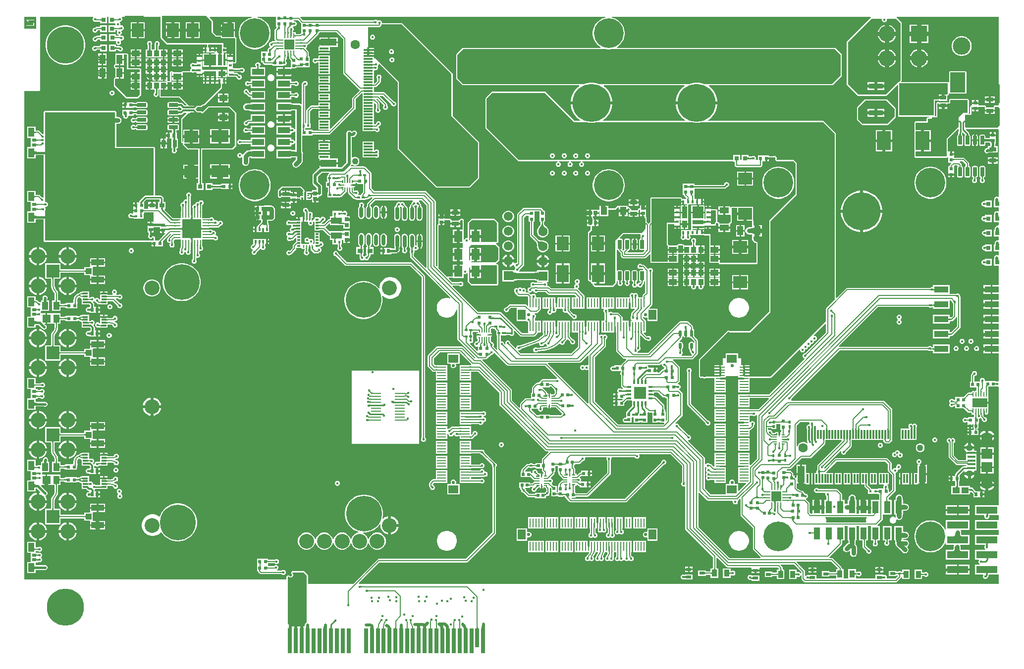
<source format=gtl>
G04*
G04 #@! TF.GenerationSoftware,Altium Limited,Altium Designer,24.4.1 (13)*
G04*
G04 Layer_Physical_Order=1*
G04 Layer_Color=255*
%FSLAX44Y44*%
%MOMM*%
G71*
G04*
G04 #@! TF.SameCoordinates,C219BC17-0EE8-4F2A-9735-B7F9450BE7D0*
G04*
G04*
G04 #@! TF.FilePolarity,Positive*
G04*
G01*
G75*
%ADD10C,0.5000*%
%ADD12C,0.5080*%
%ADD13C,0.2000*%
%ADD17C,0.4000*%
%ADD18C,0.1524*%
%ADD19C,0.2540*%
%ADD20C,0.3000*%
%ADD24C,0.1270*%
%ADD36R,0.9000X0.8000*%
%ADD37R,0.5000X0.6000*%
%ADD38R,0.6000X0.5000*%
%ADD39R,0.9000X1.2000*%
%ADD40R,1.0500X1.6000*%
%ADD41R,1.6000X1.0500*%
%ADD42R,0.6400X0.6000*%
%ADD43R,0.6000X0.6400*%
%ADD44R,1.3000X0.7000*%
%ADD45R,0.7000X1.3000*%
%ADD46R,1.5499X0.2499*%
%ADD47R,1.7000X1.3500*%
%ADD48R,1.3500X1.7000*%
%ADD49R,0.2499X1.5499*%
%ADD50R,0.9000X0.5000*%
%ADD51R,1.0000X0.7200*%
%ADD52R,0.7112X4.1910*%
%ADD53R,0.7112X3.2004*%
%ADD54R,0.5321X1.0383*%
G04:AMPARAMS|DCode=55|XSize=1.0383mm|YSize=0.5321mm|CornerRadius=0.2661mm|HoleSize=0mm|Usage=FLASHONLY|Rotation=270.000|XOffset=0mm|YOffset=0mm|HoleType=Round|Shape=RoundedRectangle|*
%AMROUNDEDRECTD55*
21,1,1.0383,0.0000,0,0,270.0*
21,1,0.5061,0.5321,0,0,270.0*
1,1,0.5321,0.0000,-0.2531*
1,1,0.5321,0.0000,0.2531*
1,1,0.5321,0.0000,0.2531*
1,1,0.5321,0.0000,-0.2531*
%
%ADD55ROUNDEDRECTD55*%
%ADD56O,0.6000X2.2000*%
%ADD57O,0.6000X1.9000*%
%ADD58R,0.4750X0.3500*%
%ADD59R,0.2500X0.4750*%
%ADD60R,0.3500X0.5000*%
%ADD61R,1.8000X0.2500*%
%ADD62R,1.0000X1.4000*%
%ADD63R,1.4000X1.4000*%
%ADD64R,1.1200X2.1050*%
%ADD65R,1.0500X1.0000*%
%ADD66R,2.2000X1.0500*%
%ADD67R,0.9000X0.2600*%
%ADD68R,0.2600X0.9000*%
%ADD69R,3.2500X3.2500*%
%ADD70R,0.8500X0.3000*%
%ADD71R,1.4500X1.9000*%
%ADD72R,1.1000X1.3500*%
%ADD73R,1.9900X2.3300*%
%ADD74R,0.7393X0.6725*%
%ADD75R,1.5000X1.8500*%
%ADD76R,0.9000X1.0000*%
%ADD77C,0.7413*%
%ADD78R,1.4000X1.0000*%
G04:AMPARAMS|DCode=79|XSize=1.55mm|YSize=0.6mm|CornerRadius=0.051mm|HoleSize=0mm|Usage=FLASHONLY|Rotation=90.000|XOffset=0mm|YOffset=0mm|HoleType=Round|Shape=RoundedRectangle|*
%AMROUNDEDRECTD79*
21,1,1.5500,0.4980,0,0,90.0*
21,1,1.4480,0.6000,0,0,90.0*
1,1,0.1020,0.2490,0.7240*
1,1,0.1020,0.2490,-0.7240*
1,1,0.1020,-0.2490,-0.7240*
1,1,0.1020,-0.2490,0.7240*
%
%ADD79ROUNDEDRECTD79*%
%ADD80R,2.4000X3.3000*%
%ADD81R,0.5000X0.5000*%
%ADD82R,1.3061X1.0582*%
%ADD83R,0.4750X0.5000*%
%ADD84R,2.4400X1.1300*%
%ADD85R,0.2225X0.8397*%
G04:AMPARAMS|DCode=86|XSize=0.8397mm|YSize=0.2225mm|CornerRadius=0.1112mm|HoleSize=0mm|Usage=FLASHONLY|Rotation=90.000|XOffset=0mm|YOffset=0mm|HoleType=Round|Shape=RoundedRectangle|*
%AMROUNDEDRECTD86*
21,1,0.8397,0.0000,0,0,90.0*
21,1,0.6172,0.2225,0,0,90.0*
1,1,0.2225,0.0000,0.3086*
1,1,0.2225,0.0000,-0.3086*
1,1,0.2225,0.0000,-0.3086*
1,1,0.2225,0.0000,0.3086*
%
%ADD86ROUNDEDRECTD86*%
%ADD87R,0.4500X0.4500*%
%ADD88R,0.7200X0.7200*%
%ADD89R,3.6800X1.2700*%
G04:AMPARAMS|DCode=90|XSize=0.3mm|YSize=0.75mm|CornerRadius=0.0495mm|HoleSize=0mm|Usage=FLASHONLY|Rotation=180.000|XOffset=0mm|YOffset=0mm|HoleType=Round|Shape=RoundedRectangle|*
%AMROUNDEDRECTD90*
21,1,0.3000,0.6510,0,0,180.0*
21,1,0.2010,0.7500,0,0,180.0*
1,1,0.0990,-0.1005,0.3255*
1,1,0.0990,0.1005,0.3255*
1,1,0.0990,0.1005,-0.3255*
1,1,0.0990,-0.1005,-0.3255*
%
%ADD90ROUNDEDRECTD90*%
G04:AMPARAMS|DCode=91|XSize=0.3mm|YSize=0.75mm|CornerRadius=0.0495mm|HoleSize=0mm|Usage=FLASHONLY|Rotation=90.000|XOffset=0mm|YOffset=0mm|HoleType=Round|Shape=RoundedRectangle|*
%AMROUNDEDRECTD91*
21,1,0.3000,0.6510,0,0,90.0*
21,1,0.2010,0.7500,0,0,90.0*
1,1,0.0990,0.3255,0.1005*
1,1,0.0990,0.3255,-0.1005*
1,1,0.0990,-0.3255,-0.1005*
1,1,0.0990,-0.3255,0.1005*
%
%ADD91ROUNDEDRECTD91*%
%ADD92R,1.9000X1.1000*%
%ADD93R,0.8890X1.2954*%
%ADD94R,0.8890X2.1082*%
%ADD95R,1.8796X2.1082*%
%ADD96R,1.8796X0.6604*%
%ADD97R,1.8796X0.3556*%
%ADD98R,0.3302X0.5080*%
%ADD99R,0.5080X0.3302*%
%ADD100R,1.9000X1.8000*%
%ADD101R,1.3500X0.4000*%
%ADD102R,5.9182X5.5118*%
%ADD103R,2.4892X0.9398*%
%ADD104R,3.0000X2.0000*%
%ADD105R,2.3300X1.9900*%
%ADD106R,0.3000X1.5500*%
%ADD107R,1.2000X2.7500*%
%ADD108R,0.8128X0.2540*%
%ADD109R,0.2540X0.8128*%
%ADD110R,1.8034X1.8034*%
%ADD111R,0.8000X0.8000*%
%ADD112R,0.8000X0.5000*%
%ADD113R,1.0000X1.5000*%
%ADD114R,0.5500X0.5500*%
G04:AMPARAMS|DCode=115|XSize=1.55mm|YSize=0.6mm|CornerRadius=0.051mm|HoleSize=0mm|Usage=FLASHONLY|Rotation=0.000|XOffset=0mm|YOffset=0mm|HoleType=Round|Shape=RoundedRectangle|*
%AMROUNDEDRECTD115*
21,1,1.5500,0.4980,0,0,0.0*
21,1,1.4480,0.6000,0,0,0.0*
1,1,0.1020,0.7240,-0.2490*
1,1,0.1020,-0.7240,-0.2490*
1,1,0.1020,-0.7240,0.2490*
1,1,0.1020,0.7240,0.2490*
%
%ADD115ROUNDEDRECTD115*%
%ADD116R,0.3700X0.2400*%
%ADD117R,0.4000X1.0800*%
%ADD118R,2.1050X1.1200*%
%ADD119R,0.4500X0.5000*%
%ADD120R,0.5500X0.5500*%
%ADD121R,0.5000X0.4500*%
%ADD122R,1.5500X0.3000*%
%ADD123R,2.7500X1.2000*%
%ADD124R,1.2954X0.8890*%
%ADD125R,2.1082X0.8890*%
%ADD126R,2.1082X1.8796*%
%ADD127R,0.6604X1.8796*%
%ADD128R,0.3556X1.8796*%
%ADD129R,2.0000X3.0000*%
%ADD130R,1.8500X1.5000*%
%ADD131R,1.3500X1.1000*%
%ADD132R,0.6725X0.7393*%
%ADD133R,1.9000X1.4500*%
%ADD134R,1.9000X1.5750*%
%ADD173R,2.5500X1.6500*%
%ADD182C,0.1800*%
%ADD183R,0.6000X0.2000*%
%ADD184R,0.2000X0.6000*%
%ADD189R,0.6000X0.2000*%
%ADD190R,0.2000X0.6000*%
%ADD203C,2.7500*%
%ADD204R,2.7500X2.7500*%
%ADD205C,2.9972*%
%ADD212C,1.1000*%
%ADD213C,1.6000*%
%ADD218C,0.2032*%
%ADD219C,0.2067*%
G04:AMPARAMS|DCode=220|XSize=2.1mm|YSize=2.1mm|CornerRadius=0.0525mm|HoleSize=0mm|Usage=FLASHONLY|Rotation=90.000|XOffset=0mm|YOffset=0mm|HoleType=Round|Shape=RoundedRectangle|*
%AMROUNDEDRECTD220*
21,1,2.1000,1.9950,0,0,90.0*
21,1,1.9950,2.1000,0,0,90.0*
1,1,0.1050,0.9975,0.9975*
1,1,0.1050,0.9975,-0.9975*
1,1,0.1050,-0.9975,-0.9975*
1,1,0.1050,-0.9975,0.9975*
%
%ADD220ROUNDEDRECTD220*%
%ADD221C,0.7620*%
%ADD222C,0.6350*%
%ADD223C,0.3810*%
%ADD224C,0.2060*%
%ADD225C,1.0160*%
%ADD226C,1.0000*%
%ADD227C,0.8000*%
%ADD228R,2.2500X2.2500*%
%ADD229C,2.5500*%
%ADD230C,0.5502*%
%ADD231C,6.0960*%
%ADD232C,2.5400*%
%ADD233C,1.5500*%
%ADD234R,1.5500X1.5500*%
%ADD235R,1.6000X1.6000*%
%ADD236O,1.9000X1.2000*%
%ADD237O,1.2500X1.0500*%
%ADD238C,6.5000*%
%ADD239C,6.3500*%
%ADD240C,0.4500*%
%ADD241C,5.0800*%
G36*
X452990Y1103964D02*
X453051Y1103791D01*
X453152Y1103639D01*
X453295Y1103507D01*
X453478Y1103395D01*
X453701Y1103304D01*
X453965Y1103232D01*
X454270Y1103182D01*
X454615Y1103151D01*
X455001Y1103141D01*
Y1101109D01*
X454615Y1101103D01*
X453965Y1101057D01*
X453701Y1101016D01*
X453478Y1100964D01*
X453295Y1100901D01*
X453152Y1100826D01*
X453051Y1100739D01*
X452990Y1100640D01*
X452970Y1100530D01*
Y1104157D01*
X452990Y1103964D01*
D02*
G37*
G36*
X447030Y1100530D02*
X447010Y1100640D01*
X446949Y1100739D01*
X446848Y1100826D01*
X446705Y1100901D01*
X446522Y1100964D01*
X446299Y1101016D01*
X446035Y1101057D01*
X445730Y1101086D01*
X444999Y1101109D01*
Y1103141D01*
X445389Y1103151D01*
X445738Y1103182D01*
X446047Y1103232D01*
X446314Y1103304D01*
X446541Y1103395D01*
X446727Y1103507D01*
X446872Y1103639D01*
X446976Y1103791D01*
X447039Y1103964D01*
X447061Y1104157D01*
X447030Y1100530D01*
D02*
G37*
G36*
X462710Y1104339D02*
X462771Y1104166D01*
X462875Y1104014D01*
X463019Y1103882D01*
X463205Y1103770D01*
X463432Y1103679D01*
X463700Y1103607D01*
X464009Y1103557D01*
X464360Y1103526D01*
X464752Y1103516D01*
Y1101484D01*
X464360Y1101474D01*
X464009Y1101443D01*
X463700Y1101393D01*
X463432Y1101321D01*
X463205Y1101230D01*
X463019Y1101118D01*
X462875Y1100986D01*
X462771Y1100834D01*
X462710Y1100661D01*
X462689Y1100468D01*
Y1104532D01*
X462710Y1104339D01*
D02*
G37*
G36*
X457311Y1100093D02*
X457290Y1100286D01*
X457229Y1100459D01*
X457125Y1100611D01*
X456981Y1100743D01*
X456795Y1100855D01*
X456568Y1100946D01*
X456300Y1101018D01*
X455991Y1101068D01*
X455640Y1101099D01*
X455248Y1101109D01*
Y1103141D01*
X455640Y1103151D01*
X455991Y1103182D01*
X456300Y1103232D01*
X456568Y1103304D01*
X456795Y1103395D01*
X456981Y1103507D01*
X457125Y1103639D01*
X457229Y1103791D01*
X457290Y1103964D01*
X457311Y1104157D01*
Y1100093D01*
D02*
G37*
G36*
X442710Y1103964D02*
X442771Y1103791D01*
X442875Y1103639D01*
X443019Y1103507D01*
X443205Y1103395D01*
X443432Y1103304D01*
X443700Y1103232D01*
X444009Y1103182D01*
X444360Y1103151D01*
X444752Y1103141D01*
Y1101109D01*
X444360Y1101099D01*
X444009Y1101068D01*
X443700Y1101018D01*
X443432Y1100946D01*
X443205Y1100855D01*
X443019Y1100743D01*
X442875Y1100611D01*
X442771Y1100459D01*
X442710Y1100286D01*
X442689Y1100093D01*
Y1104157D01*
X442710Y1103964D01*
D02*
G37*
G36*
X167717Y1098984D02*
X165120Y1098984D01*
X164824Y1101016D01*
X165062Y1101023D01*
X165279Y1101043D01*
X165475Y1101076D01*
X165649Y1101123D01*
X165802Y1101183D01*
X165933Y1101257D01*
X166043Y1101344D01*
X166131Y1101445D01*
X166198Y1101559D01*
X166244Y1101686D01*
X167717Y1098984D01*
D02*
G37*
G36*
X158960Y1101839D02*
X159022Y1101666D01*
X159125Y1101514D01*
X159269Y1101382D01*
X159455Y1101270D01*
X159682Y1101179D01*
X159950Y1101107D01*
X160259Y1101057D01*
X160610Y1101026D01*
X161001Y1101016D01*
Y1098984D01*
X160610Y1098974D01*
X160259Y1098943D01*
X159950Y1098893D01*
X159682Y1098821D01*
X159455Y1098730D01*
X159269Y1098618D01*
X159125Y1098486D01*
X159022Y1098334D01*
X158960Y1098161D01*
X158939Y1097968D01*
Y1102032D01*
X158960Y1101839D01*
D02*
G37*
G36*
X136061Y1097968D02*
X136040Y1098161D01*
X135978Y1098334D01*
X135875Y1098486D01*
X135731Y1098618D01*
X135545Y1098730D01*
X135318Y1098821D01*
X135050Y1098893D01*
X134741Y1098943D01*
X134390Y1098974D01*
X133998Y1098984D01*
Y1101016D01*
X134390Y1101026D01*
X134741Y1101057D01*
X135050Y1101107D01*
X135318Y1101179D01*
X135545Y1101270D01*
X135731Y1101382D01*
X135875Y1101514D01*
X135978Y1101666D01*
X136040Y1101839D01*
X136061Y1102032D01*
Y1097968D01*
D02*
G37*
G36*
X1502500Y1094000D02*
Y997000D01*
X1499059Y993559D01*
X1498062D01*
Y992562D01*
X1477500Y972000D01*
X1430000D01*
X1412500Y989500D01*
Y1062000D01*
X1452500Y1102000D01*
X1470085D01*
X1470791Y1100944D01*
X1470750Y1100845D01*
Y1099155D01*
X1471397Y1097593D01*
X1472593Y1096397D01*
X1474155Y1095750D01*
X1475845D01*
X1477407Y1096397D01*
X1478603Y1097593D01*
X1479250Y1099155D01*
Y1100845D01*
X1479209Y1100944D01*
X1479915Y1102000D01*
X1494500D01*
X1502500Y1094000D01*
D02*
G37*
G36*
X603393Y1094425D02*
X603277Y1094531D01*
X603148Y1094626D01*
X603005Y1094710D01*
X602850Y1094783D01*
X602682Y1094844D01*
X602500Y1094895D01*
X602305Y1094934D01*
X602097Y1094962D01*
X601876Y1094978D01*
X601642Y1094984D01*
Y1097016D01*
X601876Y1097022D01*
X602305Y1097066D01*
X602500Y1097105D01*
X602682Y1097156D01*
X602850Y1097217D01*
X603005Y1097290D01*
X603148Y1097374D01*
X603277Y1097469D01*
X603393Y1097575D01*
Y1094425D01*
D02*
G37*
G36*
X613194Y1093080D02*
X613157Y1093017D01*
X613124Y1092931D01*
X613095Y1092822D01*
X613071Y1092690D01*
X613051Y1092536D01*
X613025Y1092159D01*
X613016Y1091690D01*
X610984D01*
X610982Y1091936D01*
X610929Y1092690D01*
X610905Y1092822D01*
X610876Y1092931D01*
X610843Y1093017D01*
X610806Y1093080D01*
X610764Y1093120D01*
X613236D01*
X613194Y1093080D01*
D02*
G37*
G36*
X462710Y1095089D02*
X462771Y1094916D01*
X462875Y1094764D01*
X463019Y1094632D01*
X463205Y1094520D01*
X463432Y1094428D01*
X463700Y1094357D01*
X463710Y1094356D01*
X463838Y1094385D01*
X464011Y1094438D01*
X464171Y1094500D01*
X464319Y1094572D01*
X464455Y1094653D01*
X464578Y1094744D01*
X464525Y1094272D01*
X464752Y1094266D01*
Y1092234D01*
X464360Y1092224D01*
X464296Y1092218D01*
X464228Y1091613D01*
X464124Y1091731D01*
X464005Y1091837D01*
X463872Y1091930D01*
X463724Y1092010D01*
X463562Y1092079D01*
X463515Y1092094D01*
X463432Y1092071D01*
X463205Y1091980D01*
X463019Y1091868D01*
X462875Y1091736D01*
X462771Y1091584D01*
X462710Y1091411D01*
X462689Y1091218D01*
Y1092230D01*
X462534Y1092234D01*
X462689Y1093463D01*
Y1095282D01*
X462710Y1095089D01*
D02*
G37*
G36*
X460615Y1090790D02*
X460466Y1090732D01*
X460336Y1090635D01*
X460222Y1090500D01*
X460126Y1090328D01*
X460048Y1090117D01*
X459987Y1089868D01*
X459943Y1089581D01*
X459917Y1089256D01*
X459908Y1088892D01*
X457876D01*
X457870Y1089251D01*
X457823Y1089855D01*
X457781Y1090101D01*
X457727Y1090308D01*
X457662Y1090478D01*
X457584Y1090611D01*
X457495Y1090705D01*
X457394Y1090762D01*
X457281Y1090780D01*
X460780Y1090811D01*
X460615Y1090790D01*
D02*
G37*
G36*
X495990Y1091964D02*
X496051Y1091791D01*
X496152Y1091639D01*
X496295Y1091507D01*
X496478Y1091395D01*
X496701Y1091304D01*
X496965Y1091232D01*
X497270Y1091182D01*
X497615Y1091151D01*
X498002Y1091141D01*
Y1089109D01*
X497615Y1089103D01*
X496965Y1089057D01*
X496701Y1089016D01*
X496478Y1088964D01*
X496295Y1088901D01*
X496152Y1088826D01*
X496051Y1088739D01*
X495990Y1088640D01*
X495970Y1088531D01*
Y1092157D01*
X495990Y1091964D01*
D02*
G37*
G36*
X490031Y1088531D02*
X490010Y1088640D01*
X489949Y1088739D01*
X489848Y1088826D01*
X489705Y1088901D01*
X489523Y1088964D01*
X489299Y1089016D01*
X489035Y1089057D01*
X488730Y1089086D01*
X487999Y1089109D01*
Y1091141D01*
X488389Y1091151D01*
X488738Y1091182D01*
X489047Y1091232D01*
X489314Y1091304D01*
X489541Y1091395D01*
X489727Y1091507D01*
X489872Y1091639D01*
X489976Y1091791D01*
X490039Y1091964D01*
X490061Y1092157D01*
X490031Y1088531D01*
D02*
G37*
G36*
X452339Y1090540D02*
X452166Y1090479D01*
X452014Y1090375D01*
X451882Y1090231D01*
X451770Y1090045D01*
X451679Y1089818D01*
X451607Y1089550D01*
X451557Y1089241D01*
X451526Y1088890D01*
X451516Y1088499D01*
X449484D01*
X449474Y1088890D01*
X449443Y1089241D01*
X449393Y1089550D01*
X449321Y1089818D01*
X449230Y1090045D01*
X449118Y1090231D01*
X448986Y1090375D01*
X448834Y1090479D01*
X448661Y1090540D01*
X448468Y1090561D01*
X452532D01*
X452339Y1090540D01*
D02*
G37*
G36*
X507710Y1092339D02*
X507771Y1092166D01*
X507875Y1092014D01*
X508019Y1091882D01*
X508205Y1091770D01*
X508432Y1091679D01*
X508700Y1091607D01*
X509009Y1091557D01*
X509360Y1091526D01*
X509752Y1091516D01*
Y1089484D01*
X509360Y1089474D01*
X509009Y1089443D01*
X508700Y1089393D01*
X508432Y1089321D01*
X508205Y1089230D01*
X508019Y1089118D01*
X507875Y1088986D01*
X507771Y1088834D01*
X507710Y1088661D01*
X507689Y1088468D01*
Y1092532D01*
X507710Y1092339D01*
D02*
G37*
G36*
X485710Y1091964D02*
X485771Y1091791D01*
X485875Y1091639D01*
X486019Y1091507D01*
X486205Y1091395D01*
X486432Y1091304D01*
X486700Y1091232D01*
X487009Y1091182D01*
X487360Y1091151D01*
X487752Y1091141D01*
Y1089109D01*
X487360Y1089099D01*
X487009Y1089068D01*
X486700Y1089018D01*
X486432Y1088946D01*
X486205Y1088855D01*
X486019Y1088743D01*
X485875Y1088611D01*
X485771Y1088459D01*
X485710Y1088286D01*
X485689Y1088093D01*
Y1092157D01*
X485710Y1091964D01*
D02*
G37*
G36*
X441839Y1090790D02*
X441666Y1090729D01*
X441514Y1090625D01*
X441382Y1090481D01*
X441270Y1090295D01*
X441179Y1090069D01*
X441107Y1089800D01*
X441057Y1089491D01*
X441026Y1089140D01*
X441025Y1089092D01*
X441066Y1088695D01*
X441105Y1088500D01*
X441156Y1088318D01*
X441217Y1088150D01*
X441290Y1087995D01*
X441374Y1087852D01*
X441469Y1087723D01*
X441575Y1087607D01*
X438425Y1087607D01*
X438531Y1087723D01*
X438626Y1087852D01*
X438710Y1087995D01*
X438783Y1088150D01*
X438844Y1088318D01*
X438895Y1088500D01*
X438934Y1088695D01*
X438962Y1088903D01*
X438975Y1089083D01*
X438974Y1089140D01*
X438943Y1089491D01*
X438893Y1089800D01*
X438821Y1090069D01*
X438730Y1090295D01*
X438618Y1090481D01*
X438486Y1090625D01*
X438334Y1090729D01*
X438161Y1090790D01*
X437968Y1090811D01*
X442032D01*
X441839Y1090790D01*
D02*
G37*
G36*
X735000Y1007000D02*
Y935000D01*
X780000Y890000D01*
Y830000D01*
X765000Y815000D01*
X710000D01*
X645000Y880000D01*
Y994000D01*
X605000Y1034000D01*
X602500D01*
Y1034500D01*
Y1036501D01*
X592750D01*
Y1038531D01*
X591250D01*
X591235Y1039106D01*
X591206Y1039439D01*
X589750D01*
X590035Y1039469D01*
X590290Y1039560D01*
X590515Y1039712D01*
X590710Y1039924D01*
X590875Y1040197D01*
X590998Y1040500D01*
X590875Y1040803D01*
X590710Y1041076D01*
X590515Y1041288D01*
X590290Y1041440D01*
X590035Y1041531D01*
X589750Y1041561D01*
X591206D01*
X591235Y1041894D01*
X591250Y1042469D01*
X592750D01*
Y1043531D01*
X591250D01*
X591235Y1044106D01*
X591206Y1044439D01*
X589750D01*
X590035Y1044469D01*
X590290Y1044560D01*
X590515Y1044712D01*
X590710Y1044924D01*
X590875Y1045197D01*
X590998Y1045500D01*
X590875Y1045803D01*
X590710Y1046076D01*
X590515Y1046288D01*
X590290Y1046440D01*
X590035Y1046531D01*
X589750Y1046561D01*
X591206D01*
X591235Y1046894D01*
X591250Y1047469D01*
X592750D01*
Y1049439D01*
X590470D01*
X590618Y1049462D01*
X590751Y1049531D01*
X590868Y1049647D01*
X590969Y1049809D01*
X591055Y1050017D01*
X591125Y1050271D01*
X591180Y1050571D01*
X591219Y1050918D01*
X591242Y1051311D01*
X591250Y1051750D01*
X592750D01*
Y1087425D01*
X610810D01*
X610810Y1087425D01*
X611987Y1087659D01*
X612984Y1088326D01*
X614174Y1089516D01*
X614174Y1089516D01*
X614841Y1090514D01*
X615075Y1091690D01*
Y1092000D01*
X650000D01*
X735000Y1007000D01*
D02*
G37*
G36*
X169715Y1083891D02*
X169655Y1083909D01*
X169573Y1083925D01*
X169470Y1083939D01*
X169032Y1083969D01*
X168151Y1083984D01*
X166900Y1086016D01*
X167138Y1086023D01*
X167355Y1086043D01*
X167552Y1086077D01*
X167728Y1086125D01*
X167885Y1086186D01*
X168020Y1086261D01*
X168136Y1086350D01*
X168231Y1086452D01*
X168306Y1086567D01*
X168361Y1086697D01*
X169715Y1083891D01*
D02*
G37*
G36*
X158960Y1086839D02*
X159022Y1086666D01*
X159125Y1086514D01*
X159269Y1086382D01*
X159455Y1086270D01*
X159682Y1086179D01*
X159950Y1086107D01*
X160259Y1086057D01*
X160610Y1086026D01*
X161001Y1086016D01*
Y1083984D01*
X160610Y1083974D01*
X160259Y1083943D01*
X159950Y1083893D01*
X159682Y1083821D01*
X159455Y1083730D01*
X159269Y1083618D01*
X159125Y1083486D01*
X159022Y1083334D01*
X158960Y1083161D01*
X158939Y1082968D01*
Y1087032D01*
X158960Y1086839D01*
D02*
G37*
G36*
X439977Y1083750D02*
X439820Y1083743D01*
X439662Y1083719D01*
X439502Y1083678D01*
X439341Y1083619D01*
X439178Y1083543D01*
X439014Y1083450D01*
X438848Y1083341D01*
X438682Y1083213D01*
X438514Y1083069D01*
X438344Y1082907D01*
X436907Y1084344D01*
X437069Y1084514D01*
X437341Y1084848D01*
X437450Y1085014D01*
X437543Y1085178D01*
X437619Y1085340D01*
X437678Y1085502D01*
X437719Y1085662D01*
X437743Y1085820D01*
X437750Y1085977D01*
X439977Y1083750D01*
D02*
G37*
G36*
X462178Y1082083D02*
X462101Y1082023D01*
X462032Y1081941D01*
X461970Y1081839D01*
X461917Y1081715D01*
X461872Y1081571D01*
X461835Y1081406D01*
X461807Y1081220D01*
X461786Y1081013D01*
X461770Y1080536D01*
X459230Y1081261D01*
X459229Y1081516D01*
X459151Y1082661D01*
X459131Y1082734D01*
X459107Y1082783D01*
X462178Y1082083D01*
D02*
G37*
G36*
X507710Y1083339D02*
X507771Y1083166D01*
X507875Y1083014D01*
X508019Y1082882D01*
X508205Y1082770D01*
X508432Y1082679D01*
X508700Y1082607D01*
X509009Y1082557D01*
X509360Y1082526D01*
X509752Y1082516D01*
Y1080484D01*
X509360Y1080474D01*
X509009Y1080443D01*
X508700Y1080393D01*
X508432Y1080321D01*
X508205Y1080230D01*
X508019Y1080118D01*
X507875Y1079986D01*
X507771Y1079834D01*
X507710Y1079661D01*
X507689Y1079468D01*
Y1083532D01*
X507710Y1083339D01*
D02*
G37*
G36*
X506635Y1078793D02*
X506505Y1078738D01*
X506391Y1078648D01*
X506291Y1078521D01*
X506207Y1078358D01*
X506138Y1078159D01*
X506085Y1077924D01*
X506047Y1077652D01*
X506024Y1077344D01*
X506016Y1077000D01*
X503984D01*
X503976Y1077344D01*
X503915Y1077924D01*
X503862Y1078159D01*
X503793Y1078358D01*
X503709Y1078521D01*
X503609Y1078648D01*
X503495Y1078738D01*
X503365Y1078793D01*
X503219Y1078811D01*
X506781D01*
X506635Y1078793D01*
D02*
G37*
G36*
X484839Y1078790D02*
X484666Y1078728D01*
X484514Y1078625D01*
X484382Y1078481D01*
X484270Y1078295D01*
X484179Y1078068D01*
X484107Y1077800D01*
X484079Y1077630D01*
X484105Y1077500D01*
X484156Y1077318D01*
X484217Y1077150D01*
X484290Y1076994D01*
X484374Y1076852D01*
X484469Y1076723D01*
X484575Y1076607D01*
X481425D01*
X481531Y1076723D01*
X481626Y1076852D01*
X481710Y1076994D01*
X481783Y1077150D01*
X481844Y1077318D01*
X481895Y1077500D01*
X481921Y1077630D01*
X481893Y1077800D01*
X481821Y1078068D01*
X481730Y1078295D01*
X481618Y1078481D01*
X481486Y1078625D01*
X481334Y1078728D01*
X481161Y1078790D01*
X480968Y1078811D01*
X485032D01*
X484839Y1078790D01*
D02*
G37*
G36*
X456518Y1078157D02*
X456596Y1076837D01*
X456626Y1076694D01*
X456659Y1076593D01*
X456697Y1076532D01*
X456740Y1076512D01*
X454260D01*
X454303Y1076532D01*
X454341Y1076593D01*
X454375Y1076694D01*
X454403Y1076837D01*
X454428Y1077020D01*
X454464Y1077507D01*
X454484Y1078543D01*
X456516D01*
X456518Y1078157D01*
D02*
G37*
G36*
X451518D02*
X451596Y1076837D01*
X451626Y1076694D01*
X451659Y1076593D01*
X451697Y1076532D01*
X451740Y1076512D01*
X449260D01*
X449303Y1076532D01*
X449341Y1076593D01*
X449375Y1076694D01*
X449403Y1076837D01*
X449428Y1077020D01*
X449464Y1077507D01*
X449484Y1078543D01*
X451516D01*
X451518Y1078157D01*
D02*
G37*
G36*
X494839Y1078540D02*
X494666Y1078478D01*
X494514Y1078375D01*
X494382Y1078231D01*
X494270Y1078045D01*
X494179Y1077819D01*
X494107Y1077550D01*
X494057Y1077241D01*
X494026Y1076890D01*
X494016Y1076498D01*
X491984D01*
X491974Y1076890D01*
X491943Y1077241D01*
X491893Y1077550D01*
X491821Y1077819D01*
X491730Y1078045D01*
X491618Y1078231D01*
X491486Y1078375D01*
X491334Y1078478D01*
X491161Y1078540D01*
X490968Y1078561D01*
X495032D01*
X494839Y1078540D01*
D02*
G37*
G36*
X477826Y1093826D02*
X477826Y1093826D01*
X478250Y1093542D01*
Y1085750D01*
Y1077530D01*
X477860Y1077452D01*
X476863Y1076786D01*
X476863Y1076786D01*
X475630Y1075553D01*
X468770D01*
Y1078542D01*
X463834D01*
Y1080824D01*
X464603Y1081593D01*
X465250Y1083155D01*
Y1084845D01*
X464603Y1086407D01*
X463933Y1087078D01*
X464187Y1088478D01*
X464750Y1088750D01*
X465958Y1088750D01*
X466845D01*
X468407Y1089397D01*
X469603Y1090593D01*
X470250Y1092155D01*
Y1093845D01*
X469603Y1095407D01*
X468407Y1096603D01*
X466845Y1097250D01*
X465592D01*
X464977Y1098447D01*
X465430Y1099425D01*
X472226D01*
X477826Y1093826D01*
D02*
G37*
G36*
X481689Y1073171D02*
X481565Y1073252D01*
X481428Y1073324D01*
X481279Y1073387D01*
X481118Y1073443D01*
X480944Y1073489D01*
X480758Y1073527D01*
X480560Y1073557D01*
X480127Y1073591D01*
X479892Y1073595D01*
X479489Y1075627D01*
X479724Y1075634D01*
X479943Y1075653D01*
X480147Y1075685D01*
X480336Y1075731D01*
X480509Y1075789D01*
X480667Y1075860D01*
X480810Y1075944D01*
X480937Y1076041D01*
X481049Y1076151D01*
X481145Y1076274D01*
X481689Y1073171D01*
D02*
G37*
G36*
X208437Y1105000D02*
X237961D01*
Y1069092D01*
X238116Y1068312D01*
X238558Y1067650D01*
X238558Y1067650D01*
X247708Y1058500D01*
X248370Y1058058D01*
X249150Y1057903D01*
X316961D01*
Y1052956D01*
X315916D01*
Y1048416D01*
Y1043876D01*
X318067D01*
X318067Y1043876D01*
X318765D01*
Y1043876D01*
X319337Y1043876D01*
X323993D01*
X324036Y1043867D01*
X324080Y1043876D01*
X326067D01*
Y1043876D01*
X326765D01*
Y1043876D01*
X328752D01*
X328796Y1043867D01*
X328839Y1043876D01*
X330632D01*
X330695Y1043768D01*
X329963Y1042498D01*
X323916D01*
Y1031100D01*
Y1019702D01*
X350697D01*
X350894Y1019663D01*
X351060D01*
X351291Y1019433D01*
X351638D01*
Y1019089D01*
X352292Y1018439D01*
X352292Y1017079D01*
X352292Y1010000D01*
X352292Y1009079D01*
Y1002349D01*
X359298D01*
X359342Y1002340D01*
X359370Y1002346D01*
X359399Y1002341D01*
X359434Y1002349D01*
X361372D01*
Y1002666D01*
X366357D01*
X367750Y1001273D01*
Y1001155D01*
X368397Y999593D01*
X369593Y998397D01*
X371155Y997750D01*
X372845D01*
X374407Y998397D01*
X375603Y999593D01*
X376250Y1001155D01*
Y1002845D01*
X375603Y1004407D01*
X374407Y1005603D01*
X372845Y1006250D01*
X372209D01*
X372173Y1006280D01*
X370096Y1008357D01*
X369014Y1009080D01*
X367738Y1009334D01*
X363335D01*
X362950Y1010000D01*
X363335Y1010666D01*
X374319D01*
X374324Y1010665D01*
X374593Y1010397D01*
X376155Y1009750D01*
X377845D01*
X379407Y1010397D01*
X380603Y1011593D01*
X381250Y1013155D01*
Y1014845D01*
X380603Y1016407D01*
X379407Y1017603D01*
X377845Y1018250D01*
X376155D01*
X374593Y1017603D01*
X374328Y1017338D01*
X374270Y1017334D01*
X361988D01*
X361372Y1018349D01*
X361372Y1018921D01*
Y1025514D01*
X365175D01*
X365955Y1025669D01*
X366617Y1026111D01*
X367059Y1026772D01*
X367214Y1027553D01*
Y1067132D01*
X367194Y1067235D01*
X367204Y1067340D01*
X367079Y1068558D01*
X366992Y1068841D01*
X366934Y1069130D01*
X366875Y1069218D01*
X366844Y1069319D01*
X366656Y1069546D01*
X366492Y1069792D01*
X366404Y1069850D01*
X366337Y1069932D01*
X366076Y1070070D01*
X365830Y1070234D01*
X365727Y1070255D01*
X365634Y1070304D01*
X365340Y1070332D01*
X365050Y1070389D01*
Y1080500D01*
X353100D01*
X343211D01*
Y1080165D01*
Y1071000D01*
X343161Y1071475D01*
X343010Y1071900D01*
X342758Y1072275D01*
X342406Y1072600D01*
X341953Y1072875D01*
X341400Y1073100D01*
X341150Y1073167D01*
Y1073070D01*
X341112Y1073039D01*
X332932D01*
X327039Y1078932D01*
Y1097500D01*
X327039Y1097500D01*
X326884Y1098280D01*
X326442Y1098942D01*
X321557Y1103827D01*
X322043Y1105000D01*
X393188D01*
X393288Y1103730D01*
X392159Y1103551D01*
X388057Y1102218D01*
X384214Y1100260D01*
X380725Y1097725D01*
X377676Y1094676D01*
X375140Y1091187D01*
X373182Y1087344D01*
X371850Y1083242D01*
X371175Y1078982D01*
Y1074669D01*
X371850Y1070410D01*
X373182Y1066308D01*
X375140Y1062465D01*
X377676Y1058976D01*
X380725Y1055926D01*
X384214Y1053391D01*
X388057Y1051433D01*
X392159Y1050100D01*
X396419Y1049426D01*
X400732D01*
X404991Y1050100D01*
X409093Y1051433D01*
X412936Y1053391D01*
X416425Y1055926D01*
X419475Y1058976D01*
X422010Y1062465D01*
X423968Y1066308D01*
X425300Y1070410D01*
X425975Y1074669D01*
Y1078982D01*
X425300Y1083242D01*
X423968Y1087344D01*
X422010Y1091187D01*
X419475Y1094676D01*
X416425Y1097725D01*
X412936Y1100260D01*
X409093Y1102218D01*
X404991Y1103551D01*
X403862Y1103730D01*
X403962Y1105000D01*
X435250D01*
Y1097750D01*
Y1088750D01*
X435250D01*
X436013Y1087480D01*
X435750Y1086845D01*
Y1086219D01*
X435728Y1086130D01*
X435727Y1086128D01*
X435727Y1086124D01*
X435720Y1086096D01*
X435712Y1086082D01*
X435696Y1086058D01*
X435639Y1085988D01*
X433326Y1083674D01*
X432659Y1082677D01*
X432425Y1081500D01*
X432425Y1081500D01*
Y1067500D01*
X432425Y1067500D01*
X432659Y1066323D01*
X433326Y1065326D01*
X433903Y1064748D01*
X433417Y1063575D01*
X429500D01*
X429500Y1063575D01*
X428323Y1063341D01*
X427326Y1062674D01*
X426950Y1062299D01*
X426928Y1062281D01*
X426883Y1062250D01*
X426155D01*
X424593Y1061603D01*
X423397Y1060407D01*
X422750Y1058845D01*
Y1057155D01*
X423397Y1055593D01*
X424593Y1054397D01*
X424705Y1054351D01*
X424958Y1053030D01*
X424250Y1052250D01*
X424155D01*
X422593Y1051603D01*
X421397Y1050407D01*
X420750Y1048845D01*
Y1047155D01*
X420894Y1046806D01*
X420189Y1045750D01*
X409750D01*
Y1037000D01*
X409500D01*
Y1027000D01*
X412074D01*
X412241Y1026159D01*
X412908Y1025162D01*
X414244Y1023826D01*
X414244Y1023826D01*
X415242Y1023159D01*
X416418Y1022925D01*
X428750D01*
Y1021250D01*
X447250D01*
Y1021250D01*
X448058Y1021790D01*
X448155Y1021750D01*
X449845D01*
X451407Y1022397D01*
X452603Y1023593D01*
X453250Y1025155D01*
Y1026845D01*
X452603Y1028407D01*
X452160Y1028850D01*
X452113Y1028928D01*
X452112Y1028931D01*
X452110Y1028934D01*
X452094Y1028959D01*
X452090Y1028974D01*
X452085Y1029002D01*
X452075Y1029093D01*
Y1031672D01*
X452674Y1032271D01*
X452674Y1032271D01*
X453341Y1033269D01*
X453575Y1034446D01*
Y1037458D01*
X454000D01*
Y1043522D01*
X457000D01*
Y1037458D01*
X457425D01*
Y1035000D01*
X457425Y1035000D01*
X457659Y1033823D01*
X458326Y1032826D01*
X459753Y1031398D01*
X460054Y1031075D01*
X460250Y1030831D01*
Y1018476D01*
X450000D01*
Y1012376D01*
X458995D01*
Y1016445D01*
X459071Y1016111D01*
X459299Y1015812D01*
X459680Y1015548D01*
X460214Y1015319D01*
X460900Y1015126D01*
X461025Y1015102D01*
Y1016750D01*
X469750D01*
Y1018425D01*
X475500D01*
X475500Y1018425D01*
X475878Y1018500D01*
X483000D01*
Y1018500D01*
X483250Y1018750D01*
X492750D01*
Y1027750D01*
Y1037250D01*
X491075D01*
Y1044000D01*
X490841Y1045177D01*
X490174Y1046174D01*
X490174Y1046174D01*
X486166Y1050183D01*
X486407Y1051397D01*
X487603Y1052593D01*
X488250Y1054155D01*
Y1055845D01*
X488122Y1056155D01*
X488248Y1056580D01*
X488935Y1057511D01*
X489677Y1057659D01*
X490674Y1058326D01*
X507174Y1074826D01*
X507841Y1075823D01*
X508025Y1076750D01*
X509750D01*
Y1078425D01*
X538226D01*
X549925Y1066726D01*
Y1009000D01*
X549925Y1009000D01*
X550159Y1007823D01*
X550826Y1006826D01*
X568826Y988826D01*
X576826Y980826D01*
X577338Y980483D01*
X577649Y978997D01*
X565826Y967174D01*
X565159Y966177D01*
X564925Y965000D01*
X564925Y965000D01*
Y950274D01*
X528173Y913522D01*
X527000Y914008D01*
Y922000D01*
Y929001D01*
X517250D01*
X507500D01*
Y922000D01*
Y912000D01*
X524618D01*
X525148Y910795D01*
X524570Y910075D01*
X497500D01*
Y912000D01*
X488500D01*
Y912000D01*
X487500D01*
Y912000D01*
X485075D01*
Y914750D01*
X494250D01*
Y923250D01*
X493075D01*
Y943102D01*
X497398Y947425D01*
X507500D01*
Y947000D01*
X509487D01*
X509530Y946991D01*
X509574Y947000D01*
X517250D01*
X527000D01*
Y952000D01*
Y959000D01*
X517250D01*
X507500D01*
Y953575D01*
X496124D01*
X496124Y953575D01*
X494947Y953341D01*
X493950Y952674D01*
X493950Y952674D01*
X487826Y946550D01*
X487159Y945553D01*
X486925Y944376D01*
X486925Y944376D01*
Y923250D01*
X485075D01*
Y986750D01*
X485845D01*
X487407Y987397D01*
X488603Y988593D01*
X489250Y990155D01*
Y991845D01*
X488603Y993407D01*
X487407Y994603D01*
X485845Y995250D01*
X484155D01*
X482593Y994603D01*
X481843Y993853D01*
X481016Y993301D01*
X481016Y993301D01*
X479826Y992110D01*
X479570Y991728D01*
X479498Y991643D01*
X479484Y991599D01*
X479159Y991113D01*
X478925Y989936D01*
X478925Y989936D01*
Y956199D01*
X477655Y955546D01*
X476267Y956473D01*
X474000Y956924D01*
X473377Y956800D01*
X464238D01*
X462913Y956876D01*
X462053Y956983D01*
X461367Y957113D01*
X461025Y957209D01*
Y958476D01*
X459038D01*
X458995Y958485D01*
X458951Y958476D01*
X435975D01*
Y943276D01*
X458951D01*
X458995Y943267D01*
X459038Y943276D01*
X461025D01*
Y944543D01*
X461367Y944639D01*
X462006Y944760D01*
X464504Y944952D01*
X468076D01*
Y913169D01*
X466806Y912917D01*
X466603Y913407D01*
X465407Y914603D01*
X463845Y915250D01*
X462155D01*
X462081Y915219D01*
X461025Y915925D01*
Y918476D01*
X435975D01*
Y903276D01*
X461025D01*
Y906075D01*
X462081Y906780D01*
X462155Y906750D01*
X463845D01*
X465407Y907397D01*
X466603Y908593D01*
X466806Y909083D01*
X468076Y908830D01*
Y893169D01*
X466806Y892917D01*
X466603Y893407D01*
X465407Y894603D01*
X463845Y895250D01*
X462155D01*
X462081Y895219D01*
X461025Y895925D01*
Y898476D01*
X435975D01*
Y883276D01*
X461025D01*
Y886075D01*
X462081Y886780D01*
X462155Y886750D01*
X463845D01*
X465407Y887397D01*
X466603Y888593D01*
X466806Y889083D01*
X468076Y888830D01*
Y876993D01*
X464247D01*
X463072Y877051D01*
X462143Y877149D01*
X461395Y877269D01*
X461025Y877358D01*
Y878476D01*
X459038D01*
X458995Y878485D01*
X458951Y878476D01*
X435975D01*
Y863276D01*
X458951D01*
X458995Y863267D01*
X459038Y863276D01*
X461025D01*
Y864394D01*
X461395Y864482D01*
X462103Y864596D01*
X464583Y864758D01*
X469076D01*
Y861454D01*
X464811Y857189D01*
X463527Y855267D01*
X463076Y853000D01*
X463527Y850733D01*
X464811Y848811D01*
X466733Y847527D01*
X469000Y847076D01*
X471267Y847527D01*
X473189Y848811D01*
X479189Y854811D01*
X480473Y856733D01*
X480924Y859000D01*
Y870026D01*
X481118Y871000D01*
X480652Y873341D01*
X479924Y874431D01*
Y902000D01*
X487500D01*
Y902000D01*
X488500D01*
Y902000D01*
X497500D01*
Y903925D01*
X526000D01*
X526000Y903925D01*
X527177Y904159D01*
X528174Y904826D01*
X570174Y946825D01*
X570174Y946826D01*
X570841Y947823D01*
X571075Y949000D01*
Y963726D01*
X581730Y974381D01*
X583000Y973855D01*
Y969500D01*
Y959500D01*
Y949500D01*
Y939500D01*
Y929500D01*
Y919500D01*
Y909500D01*
X600426D01*
X600470Y909491D01*
X600513Y909500D01*
X602500D01*
Y909925D01*
X604259D01*
X604397Y909593D01*
X605593Y908397D01*
X607155Y907750D01*
X608845D01*
X610407Y908397D01*
X611603Y909593D01*
X612250Y911155D01*
Y912845D01*
X611603Y914407D01*
X610407Y915603D01*
X610295Y915649D01*
X610042Y916970D01*
X610750Y917750D01*
X610845D01*
X612407Y918397D01*
X613603Y919593D01*
X614250Y921155D01*
Y922845D01*
X613603Y924407D01*
X612407Y925603D01*
X610845Y926250D01*
X609155D01*
X607593Y925603D01*
X606397Y924407D01*
X605750Y922845D01*
Y922219D01*
X605728Y922131D01*
X605727Y922128D01*
X605727Y922124D01*
X605720Y922096D01*
X605712Y922082D01*
X605696Y922058D01*
X605639Y921988D01*
X604726Y921075D01*
X602500D01*
Y934500D01*
Y944500D01*
Y957046D01*
X603673Y957532D01*
X605925Y955281D01*
Y948058D01*
X605922Y948032D01*
X605910Y947973D01*
X605906Y947959D01*
X605890Y947934D01*
X605888Y947931D01*
X605887Y947928D01*
X605840Y947850D01*
X605397Y947407D01*
X604750Y945845D01*
Y944155D01*
X605397Y942593D01*
X606593Y941397D01*
X608155Y940750D01*
X609845D01*
X611407Y941397D01*
X612603Y942593D01*
X613250Y944155D01*
Y945845D01*
X612603Y947407D01*
X612160Y947850D01*
X612113Y947928D01*
X612112Y947931D01*
X612109Y947934D01*
X612094Y947959D01*
X612090Y947973D01*
X612085Y948002D01*
X612075Y948093D01*
Y956554D01*
X611841Y957731D01*
X611174Y958729D01*
X611174Y958729D01*
X606368Y963535D01*
X606839Y964737D01*
X607811Y964840D01*
X618621Y954030D01*
X618586Y952597D01*
X618397Y952407D01*
X617750Y950845D01*
Y949155D01*
X618397Y947593D01*
X619593Y946397D01*
X621155Y945750D01*
X622845D01*
X624407Y946397D01*
X625603Y947593D01*
X626250Y949155D01*
Y950845D01*
X625603Y952407D01*
X625160Y952850D01*
X625113Y952928D01*
X625112Y952931D01*
X625109Y952934D01*
X625094Y952959D01*
X625090Y952974D01*
X625084Y953002D01*
X625075Y953093D01*
Y955000D01*
X625075Y955000D01*
X624841Y956177D01*
X624174Y957174D01*
X624174Y957175D01*
X612597Y968752D01*
X613083Y969925D01*
X617726D01*
X631664Y955987D01*
X631679Y955967D01*
X631712Y955918D01*
X631720Y955904D01*
X631727Y955876D01*
X631727Y955872D01*
X631728Y955870D01*
X631750Y955781D01*
Y955155D01*
X632397Y953593D01*
X633593Y952397D01*
X635155Y951750D01*
X636845D01*
X638407Y952397D01*
X639603Y953593D01*
X640250Y955155D01*
Y956845D01*
X639603Y958407D01*
X638407Y959603D01*
X636845Y960250D01*
X636219D01*
X636130Y960272D01*
X636128Y960273D01*
X636124Y960273D01*
X636096Y960280D01*
X636082Y960288D01*
X636058Y960304D01*
X635988Y960361D01*
X621174Y975174D01*
X620177Y975841D01*
X619000Y976075D01*
X619000Y976075D01*
X602500D01*
Y984925D01*
X605000D01*
X605000Y984925D01*
X606177Y985159D01*
X607174Y985826D01*
X613174Y991826D01*
X613841Y992823D01*
X614075Y994000D01*
X614075Y994000D01*
Y998942D01*
X614078Y998968D01*
X614090Y999026D01*
X614094Y999041D01*
X614110Y999066D01*
X614112Y999069D01*
X614113Y999072D01*
X614160Y999150D01*
X614603Y999593D01*
X615250Y1001155D01*
Y1002845D01*
X614603Y1004407D01*
X613407Y1005603D01*
X611845Y1006250D01*
X610155D01*
X608593Y1005603D01*
X607397Y1004407D01*
X606750Y1002845D01*
Y1001155D01*
X607397Y999593D01*
X607840Y999150D01*
X607887Y999072D01*
X607888Y999069D01*
X607891Y999066D01*
X607906Y999041D01*
X607910Y999026D01*
X607915Y998998D01*
X607925Y998907D01*
Y995274D01*
X603770Y991119D01*
X602500Y991181D01*
Y1004500D01*
Y1013061D01*
X603770Y1013909D01*
X604155Y1013750D01*
X605845D01*
X607407Y1014397D01*
X608603Y1015593D01*
X609250Y1017155D01*
Y1018845D01*
X608603Y1020407D01*
X608510Y1020500D01*
X609603Y1021593D01*
X610250Y1023155D01*
Y1024070D01*
X611520Y1024596D01*
X642961Y993155D01*
Y880000D01*
X643116Y879220D01*
X643558Y878558D01*
X643558Y878558D01*
X708558Y813558D01*
X709220Y813116D01*
X710000Y812961D01*
X765000D01*
X765780Y813116D01*
X766442Y813558D01*
X766442Y813558D01*
X781442Y828558D01*
X781884Y829220D01*
X782039Y830000D01*
Y890000D01*
X782039Y890000D01*
X781884Y890780D01*
X781442Y891442D01*
X781442Y891442D01*
X737039Y935845D01*
Y1007000D01*
X737039Y1007000D01*
X736884Y1007780D01*
X736442Y1008442D01*
X651442Y1093442D01*
X650780Y1093884D01*
X650000Y1094039D01*
X616327D01*
X616250Y1094155D01*
Y1095845D01*
X615603Y1097407D01*
X614407Y1098603D01*
X612845Y1099250D01*
X611155D01*
X609852Y1098710D01*
X608603Y1098407D01*
X607407Y1099603D01*
X605845Y1100250D01*
X604155D01*
X602593Y1099603D01*
X602150Y1099160D01*
X602072Y1099113D01*
X602069Y1099112D01*
X602066Y1099109D01*
X602041Y1099094D01*
X602026Y1099090D01*
X601998Y1099084D01*
X601907Y1099075D01*
X481274D01*
X476619Y1103730D01*
X477145Y1105000D01*
X998188D01*
X998288Y1103730D01*
X997159Y1103551D01*
X993057Y1102218D01*
X989214Y1100260D01*
X985725Y1097725D01*
X982676Y1094676D01*
X980141Y1091187D01*
X978183Y1087344D01*
X976850Y1083242D01*
X976175Y1078982D01*
Y1074669D01*
X976850Y1070410D01*
X978183Y1066308D01*
X980141Y1062465D01*
X982676Y1058976D01*
X985725Y1055926D01*
X989214Y1053391D01*
X989444Y1053274D01*
X989148Y1052039D01*
X755000D01*
X755000Y1052039D01*
X754220Y1051884D01*
X753558Y1051442D01*
X743558Y1041442D01*
X743116Y1040780D01*
X742961Y1040000D01*
Y1000000D01*
X742961Y1000000D01*
X743116Y999220D01*
X743558Y998558D01*
X753558Y988558D01*
X753558Y988558D01*
X754220Y988116D01*
X755000Y987961D01*
X953036D01*
X953429Y986753D01*
X951123Y985078D01*
X947172Y981127D01*
X943888Y976606D01*
X941351Y971627D01*
X939624Y966313D01*
X938750Y960794D01*
Y960500D01*
X1009750D01*
Y960794D01*
X1008876Y966313D01*
X1007149Y971627D01*
X1004612Y976606D01*
X1001328Y981127D01*
X997377Y985078D01*
X995071Y986753D01*
X995464Y987961D01*
X1132786D01*
X1133179Y986753D01*
X1130873Y985078D01*
X1126922Y981127D01*
X1123638Y976606D01*
X1121101Y971627D01*
X1119374Y966313D01*
X1118500Y960794D01*
Y960500D01*
X1189500D01*
Y960794D01*
X1188626Y966313D01*
X1186899Y971627D01*
X1184362Y976606D01*
X1181078Y981127D01*
X1177127Y985078D01*
X1174821Y986753D01*
X1175214Y987961D01*
X1384436D01*
X1384906Y987867D01*
X1385687Y988023D01*
X1386348Y988465D01*
X1386349Y988465D01*
X1401442Y1003558D01*
X1401884Y1004220D01*
X1402039Y1005000D01*
Y1040000D01*
X1401884Y1040780D01*
X1401442Y1041442D01*
X1401442Y1041442D01*
X1391442Y1051442D01*
X1390780Y1051884D01*
X1390000Y1052039D01*
X1018002D01*
X1017706Y1053274D01*
X1017936Y1053391D01*
X1021425Y1055926D01*
X1024475Y1058976D01*
X1027010Y1062465D01*
X1028968Y1066308D01*
X1030300Y1070410D01*
X1030975Y1074669D01*
Y1078982D01*
X1030300Y1083242D01*
X1028968Y1087344D01*
X1027010Y1091187D01*
X1024475Y1094676D01*
X1021425Y1097725D01*
X1017936Y1100260D01*
X1014093Y1102218D01*
X1009991Y1103551D01*
X1008862Y1103730D01*
X1008962Y1105000D01*
X1451278D01*
X1451336Y1104853D01*
X1451489Y1103730D01*
X1451058Y1103442D01*
X1451058Y1103442D01*
X1411058Y1063442D01*
X1410616Y1062780D01*
X1410461Y1062000D01*
Y989500D01*
X1410461Y989500D01*
X1410616Y988720D01*
X1411058Y988058D01*
X1411058Y988058D01*
X1428558Y970558D01*
X1429220Y970116D01*
X1430000Y969961D01*
X1477500D01*
X1478280Y970116D01*
X1478942Y970558D01*
X1496850Y988466D01*
X1498023Y987980D01*
Y936441D01*
X1498062Y936244D01*
Y934441D01*
X1499865D01*
X1500062Y934402D01*
X1551682D01*
X1552500Y933132D01*
X1552458Y933039D01*
X1549000D01*
X1548220Y932884D01*
X1547558Y932442D01*
X1547116Y931780D01*
X1546961Y931000D01*
Y926139D01*
X1528377D01*
X1527596Y925984D01*
X1526935Y925542D01*
X1526493Y924880D01*
X1526338Y924100D01*
Y911500D01*
X1526000D01*
Y874500D01*
X1526338D01*
Y866000D01*
X1526493Y865220D01*
X1526935Y864558D01*
X1527596Y864116D01*
X1528377Y863961D01*
X1581000D01*
X1581780Y864116D01*
X1582442Y864558D01*
X1583819Y864452D01*
X1583964Y864308D01*
X1583992Y864247D01*
X1584000Y864172D01*
Y855500D01*
X1588492D01*
X1588978Y854327D01*
X1586826Y852174D01*
X1586159Y851177D01*
X1585925Y850000D01*
X1584848Y849500D01*
X1584000D01*
Y840770D01*
X1584000Y840500D01*
Y839500D01*
X1584000Y839230D01*
Y836500D01*
X1589000D01*
X1594000D01*
Y839230D01*
X1594000Y839500D01*
Y840500D01*
X1594000Y840770D01*
Y849500D01*
X1594000D01*
X1593866Y849824D01*
X1594711Y850925D01*
X1599469D01*
X1599730Y850630D01*
X1599650Y849050D01*
X1599096Y848219D01*
X1598901Y847240D01*
Y832760D01*
X1599096Y831781D01*
X1599650Y830950D01*
X1600481Y830396D01*
X1601460Y830201D01*
X1606440D01*
X1607419Y830396D01*
X1608250Y830950D01*
X1608804Y831781D01*
X1608999Y832760D01*
Y847240D01*
X1608804Y848219D01*
X1608250Y849050D01*
X1607419Y849604D01*
X1607025Y849683D01*
Y852050D01*
X1607025Y852050D01*
X1606791Y853227D01*
X1606124Y854224D01*
X1604174Y856174D01*
X1603455Y856655D01*
X1603742Y857925D01*
X1608726D01*
X1613575Y853076D01*
Y849683D01*
X1613181Y849604D01*
X1612350Y849050D01*
X1611796Y848219D01*
X1611601Y847240D01*
Y832760D01*
X1611796Y831781D01*
X1612350Y830950D01*
X1613181Y830396D01*
X1614160Y830201D01*
X1619140D01*
X1620119Y830396D01*
X1620950Y830950D01*
X1621504Y831781D01*
X1621699Y832760D01*
Y847240D01*
X1621504Y848219D01*
X1620950Y849050D01*
X1620119Y849604D01*
X1619725Y849683D01*
Y854350D01*
X1619725Y854350D01*
X1619491Y855527D01*
X1618824Y856524D01*
X1612174Y863174D01*
X1611177Y863841D01*
X1610000Y864075D01*
X1610000Y864075D01*
X1594425D01*
X1594000Y864500D01*
Y865500D01*
X1594000Y865770D01*
Y868500D01*
X1589000D01*
Y870000D01*
X1587500D01*
Y872439D01*
X1586460D01*
X1586701Y872465D01*
X1586917Y872542D01*
X1587108Y872670D01*
X1587273Y872850D01*
X1587413Y873082D01*
X1587500Y873298D01*
Y874500D01*
X1584309D01*
X1584000Y874500D01*
X1583039Y875247D01*
Y895655D01*
X1600493Y913109D01*
X1601666Y912623D01*
Y909381D01*
X1601642Y909358D01*
X1600920Y908276D01*
X1600666Y907000D01*
Y903754D01*
X1600656Y903639D01*
X1600481Y903604D01*
X1599650Y903050D01*
X1599096Y902219D01*
X1598901Y901240D01*
Y886760D01*
X1599096Y885781D01*
X1599650Y884950D01*
X1600481Y884396D01*
X1601460Y884201D01*
X1606440D01*
X1607419Y884396D01*
X1608250Y884950D01*
X1608804Y885781D01*
X1608999Y886760D01*
Y901240D01*
X1608804Y902219D01*
X1608250Y903050D01*
X1607419Y903604D01*
X1607345Y903619D01*
X1607334Y903748D01*
Y905619D01*
X1607357Y905642D01*
X1607954Y906535D01*
X1609324Y906961D01*
X1612430Y903855D01*
X1612350Y903050D01*
X1611796Y902219D01*
X1611601Y901240D01*
Y886760D01*
X1611796Y885781D01*
X1612350Y884950D01*
X1613181Y884396D01*
X1614160Y884201D01*
X1619140D01*
X1620119Y884396D01*
X1620950Y884950D01*
X1621504Y885781D01*
X1621699Y886760D01*
Y901240D01*
X1621504Y902219D01*
X1620950Y903050D01*
X1620119Y903604D01*
X1619995Y903629D01*
X1619984Y903751D01*
Y904350D01*
X1619730Y905626D01*
X1619008Y906708D01*
X1613937Y911778D01*
X1614447Y912849D01*
X1614550Y912961D01*
X1668000D01*
X1668000Y912961D01*
X1668730Y913106D01*
X1668788Y913112D01*
X1670000Y912403D01*
Y797919D01*
X1668960Y797199D01*
X1668730Y797244D01*
X1667000Y797588D01*
X1665244Y797239D01*
X1663756Y796244D01*
X1662761Y794756D01*
X1662412Y793000D01*
Y791642D01*
X1662381Y791137D01*
X1662364Y791000D01*
X1661500D01*
Y789021D01*
X1661491Y788978D01*
X1661500Y788933D01*
Y779000D01*
X1670000D01*
Y772919D01*
X1668960Y772199D01*
X1668730Y772244D01*
X1667000Y772588D01*
X1665244Y772239D01*
X1663756Y771244D01*
X1662761Y769756D01*
X1662412Y768000D01*
Y766642D01*
X1662381Y766137D01*
X1662364Y766000D01*
X1661500D01*
Y764021D01*
X1661491Y763978D01*
X1661500Y763933D01*
Y754000D01*
X1670000D01*
Y748485D01*
X1668730Y747443D01*
X1668000Y747588D01*
X1666244Y747239D01*
X1664756Y746244D01*
X1663761Y744756D01*
X1663412Y743000D01*
Y741792D01*
X1663408Y741735D01*
X1663349Y741262D01*
X1663295Y741000D01*
X1661500D01*
Y729000D01*
X1670000D01*
Y723485D01*
X1668730Y722443D01*
X1668000Y722588D01*
X1666244Y722239D01*
X1664756Y721244D01*
X1663761Y719756D01*
X1663412Y718000D01*
Y716792D01*
X1663408Y716735D01*
X1663349Y716262D01*
X1663295Y716000D01*
X1661500D01*
Y704000D01*
X1670000D01*
Y697919D01*
X1668960Y697199D01*
X1668730Y697244D01*
X1667000Y697588D01*
X1665244Y697239D01*
X1663756Y696244D01*
X1662761Y694756D01*
X1662412Y693000D01*
Y691642D01*
X1662381Y691137D01*
X1662364Y691000D01*
X1661500D01*
Y689021D01*
X1661491Y688978D01*
X1661500Y688933D01*
Y679000D01*
X1670000D01*
Y645950D01*
X1659500D01*
Y638300D01*
Y630650D01*
X1670000D01*
Y620550D01*
X1659500D01*
Y612900D01*
Y605250D01*
X1670000D01*
Y595150D01*
X1659500D01*
Y587500D01*
Y579850D01*
X1670000D01*
Y569750D01*
X1659500D01*
Y562100D01*
Y554450D01*
X1670000D01*
Y544350D01*
X1659500D01*
Y536700D01*
Y529050D01*
X1670000D01*
Y481959D01*
X1668730Y481110D01*
X1668393Y481250D01*
X1666702D01*
X1666268Y481070D01*
X1665250Y481750D01*
Y481750D01*
X1647423D01*
X1646620Y482027D01*
X1646250Y482813D01*
Y483845D01*
X1645603Y485407D01*
X1644407Y486603D01*
X1642845Y487250D01*
X1641155D01*
X1639593Y486603D01*
X1638397Y485407D01*
X1637750Y483845D01*
Y482155D01*
X1637894Y481806D01*
X1637189Y480750D01*
X1628575D01*
Y490042D01*
X1629171Y490638D01*
X1629195Y490657D01*
X1629254Y490697D01*
X1629295Y490721D01*
X1629296Y490722D01*
X1629311Y490723D01*
X1629398Y490750D01*
X1629845D01*
X1631407Y491397D01*
X1632603Y492593D01*
X1633250Y494155D01*
Y495845D01*
X1632603Y497407D01*
X1631407Y498603D01*
X1629845Y499250D01*
X1628155D01*
X1626593Y498603D01*
X1625397Y497407D01*
X1624750Y495845D01*
Y495006D01*
X1624732Y494912D01*
X1624711Y494880D01*
X1624700Y494865D01*
X1623326Y493490D01*
X1622659Y492493D01*
X1622425Y491316D01*
X1622425Y491316D01*
Y480750D01*
X1620750D01*
Y471250D01*
X1632388D01*
Y466278D01*
X1631118Y465236D01*
X1631000Y465260D01*
X1629786Y465018D01*
X1628750Y464334D01*
X1627714Y465018D01*
X1626500Y465260D01*
X1625286Y465018D01*
X1624256Y464330D01*
X1623568Y463301D01*
X1623327Y462086D01*
Y462075D01*
X1618750D01*
X1618750Y462075D01*
X1617573Y461841D01*
X1616576Y461174D01*
X1616576Y461174D01*
X1610660Y455259D01*
X1610332Y454955D01*
X1610085Y454757D01*
X1610075Y454750D01*
X1609640D01*
X1609596Y454759D01*
X1609552Y454750D01*
X1596000D01*
Y450360D01*
X1594843Y449518D01*
X1593603Y449657D01*
X1592407Y450853D01*
X1590845Y451500D01*
X1589155D01*
X1587593Y450853D01*
X1586397Y449657D01*
X1585750Y448095D01*
Y446405D01*
X1586397Y444842D01*
X1586875Y444365D01*
X1586397Y443887D01*
X1585750Y442325D01*
Y440635D01*
X1586397Y439072D01*
X1587593Y437877D01*
X1589155Y437230D01*
X1590845D01*
X1592407Y437877D01*
X1593603Y439072D01*
X1594843Y439212D01*
X1596000Y438370D01*
Y435250D01*
X1609552D01*
X1609596Y435241D01*
X1609640Y435250D01*
X1610073D01*
X1610581Y434820D01*
X1616886Y428516D01*
X1616886Y428516D01*
X1617883Y427849D01*
X1619060Y427615D01*
X1619060Y427615D01*
X1623388D01*
Y424492D01*
X1627888D01*
Y420388D01*
X1627500Y420000D01*
X1626500D01*
X1626230Y420000D01*
X1617500D01*
Y418075D01*
X1615563D01*
X1615538Y418078D01*
X1615479Y418090D01*
X1615465Y418094D01*
X1615439Y418110D01*
X1615437Y418112D01*
X1615434Y418113D01*
X1615356Y418160D01*
X1614913Y418603D01*
X1613351Y419250D01*
X1611660D01*
X1610098Y418603D01*
X1608903Y417407D01*
X1608256Y415845D01*
Y414155D01*
X1608903Y412593D01*
X1610098Y411397D01*
X1611660Y410750D01*
X1613351D01*
X1614913Y411397D01*
X1615356Y411840D01*
X1615434Y411887D01*
X1615437Y411888D01*
X1615439Y411890D01*
X1615465Y411906D01*
X1615479Y411910D01*
X1615508Y411916D01*
X1615598Y411925D01*
X1616602D01*
X1617232Y411295D01*
X1617130Y409910D01*
X1616500Y409500D01*
X1616500Y409348D01*
Y406500D01*
X1617715D01*
X1617896Y406570D01*
X1618124Y406702D01*
X1618302Y406858D01*
X1618429Y407038D01*
X1618505Y407242D01*
X1618530Y407469D01*
Y406500D01*
X1625250D01*
Y408294D01*
X1626136Y408834D01*
X1626750Y408479D01*
Y400500D01*
X1627582D01*
X1627819Y399230D01*
X1627131Y398541D01*
X1626717Y398500D01*
X1626500Y398500D01*
X1625500D01*
X1625230Y398500D01*
X1622500D01*
Y394000D01*
Y389500D01*
X1625230D01*
X1625500Y389500D01*
X1626500D01*
X1626770Y389500D01*
X1635500D01*
Y398500D01*
X1634138D01*
Y400500D01*
X1635500D01*
Y409500D01*
X1636500Y410000D01*
Y417348D01*
X1637495D01*
X1639057Y417995D01*
X1639356Y418295D01*
X1641664Y415988D01*
X1641679Y415967D01*
X1641712Y415918D01*
X1641720Y415904D01*
X1641727Y415876D01*
X1641727Y415872D01*
X1641728Y415869D01*
X1641750Y415781D01*
Y415155D01*
X1642397Y413593D01*
X1643593Y412397D01*
X1645155Y411750D01*
X1646845D01*
X1648407Y412397D01*
X1649603Y413593D01*
X1650250Y415155D01*
Y416845D01*
X1649603Y418407D01*
X1648407Y419603D01*
X1646845Y420250D01*
X1646219D01*
X1646131Y420272D01*
X1646128Y420273D01*
X1646124Y420273D01*
X1646096Y420280D01*
X1646082Y420288D01*
X1646058Y420304D01*
X1645988Y420361D01*
X1644260Y422089D01*
Y423186D01*
X1644330Y423550D01*
X1645333Y424596D01*
X1645714Y424672D01*
X1646744Y425360D01*
X1646756D01*
X1647786Y424672D01*
X1649000Y424431D01*
X1650214Y424672D01*
X1651244Y425360D01*
X1651932Y426389D01*
X1652173Y427604D01*
Y433776D01*
X1652106Y434115D01*
X1652500Y434595D01*
X1652500D01*
Y443345D01*
X1651318D01*
X1651104Y443257D01*
X1650876Y443118D01*
X1650698Y442953D01*
X1650571Y442762D01*
X1650495Y442546D01*
X1650470Y442305D01*
Y443345D01*
X1637750D01*
Y446345D01*
X1650470D01*
Y447385D01*
X1650495Y447144D01*
X1650571Y446928D01*
X1650698Y446737D01*
X1650876Y446572D01*
X1651104Y446432D01*
X1651319Y446345D01*
X1652500D01*
Y455095D01*
X1652500D01*
X1652106Y455575D01*
X1652173Y455914D01*
Y462086D01*
X1652075Y462580D01*
Y472226D01*
X1652099Y472250D01*
X1665250D01*
Y472250D01*
X1666268Y472930D01*
X1666702Y472750D01*
X1668393D01*
X1668730Y472890D01*
X1670000Y472041D01*
Y269150D01*
X1629350D01*
Y252450D01*
X1645040D01*
X1645889Y251180D01*
X1645750Y250845D01*
Y249155D01*
X1646397Y247593D01*
X1647593Y246397D01*
X1649155Y245750D01*
X1650845D01*
X1652407Y246397D01*
X1653603Y247593D01*
X1654250Y249155D01*
Y250845D01*
X1654075Y251268D01*
X1654076Y251272D01*
Y252450D01*
X1670000D01*
Y243750D01*
X1629350D01*
Y227050D01*
X1670000D01*
Y218350D01*
X1629350D01*
Y201650D01*
X1646416D01*
Y199926D01*
X1646397Y199907D01*
X1645750Y198345D01*
Y196655D01*
X1646397Y195093D01*
X1647270Y194220D01*
X1646813Y192950D01*
X1629350D01*
Y176250D01*
X1635944D01*
X1636470Y174980D01*
X1636397Y174907D01*
X1635750Y173345D01*
Y171655D01*
X1636397Y170093D01*
X1637593Y168897D01*
X1637779Y168820D01*
X1637526Y167550D01*
X1629350D01*
Y150850D01*
X1643180D01*
X1643761Y149580D01*
X1643250Y148345D01*
Y146655D01*
X1643897Y145093D01*
X1645093Y143897D01*
X1646655Y143250D01*
X1648345D01*
X1649907Y143897D01*
X1651103Y145093D01*
X1651750Y146655D01*
Y147035D01*
X1652108Y147393D01*
X1652830Y148474D01*
X1653084Y149750D01*
Y150850D01*
X1670000D01*
Y135000D01*
X577008D01*
X576522Y136173D01*
X611774Y171425D01*
X760500D01*
X760500Y171425D01*
X761677Y171659D01*
X762674Y172326D01*
X810174Y219826D01*
X810841Y220823D01*
X811075Y222000D01*
X811075Y222000D01*
Y334942D01*
X811078Y334968D01*
X811090Y335027D01*
X811094Y335041D01*
X811110Y335066D01*
X811112Y335069D01*
X811113Y335072D01*
X811160Y335150D01*
X811603Y335593D01*
X812250Y337155D01*
Y338845D01*
X811603Y340407D01*
X810407Y341603D01*
X810187Y341694D01*
X809413Y342443D01*
X791506Y360350D01*
X791491Y360370D01*
X791458Y360420D01*
X791450Y360433D01*
X791443Y360461D01*
X791443Y360465D01*
X791442Y360468D01*
X791420Y360556D01*
Y361183D01*
X790773Y362745D01*
X789577Y363940D01*
X788015Y364587D01*
X786324D01*
X785256Y364145D01*
X785130Y364109D01*
X785095Y364091D01*
X784938Y364054D01*
X784908Y364050D01*
X784651Y364030D01*
X768146D01*
Y372707D01*
Y379455D01*
X748647D01*
Y377705D01*
Y367705D01*
Y357705D01*
Y357456D01*
X768146D01*
Y357880D01*
X783617D01*
X784762Y356734D01*
X786324Y356087D01*
X786951D01*
X787039Y356065D01*
X787042Y356064D01*
X787046Y356064D01*
X787074Y356057D01*
X787087Y356049D01*
X787112Y356033D01*
X787182Y355976D01*
X803915Y339243D01*
X803750Y338845D01*
Y337155D01*
X804397Y335593D01*
X804840Y335150D01*
X804887Y335072D01*
X804888Y335069D01*
X804891Y335066D01*
X804906Y335041D01*
X804910Y335027D01*
X804915Y334998D01*
X804925Y334907D01*
Y223274D01*
X759226Y177575D01*
X610500D01*
X610500Y177575D01*
X609323Y177341D01*
X608326Y176674D01*
X608326Y176674D01*
X566651Y135000D01*
X489539D01*
Y149500D01*
X489539Y149500D01*
X489384Y150280D01*
X488942Y150942D01*
X483942Y155942D01*
X483280Y156384D01*
X482500Y156539D01*
X463307Y156539D01*
X462526Y156384D01*
X461865Y155942D01*
X461423Y155280D01*
X460896Y154010D01*
X460741Y153230D01*
X460896Y152450D01*
X461339Y151788D01*
X461874Y151252D01*
X462211Y150440D01*
Y149560D01*
X461874Y148748D01*
X461252Y148126D01*
X460440Y147789D01*
X459560D01*
X458748Y148126D01*
X457839Y149035D01*
X457672Y149146D01*
X457530Y149288D01*
X457344Y149365D01*
X457177Y149476D01*
X456981Y149516D01*
X456795Y149593D01*
X456389Y149673D01*
X456252D01*
X456120Y149708D01*
X455858Y149673D01*
X455593D01*
X455467Y149621D01*
X455331Y149603D01*
X455103Y149470D01*
X454858Y149369D01*
X454761Y149272D01*
X454643Y149203D01*
X453652Y148330D01*
X453612Y148278D01*
X453558Y148242D01*
X453372Y147964D01*
X453169Y147698D01*
X453152Y147635D01*
X453116Y147580D01*
X453051Y147252D01*
X452965Y146929D01*
X452974Y146864D01*
X452961Y146800D01*
Y143642D01*
X452603Y142427D01*
X452600Y142419D01*
X5000D01*
Y977961D01*
X30000D01*
X30780Y978116D01*
X31442Y978558D01*
X31884Y979220D01*
X32039Y980000D01*
Y1105000D01*
X122194D01*
X122720Y1103730D01*
X122397Y1103407D01*
X121750Y1101845D01*
Y1100155D01*
X122397Y1098593D01*
X123593Y1097397D01*
X125155Y1096750D01*
X126845D01*
X127617Y1097070D01*
X128344Y1096925D01*
X134000D01*
Y1094000D01*
X146000D01*
Y1105000D01*
X149000D01*
Y1094000D01*
X159647D01*
X160750Y1093345D01*
X160750Y1092730D01*
X160750Y1091655D01*
X159647Y1091000D01*
X149000D01*
Y1079000D01*
X161000D01*
Y1081925D01*
X163118D01*
X163645Y1080655D01*
X163397Y1080407D01*
X162750Y1078845D01*
Y1077155D01*
X163397Y1075593D01*
X164593Y1074397D01*
X166155Y1073750D01*
X165925Y1072575D01*
X161500D01*
Y1075500D01*
X149500D01*
Y1063500D01*
X161061D01*
X161994Y1062435D01*
X161750Y1061845D01*
Y1060155D01*
X162033Y1059471D01*
X162244Y1058962D01*
X161330Y1058000D01*
X160357Y1058000D01*
X149500D01*
Y1046000D01*
X161500D01*
Y1048666D01*
X164952D01*
X165397Y1047593D01*
X166593Y1046397D01*
X168155Y1045750D01*
X169845D01*
X171407Y1046397D01*
X172603Y1047593D01*
X173250Y1049155D01*
Y1050845D01*
X172603Y1052407D01*
X171407Y1053603D01*
X169845Y1054250D01*
X169465D01*
X169357Y1054358D01*
X168276Y1055080D01*
X167000Y1055334D01*
X161500D01*
Y1056791D01*
X161500Y1057693D01*
X162615Y1058375D01*
X163593Y1057397D01*
X165155Y1056750D01*
X166845D01*
X168407Y1057397D01*
X169603Y1058593D01*
X170250Y1060155D01*
Y1061845D01*
X169603Y1063407D01*
X169268Y1063743D01*
X169987Y1064819D01*
X170155Y1064750D01*
X171845D01*
X173407Y1065397D01*
X174603Y1066593D01*
X175250Y1068155D01*
Y1069845D01*
X174603Y1071407D01*
X173407Y1072603D01*
X171845Y1073250D01*
X170155D01*
X169306Y1072898D01*
X169212Y1072941D01*
X169237Y1074327D01*
X169407Y1074397D01*
X170603Y1075593D01*
X171250Y1077155D01*
Y1078845D01*
X170603Y1080407D01*
X170530Y1080480D01*
X171056Y1081750D01*
X171345D01*
X172907Y1082397D01*
X174103Y1083593D01*
X174750Y1085155D01*
Y1086845D01*
X174103Y1088407D01*
X172907Y1089603D01*
X171345Y1090250D01*
X170043D01*
X169303Y1091065D01*
X169151Y1091416D01*
X169250Y1091655D01*
Y1093345D01*
X168603Y1094907D01*
X167910Y1095601D01*
X168436Y1096870D01*
X169267D01*
X170829Y1097517D01*
X172024Y1098713D01*
X172671Y1100275D01*
Y1101966D01*
X172024Y1103528D01*
X171822Y1103730D01*
X172348Y1105000D01*
X177000D01*
Y1106892D01*
X208437D01*
Y1105000D01*
D02*
G37*
G36*
X466730Y1074317D02*
X466791Y1074144D01*
X466895Y1073992D01*
X467039Y1073860D01*
X467225Y1073748D01*
X467452Y1073657D01*
X467720Y1073585D01*
X468029Y1073535D01*
X468380Y1073504D01*
X468772Y1073494D01*
Y1071462D01*
X468380Y1071452D01*
X468029Y1071421D01*
X467720Y1071371D01*
X467452Y1071299D01*
X467225Y1071208D01*
X467039Y1071096D01*
X466895Y1070964D01*
X466791Y1070812D01*
X466730Y1070639D01*
X466709Y1070446D01*
Y1074510D01*
X466730Y1074317D01*
D02*
G37*
G36*
X169083Y1067822D02*
X168994Y1067947D01*
X168888Y1068060D01*
X168766Y1068159D01*
X168628Y1068245D01*
X168474Y1068318D01*
X168303Y1068378D01*
X168117Y1068424D01*
X167914Y1068457D01*
X167695Y1068477D01*
X167460Y1068484D01*
X167987Y1070516D01*
X168223Y1070520D01*
X168657Y1070550D01*
X168855Y1070576D01*
X169215Y1070652D01*
X169376Y1070701D01*
X169524Y1070757D01*
X169660Y1070821D01*
X169783Y1070893D01*
X169083Y1067822D01*
D02*
G37*
G36*
X159460Y1071339D02*
X159522Y1071166D01*
X159625Y1071014D01*
X159769Y1070882D01*
X159955Y1070770D01*
X160182Y1070679D01*
X160450Y1070607D01*
X160759Y1070557D01*
X161110Y1070526D01*
X161502Y1070516D01*
Y1068484D01*
X161110Y1068474D01*
X160759Y1068443D01*
X160450Y1068393D01*
X160182Y1068321D01*
X159955Y1068230D01*
X159769Y1068118D01*
X159625Y1067986D01*
X159522Y1067834D01*
X159460Y1067661D01*
X159439Y1067468D01*
Y1071532D01*
X159460Y1071339D01*
D02*
G37*
G36*
X476532Y1066697D02*
X476593Y1066659D01*
X476694Y1066626D01*
X476837Y1066597D01*
X477020Y1066572D01*
X477507Y1066536D01*
X478544Y1066516D01*
Y1064484D01*
X478157Y1064482D01*
X476837Y1064404D01*
X476694Y1064374D01*
X476593Y1064341D01*
X476532Y1064303D01*
X476511Y1064260D01*
Y1066740D01*
X476532Y1066697D01*
D02*
G37*
G36*
X439488Y1064260D02*
X439469Y1064303D01*
X439409Y1064341D01*
X439310Y1064374D01*
X439170Y1064404D01*
X438991Y1064428D01*
X438514Y1064464D01*
X437500Y1064484D01*
Y1066516D01*
X437878Y1066518D01*
X439170Y1066597D01*
X439310Y1066626D01*
X439409Y1066659D01*
X439469Y1066697D01*
X439488Y1066740D01*
Y1064260D01*
D02*
G37*
G36*
X476532Y1061697D02*
X476593Y1061659D01*
X476694Y1061626D01*
X476837Y1061597D01*
X477020Y1061572D01*
X477507Y1061536D01*
X478544Y1061516D01*
Y1059484D01*
X478157Y1059482D01*
X476837Y1059404D01*
X476694Y1059374D01*
X476593Y1059341D01*
X476532Y1059303D01*
X476511Y1059260D01*
Y1061740D01*
X476532Y1061697D01*
D02*
G37*
G36*
X439488Y1059260D02*
X439468Y1059303D01*
X439407Y1059341D01*
X439306Y1059374D01*
X439163Y1059404D01*
X438980Y1059428D01*
X438493Y1059464D01*
X437457Y1059484D01*
Y1061516D01*
X437843Y1061518D01*
X439163Y1061597D01*
X439306Y1061626D01*
X439407Y1061659D01*
X439468Y1061697D01*
X439488Y1061740D01*
Y1059260D01*
D02*
G37*
G36*
X430093Y1059656D02*
X429925Y1059482D01*
X429646Y1059147D01*
X429534Y1058987D01*
X429440Y1058832D01*
X429365Y1058681D01*
X429307Y1058535D01*
X429269Y1058394D01*
X429248Y1058257D01*
X429246Y1058126D01*
X427126Y1060247D01*
X427257Y1060248D01*
X427394Y1060269D01*
X427535Y1060307D01*
X427681Y1060365D01*
X427832Y1060440D01*
X427987Y1060534D01*
X428148Y1060646D01*
X428312Y1060776D01*
X428656Y1061093D01*
X430093Y1059656D01*
D02*
G37*
G36*
X476532Y1056650D02*
X476593Y1056569D01*
X476694Y1056498D01*
X476837Y1056436D01*
X477020Y1056384D01*
X477243Y1056342D01*
X477507Y1056309D01*
X478157Y1056271D01*
X478544Y1056266D01*
Y1054234D01*
X476511Y1054260D01*
Y1056740D01*
X476532Y1056650D01*
D02*
G37*
G36*
X439488Y1054260D02*
X439468Y1054255D01*
X439407Y1054249D01*
X438980Y1054238D01*
X437457Y1054230D01*
Y1056262D01*
X437843Y1056267D01*
X438757Y1056338D01*
X438980Y1056381D01*
X439163Y1056434D01*
X439306Y1056496D01*
X439407Y1056568D01*
X439468Y1056649D01*
X439488Y1056740D01*
Y1054260D01*
D02*
G37*
G36*
X482228Y1053613D02*
X482124Y1053731D01*
X482005Y1053837D01*
X481872Y1053930D01*
X481724Y1054010D01*
X481562Y1054079D01*
X481385Y1054135D01*
X481194Y1054178D01*
X480989Y1054209D01*
X480769Y1054228D01*
X480534Y1054234D01*
X480790Y1056266D01*
X481024Y1056271D01*
X481456Y1056309D01*
X481653Y1056342D01*
X481838Y1056385D01*
X482011Y1056438D01*
X482171Y1056500D01*
X482319Y1056572D01*
X482455Y1056653D01*
X482578Y1056744D01*
X482228Y1053613D01*
D02*
G37*
G36*
X328796Y1045907D02*
X328770Y1046142D01*
X328694Y1046353D01*
X328567Y1046539D01*
X328389Y1046700D01*
X328161Y1046836D01*
X327881Y1046948D01*
X327551Y1047034D01*
X327170Y1047096D01*
X326738Y1047134D01*
X326416Y1047142D01*
X326094Y1047134D01*
X325662Y1047096D01*
X325281Y1047034D01*
X324951Y1046948D01*
X324672Y1046836D01*
X324443Y1046700D01*
X324265Y1046539D01*
X324138Y1046353D01*
X324062Y1046142D01*
X324036Y1045907D01*
Y1050926D01*
X324062Y1050690D01*
X324138Y1050479D01*
X324265Y1050293D01*
X324443Y1050132D01*
X324672Y1049996D01*
X324951Y1049884D01*
X325281Y1049798D01*
X325662Y1049736D01*
X326094Y1049698D01*
X326416Y1049690D01*
X326738Y1049698D01*
X327170Y1049736D01*
X327551Y1049798D01*
X327881Y1049884D01*
X328161Y1049996D01*
X328389Y1050132D01*
X328567Y1050293D01*
X328694Y1050479D01*
X328770Y1050690D01*
X328796Y1050926D01*
Y1045907D01*
D02*
G37*
G36*
X159465Y1054299D02*
X159542Y1054083D01*
X159670Y1053892D01*
X159850Y1053727D01*
X160082Y1053587D01*
X160364Y1053473D01*
X160699Y1053384D01*
X161084Y1053321D01*
X161521Y1053283D01*
X162010Y1053270D01*
Y1050730D01*
X161521Y1050717D01*
X161084Y1050679D01*
X160699Y1050616D01*
X160364Y1050527D01*
X160082Y1050413D01*
X159850Y1050273D01*
X159670Y1050108D01*
X159542Y1049917D01*
X159465Y1049701D01*
X159439Y1049460D01*
Y1054540D01*
X159465Y1054299D01*
D02*
G37*
G36*
X1400000Y1040000D02*
Y1005000D01*
X1384906Y989906D01*
X1384813Y990000D01*
X1167158D01*
X1162079Y991650D01*
X1156715Y992500D01*
X1151285D01*
X1145921Y991650D01*
X1140842Y990000D01*
X987408D01*
X982329Y991650D01*
X976965Y992500D01*
X971535D01*
X966171Y991650D01*
X961092Y990000D01*
X755000D01*
Y990000D01*
X745000Y1000000D01*
Y1040000D01*
X755000Y1050000D01*
X997794D01*
X1001419Y1049426D01*
X1005732D01*
X1009357Y1050000D01*
X1390000D01*
X1400000Y1040000D01*
D02*
G37*
G36*
X476532Y1051697D02*
X476593Y1051659D01*
X476694Y1051626D01*
X476837Y1051596D01*
X477020Y1051572D01*
X477507Y1051536D01*
X478544Y1051516D01*
Y1049484D01*
X478157Y1049482D01*
X476837Y1049404D01*
X476694Y1049374D01*
X476593Y1049341D01*
X476532Y1049303D01*
X476511Y1049260D01*
Y1051740D01*
X476532Y1051697D01*
D02*
G37*
G36*
X439488Y1049260D02*
X439468Y1049303D01*
X439407Y1049341D01*
X439306Y1049374D01*
X439163Y1049404D01*
X438980Y1049428D01*
X438493Y1049464D01*
X437457Y1049484D01*
Y1051516D01*
X437843Y1051518D01*
X439163Y1051596D01*
X439306Y1051626D01*
X439407Y1051659D01*
X439468Y1051697D01*
X439488Y1051740D01*
Y1049260D01*
D02*
G37*
G36*
X428092Y1049656D02*
X427931Y1049486D01*
X427659Y1049152D01*
X427550Y1048986D01*
X427457Y1048822D01*
X427381Y1048660D01*
X427322Y1048498D01*
X427281Y1048338D01*
X427257Y1048180D01*
X427250Y1048023D01*
X425023Y1050250D01*
X425180Y1050257D01*
X425338Y1050281D01*
X425498Y1050322D01*
X425659Y1050381D01*
X425822Y1050457D01*
X425986Y1050549D01*
X426152Y1050659D01*
X426318Y1050787D01*
X426486Y1050931D01*
X426656Y1051093D01*
X428092Y1049656D01*
D02*
G37*
G36*
X426203Y1046098D02*
X426077Y1046007D01*
X425965Y1045900D01*
X425867Y1045777D01*
X425781Y1045637D01*
X425709Y1045482D01*
X425649Y1045311D01*
X425603Y1045124D01*
X425582Y1044992D01*
X425605Y1044715D01*
X425652Y1044451D01*
X425713Y1044228D01*
X425787Y1044045D01*
X425875Y1043902D01*
X425976Y1043801D01*
X426091Y1043740D01*
X426219Y1043719D01*
X422496Y1043689D01*
X422689Y1043711D01*
X422862Y1043774D01*
X423014Y1043878D01*
X423146Y1044023D01*
X423258Y1044209D01*
X423349Y1044436D01*
X423420Y1044703D01*
X423471Y1045012D01*
X423499Y1045327D01*
X423477Y1045632D01*
X423450Y1045830D01*
X423372Y1046189D01*
X423321Y1046351D01*
X423263Y1046499D01*
X423197Y1046636D01*
X423123Y1046759D01*
X426203Y1046098D01*
D02*
G37*
G36*
X461697Y1039468D02*
X461659Y1039407D01*
X461626Y1039306D01*
X461596Y1039163D01*
X461572Y1038980D01*
X461536Y1038493D01*
X461516Y1037457D01*
X459484D01*
X459482Y1037843D01*
X459403Y1039163D01*
X459375Y1039306D01*
X459341Y1039407D01*
X459303Y1039468D01*
X459260Y1039489D01*
X461740D01*
X461697Y1039468D01*
D02*
G37*
G36*
X451697D02*
X451659Y1039407D01*
X451626Y1039306D01*
X451596Y1039163D01*
X451572Y1038980D01*
X451536Y1038493D01*
X451516Y1037457D01*
X449484D01*
X449482Y1037843D01*
X449403Y1039163D01*
X449375Y1039306D01*
X449341Y1039407D01*
X449303Y1039468D01*
X449260Y1039489D01*
X451740D01*
X451697Y1039468D01*
D02*
G37*
G36*
X466572Y1041004D02*
X466499Y1040838D01*
X466488Y1040638D01*
X466540Y1040403D01*
X466655Y1040133D01*
X466834Y1039828D01*
X467075Y1039489D01*
X467379Y1039114D01*
X468176Y1038260D01*
X466230Y1037333D01*
X464260Y1039489D01*
X466709Y1041134D01*
X466572Y1041004D01*
D02*
G37*
G36*
X416339Y1038290D02*
X416166Y1038229D01*
X416014Y1038125D01*
X415882Y1037981D01*
X415770Y1037795D01*
X415678Y1037569D01*
X415607Y1037300D01*
X415557Y1036991D01*
X415526Y1036640D01*
X415526Y1036616D01*
Y1036615D01*
X415554Y1036270D01*
X415602Y1035965D01*
X415669Y1035701D01*
X415754Y1035478D01*
X415859Y1035295D01*
X415983Y1035152D01*
X416126Y1035051D01*
X416288Y1034990D01*
X416469Y1034969D01*
X412468D01*
X412661Y1034990D01*
X412834Y1035051D01*
X412986Y1035152D01*
X413118Y1035295D01*
X413230Y1035478D01*
X413321Y1035701D01*
X413392Y1035965D01*
X413443Y1036270D01*
X413474Y1036615D01*
X413474Y1036628D01*
X413474Y1036640D01*
X413443Y1036991D01*
X413392Y1037300D01*
X413321Y1037569D01*
X413230Y1037795D01*
X413118Y1037981D01*
X412986Y1038125D01*
X412834Y1038229D01*
X412661Y1038290D01*
X412468Y1038311D01*
X416532D01*
X416339Y1038290D01*
D02*
G37*
G36*
X440272Y1034871D02*
X440126Y1034909D01*
X439978Y1034925D01*
X439827Y1034919D01*
X439674Y1034890D01*
X439517Y1034839D01*
X439357Y1034766D01*
X439194Y1034670D01*
X439028Y1034553D01*
X438860Y1034413D01*
X438688Y1034251D01*
X437804Y1036241D01*
X437971Y1036412D01*
X438389Y1036889D01*
X438502Y1037036D01*
X438685Y1037314D01*
X438756Y1037443D01*
X438813Y1037568D01*
X438857Y1037686D01*
X440272Y1034871D01*
D02*
G37*
G36*
X489026Y1036860D02*
X489057Y1036509D01*
X489108Y1036200D01*
X489179Y1035931D01*
X489270Y1035705D01*
X489382Y1035519D01*
X489514Y1035375D01*
X489666Y1035272D01*
X489839Y1035210D01*
X490032Y1035189D01*
X489203D01*
X489217Y1035150D01*
X489290Y1034995D01*
X489374Y1034852D01*
X489469Y1034723D01*
X489575Y1034607D01*
X486425D01*
X486531Y1034723D01*
X486626Y1034852D01*
X486710Y1034995D01*
X486783Y1035150D01*
X486797Y1035189D01*
X485968D01*
X486161Y1035210D01*
X486334Y1035272D01*
X486486Y1035375D01*
X486618Y1035519D01*
X486730Y1035705D01*
X486822Y1035931D01*
X486893Y1036200D01*
X486943Y1036509D01*
X486974Y1036860D01*
X486984Y1037252D01*
X489016D01*
X489026Y1036860D01*
D02*
G37*
G36*
X342318Y1042498D02*
X340516D01*
Y1040769D01*
X340608Y1040668D01*
X340799Y1040540D01*
X341015Y1040463D01*
X341256Y1040437D01*
X340516D01*
Y1031100D01*
X337516D01*
Y1040437D01*
X336176D01*
X336417Y1040463D01*
X336633Y1040540D01*
X336824Y1040668D01*
X336989Y1040848D01*
X337128Y1041080D01*
X337243Y1041362D01*
X337332Y1041697D01*
X337395Y1042082D01*
X337431Y1042498D01*
X335714D01*
Y1044000D01*
X334067D01*
Y1046916D01*
X332872D01*
X332672Y1046836D01*
X332443Y1046700D01*
X332265Y1046539D01*
X332138Y1046353D01*
X332062Y1046142D01*
X332037Y1045907D01*
Y1046916D01*
X330416D01*
Y1048416D01*
X328916D01*
Y1052956D01*
X326765D01*
Y1052956D01*
X326067D01*
Y1052956D01*
X323916D01*
Y1048416D01*
X320916D01*
Y1052956D01*
X319000D01*
Y1058000D01*
X342318D01*
Y1042498D01*
D02*
G37*
G36*
X475031Y1030530D02*
X475013Y1030569D01*
X474959Y1030604D01*
X474870Y1030634D01*
X474746Y1030661D01*
X474585Y1030683D01*
X474158Y1030716D01*
X473250Y1030734D01*
Y1032766D01*
X473588Y1032774D01*
X473891Y1032797D01*
X474158Y1032835D01*
X474389Y1032888D01*
X474585Y1032957D01*
X474746Y1033041D01*
X474870Y1033141D01*
X474959Y1033255D01*
X475013Y1033385D01*
X475031Y1033531D01*
Y1030530D01*
D02*
G37*
G36*
X462700Y1034251D02*
X463451Y1033613D01*
X463782Y1033380D01*
X464084Y1033204D01*
X464357Y1033086D01*
X464600Y1033026D01*
X464814Y1033023D01*
X464999Y1033077D01*
X465154Y1033189D01*
X464735Y1032770D01*
X464820Y1032757D01*
X464977Y1032750D01*
X462750Y1030523D01*
X462743Y1030680D01*
X462730Y1030765D01*
X462311Y1030346D01*
X462423Y1030501D01*
X462477Y1030686D01*
X462474Y1030900D01*
X462414Y1031143D01*
X462296Y1031416D01*
X462120Y1031718D01*
X461887Y1032049D01*
X461597Y1032410D01*
X460844Y1033220D01*
X462281Y1034656D01*
X462700Y1034251D01*
D02*
G37*
G36*
X426455Y1033433D02*
X426502Y1033345D01*
X426580Y1033268D01*
X426689Y1033201D01*
X426829Y1033145D01*
X427001Y1033098D01*
X427204Y1033062D01*
X427438Y1033037D01*
X428000Y1033016D01*
Y1030984D01*
X427703Y1030979D01*
X427204Y1030938D01*
X427001Y1030902D01*
X426829Y1030855D01*
X426689Y1030799D01*
X426580Y1030732D01*
X426502Y1030655D01*
X426455Y1030567D01*
X426439Y1030470D01*
Y1033531D01*
X426455Y1033433D01*
D02*
G37*
G36*
X434632Y1030243D02*
X434659Y1029917D01*
X434702Y1029629D01*
X434763Y1029380D01*
X434842Y1029169D01*
X434938Y1028996D01*
X435051Y1028862D01*
X435182Y1028766D01*
X435330Y1028708D01*
X435496Y1028689D01*
X431720D01*
X431885Y1028708D01*
X432034Y1028766D01*
X432164Y1028862D01*
X432278Y1028996D01*
X432374Y1029169D01*
X432452Y1029380D01*
X432513Y1029629D01*
X432557Y1029917D01*
X432583Y1030243D01*
X432592Y1030608D01*
X434624D01*
X434632Y1030243D01*
D02*
G37*
G36*
X450016Y1029358D02*
X450022Y1029124D01*
X450066Y1028695D01*
X450105Y1028500D01*
X450156Y1028318D01*
X450217Y1028150D01*
X450290Y1027995D01*
X450374Y1027852D01*
X450469Y1027723D01*
X450575Y1027607D01*
X447425Y1027607D01*
X447531Y1027723D01*
X447626Y1027852D01*
X447710Y1027995D01*
X447783Y1028150D01*
X447844Y1028318D01*
X447895Y1028500D01*
X447934Y1028695D01*
X447962Y1028903D01*
X447978Y1029124D01*
X447984Y1029358D01*
X450016Y1029358D01*
D02*
G37*
G36*
X325000Y1097500D02*
Y1078087D01*
X332088Y1071000D01*
X341112D01*
X341150Y1070977D01*
Y1068350D01*
X365050D01*
X365175Y1067132D01*
Y1027553D01*
X361372D01*
Y1028500D01*
X356832D01*
X352292D01*
Y1027553D01*
X352179D01*
Y1021702D01*
X350894D01*
Y1029600D01*
X347116D01*
Y1031100D01*
X345616D01*
Y1042498D01*
X345338D01*
Y1043876D01*
X350067D01*
Y1046916D01*
X346416D01*
Y1049916D01*
X350067D01*
Y1052956D01*
X345338D01*
Y1059942D01*
X342805D01*
X342318Y1060039D01*
X319000D01*
X318513Y1059942D01*
X249150D01*
X240000Y1069092D01*
Y1106892D01*
X315608D01*
X325000Y1097500D01*
D02*
G37*
G36*
X416469Y1029031D02*
X416399Y1029014D01*
X416336Y1028963D01*
X416280Y1028878D01*
X416232Y1028759D01*
X416191Y1028607D01*
X416158Y1028420D01*
X416132Y1028200D01*
X416102Y1027658D01*
X416098Y1027336D01*
X414066D01*
X414060Y1027662D01*
X414005Y1028213D01*
X413958Y1028437D01*
X413897Y1028626D01*
X413822Y1028782D01*
X413734Y1028903D01*
X413632Y1028990D01*
X413517Y1029043D01*
X413388Y1029061D01*
X416469Y1029031D01*
D02*
G37*
G36*
X445210Y1027839D02*
X445271Y1027666D01*
X445375Y1027514D01*
X445519Y1027382D01*
X445705Y1027270D01*
X445932Y1027179D01*
X446200Y1027107D01*
X446370Y1027079D01*
X446500Y1027105D01*
X446682Y1027156D01*
X446850Y1027217D01*
X447006Y1027290D01*
X447148Y1027374D01*
X447277Y1027469D01*
X447393Y1027575D01*
Y1024425D01*
X447277Y1024531D01*
X447148Y1024626D01*
X447006Y1024710D01*
X446850Y1024783D01*
X446682Y1024844D01*
X446500Y1024895D01*
X446370Y1024921D01*
X446200Y1024893D01*
X445932Y1024821D01*
X445705Y1024730D01*
X445519Y1024618D01*
X445375Y1024486D01*
X445271Y1024334D01*
X445210Y1024161D01*
X445189Y1023968D01*
Y1028032D01*
X445210Y1027839D01*
D02*
G37*
G36*
X605215Y1021891D02*
X605155Y1021909D01*
X605073Y1021925D01*
X604970Y1021939D01*
X604533Y1021969D01*
X603651Y1021984D01*
X602501Y1023851D01*
Y1021984D01*
X602115Y1021979D01*
X601201Y1021911D01*
X600978Y1021871D01*
X600795Y1021821D01*
X600652Y1021762D01*
X600551Y1021694D01*
X600490Y1021617D01*
X600470Y1021531D01*
Y1024470D01*
X600490Y1024383D01*
X600551Y1024306D01*
X600652Y1024238D01*
X600795Y1024179D01*
X600978Y1024129D01*
X601201Y1024089D01*
X601465Y1024057D01*
X602115Y1024020D01*
X602430Y1024017D01*
X602638Y1024023D01*
X602855Y1024043D01*
X603052Y1024077D01*
X603228Y1024125D01*
X603385Y1024186D01*
X603521Y1024261D01*
X603636Y1024350D01*
X603731Y1024452D01*
X603806Y1024567D01*
X603861Y1024697D01*
X605215Y1021891D01*
D02*
G37*
G36*
X430780Y1023968D02*
X430760Y1024161D01*
X430699Y1024334D01*
X430598Y1024486D01*
X430455Y1024618D01*
X430272Y1024730D01*
X430049Y1024821D01*
X429785Y1024893D01*
X429480Y1024943D01*
X429134Y1024974D01*
X428749Y1024984D01*
Y1027016D01*
X429134Y1027026D01*
X429480Y1027057D01*
X429785Y1027107D01*
X430049Y1027179D01*
X430272Y1027270D01*
X430455Y1027382D01*
X430598Y1027514D01*
X430699Y1027666D01*
X430760Y1027839D01*
X430780Y1028032D01*
Y1023968D01*
D02*
G37*
G36*
X485311Y1024911D02*
X485549Y1024930D01*
X485747Y1024960D01*
X485933Y1024998D01*
X486106Y1025046D01*
X486268Y1025102D01*
X486417Y1025166D01*
X486554Y1025239D01*
X486678Y1025321D01*
X486153Y1022215D01*
X486056Y1022337D01*
X485943Y1022447D01*
X485816Y1022543D01*
X485672Y1022627D01*
X485514Y1022698D01*
X485340Y1022756D01*
X485311Y1022763D01*
Y1021843D01*
X485290Y1022036D01*
X485229Y1022209D01*
X485125Y1022361D01*
X484981Y1022493D01*
X484795Y1022605D01*
X484568Y1022696D01*
X484300Y1022768D01*
X483991Y1022818D01*
X483640Y1022849D01*
X483248Y1022859D01*
Y1024891D01*
X483640Y1024901D01*
X483991Y1024932D01*
X484300Y1024982D01*
X484568Y1025054D01*
X484795Y1025145D01*
X484981Y1025257D01*
X485125Y1025389D01*
X485229Y1025541D01*
X485290Y1025714D01*
X485311Y1025907D01*
Y1024911D01*
D02*
G37*
G36*
X480990Y1025360D02*
X481051Y1025261D01*
X481152Y1025174D01*
X481295Y1025099D01*
X481478Y1025036D01*
X481701Y1024984D01*
X481965Y1024943D01*
X482270Y1024914D01*
X483002Y1024891D01*
Y1022859D01*
X482611Y1022849D01*
X482262Y1022818D01*
X481953Y1022768D01*
X481686Y1022696D01*
X481459Y1022605D01*
X481273Y1022493D01*
X481128Y1022361D01*
X481024Y1022209D01*
X480961Y1022036D01*
X480939Y1021843D01*
X480970Y1025470D01*
X480990Y1025360D01*
D02*
G37*
G36*
X475031Y1020530D02*
X475010Y1020522D01*
X474949Y1020514D01*
X474848Y1020507D01*
X473385Y1020484D01*
X472999Y1020484D01*
Y1022516D01*
X473385Y1022526D01*
X473730Y1022557D01*
X474035Y1022607D01*
X474299Y1022679D01*
X474523Y1022770D01*
X474705Y1022882D01*
X474848Y1023014D01*
X474949Y1023166D01*
X475010Y1023339D01*
X475031Y1023532D01*
Y1020530D01*
D02*
G37*
G36*
X467710Y1023339D02*
X467771Y1023166D01*
X467875Y1023014D01*
X468019Y1022882D01*
X468205Y1022770D01*
X468432Y1022679D01*
X468700Y1022607D01*
X469009Y1022557D01*
X469360Y1022526D01*
X469752Y1022516D01*
Y1020484D01*
X469360Y1020474D01*
X469009Y1020443D01*
X468700Y1020393D01*
X468432Y1020321D01*
X468205Y1020230D01*
X468019Y1020118D01*
X467875Y1019986D01*
X467771Y1019834D01*
X467710Y1019661D01*
X467689Y1019468D01*
Y1023532D01*
X467710Y1023339D01*
D02*
G37*
G36*
X603393Y1016425D02*
X603277Y1016531D01*
X603148Y1016626D01*
X603005Y1016710D01*
X602850Y1016783D01*
X602682Y1016844D01*
X602500Y1016895D01*
X602305Y1016934D01*
X602097Y1016962D01*
X601988Y1016970D01*
X601201Y1016911D01*
X600978Y1016871D01*
X600795Y1016821D01*
X600652Y1016762D01*
X600551Y1016694D01*
X600490Y1016617D01*
X600470Y1016531D01*
Y1019470D01*
X600490Y1019383D01*
X600551Y1019306D01*
X600652Y1019238D01*
X600795Y1019179D01*
X600978Y1019129D01*
X601201Y1019089D01*
X601465Y1019057D01*
X601953Y1019030D01*
X602305Y1019066D01*
X602500Y1019105D01*
X602682Y1019156D01*
X602850Y1019217D01*
X603005Y1019290D01*
X603148Y1019374D01*
X603277Y1019469D01*
X603393Y1019575D01*
Y1016425D01*
D02*
G37*
G36*
X375393Y1012425D02*
X375323Y1012483D01*
X375233Y1012535D01*
X375124Y1012580D01*
X374994Y1012620D01*
X374844Y1012654D01*
X374674Y1012681D01*
X374273Y1012718D01*
X373793Y1012730D01*
Y1015270D01*
X374043Y1015273D01*
X374674Y1015319D01*
X374844Y1015346D01*
X374994Y1015380D01*
X375124Y1015419D01*
X375233Y1015465D01*
X375323Y1015517D01*
X375393Y1015575D01*
Y1012425D01*
D02*
G37*
G36*
X359367Y1015554D02*
X359443Y1015494D01*
X359570Y1015442D01*
X359748Y1015396D01*
X359977Y1015358D01*
X360256Y1015326D01*
X360967Y1015284D01*
X361881Y1015270D01*
Y1012730D01*
X361399Y1012727D01*
X359748Y1012604D01*
X359570Y1012558D01*
X359443Y1012506D01*
X359367Y1012446D01*
X359342Y1012380D01*
Y1015620D01*
X359367Y1015554D01*
D02*
G37*
G36*
Y1007554D02*
X359443Y1007494D01*
X359570Y1007442D01*
X359748Y1007396D01*
X359977Y1007358D01*
X360256Y1007326D01*
X360967Y1007284D01*
X361881Y1007270D01*
Y1004730D01*
X361399Y1004726D01*
X359748Y1004604D01*
X359570Y1004558D01*
X359443Y1004506D01*
X359367Y1004446D01*
X359342Y1004380D01*
Y1007620D01*
X359367Y1007554D01*
D02*
G37*
G36*
X370598Y1004942D02*
X371079Y1004535D01*
X371221Y1004438D01*
X371354Y1004360D01*
X371477Y1004301D01*
X371591Y1004262D01*
X371697Y1004242D01*
X371792Y1004240D01*
X369756Y1001837D01*
X369741Y1001918D01*
X369709Y1002010D01*
X369659Y1002113D01*
X369590Y1002226D01*
X369504Y1002351D01*
X369277Y1002633D01*
X368979Y1002960D01*
X368803Y1003139D01*
X370419Y1005116D01*
X370598Y1004942D01*
D02*
G37*
G36*
X612469Y1000277D02*
X612374Y1000148D01*
X612290Y1000005D01*
X612217Y999850D01*
X612156Y999681D01*
X612105Y999500D01*
X612066Y999305D01*
X612038Y999097D01*
X612022Y998876D01*
X612016Y998643D01*
X609984D01*
X609978Y998876D01*
X609934Y999305D01*
X609895Y999500D01*
X609844Y999681D01*
X609783Y999850D01*
X609710Y1000005D01*
X609626Y1000148D01*
X609531Y1000277D01*
X609425Y1000393D01*
X612575D01*
X612469Y1000277D01*
D02*
G37*
G36*
X483325Y989498D02*
X483291Y989526D01*
X483251Y989542D01*
X483205Y989545D01*
X483154Y989536D01*
X483096Y989514D01*
X483032Y989480D01*
X482963Y989433D01*
X482887Y989374D01*
X482806Y989302D01*
X482718Y989218D01*
X481282Y990654D01*
X482992Y992015D01*
X483325Y989498D01*
D02*
G37*
G36*
X600490Y989383D02*
X600551Y989306D01*
X600652Y989238D01*
X600795Y989179D01*
X600978Y989129D01*
X601201Y989089D01*
X601465Y989057D01*
X602115Y989020D01*
X602501Y989016D01*
Y986984D01*
X602115Y986979D01*
X601201Y986911D01*
X600978Y986871D01*
X600795Y986821D01*
X600652Y986762D01*
X600551Y986694D01*
X600490Y986617D01*
X600470Y986531D01*
Y989470D01*
X600490Y989383D01*
D02*
G37*
G36*
X585031Y981531D02*
X585010Y981617D01*
X584949Y981694D01*
X584848Y981762D01*
X584705Y981821D01*
X584523Y981871D01*
X584299Y981911D01*
X584035Y981943D01*
X583385Y981979D01*
X582999Y981984D01*
Y984016D01*
X583385Y984020D01*
X584299Y984089D01*
X584523Y984129D01*
X584705Y984179D01*
X584848Y984238D01*
X584949Y984306D01*
X585010Y984383D01*
X585031Y984470D01*
Y981531D01*
D02*
G37*
G36*
Y976531D02*
X585010Y976617D01*
X584949Y976694D01*
X584848Y976762D01*
X584705Y976821D01*
X584523Y976871D01*
X584299Y976911D01*
X584035Y976943D01*
X583385Y976980D01*
X582999Y976984D01*
Y979016D01*
X583385Y979020D01*
X584299Y979089D01*
X584523Y979129D01*
X584705Y979179D01*
X584848Y979238D01*
X584949Y979306D01*
X585010Y979383D01*
X585031Y979470D01*
Y976531D01*
D02*
G37*
G36*
X1613000Y975500D02*
X1587500D01*
Y1010000D01*
X1613000D01*
Y975500D01*
D02*
G37*
G36*
X1670000Y991000D02*
X1671892Y989108D01*
Y958892D01*
X1670000Y957000D01*
Y954385D01*
X1669000Y953289D01*
X1663548D01*
X1663196Y953219D01*
X1662841Y953163D01*
X1662807Y953142D01*
X1662768Y953134D01*
X1662469Y952934D01*
X1662163Y952746D01*
X1662139Y952714D01*
X1662106Y952692D01*
X1661907Y952393D01*
X1661696Y952102D01*
X1661686Y952064D01*
X1661664Y952030D01*
X1661594Y951678D01*
X1661510Y951329D01*
X1661462Y950079D01*
X1660237Y950000D01*
X1649763D01*
X1648538Y950079D01*
X1648490Y951329D01*
X1648406Y951678D01*
X1648336Y952030D01*
X1648314Y952064D01*
X1648304Y952102D01*
X1648093Y952393D01*
X1647894Y952692D01*
X1647861Y952714D01*
X1647837Y952746D01*
X1647531Y952934D01*
X1647232Y953134D01*
X1647193Y953142D01*
X1647159Y953163D01*
X1646804Y953219D01*
X1646452Y953289D01*
X1635200D01*
Y955900D01*
X1624800D01*
Y953289D01*
X1623500D01*
X1622720Y953134D01*
X1622058Y952692D01*
X1621616Y952030D01*
X1621461Y951250D01*
Y939039D01*
X1619623D01*
X1618908Y940181D01*
X1618902Y940309D01*
X1619039Y941000D01*
Y962500D01*
X1618884Y963280D01*
X1618442Y963942D01*
X1617780Y964384D01*
X1617000Y964539D01*
X1587500D01*
X1586720Y964384D01*
X1586058Y963942D01*
X1585616Y963280D01*
X1585461Y962500D01*
Y958739D01*
X1582000D01*
X1581803Y958700D01*
X1569056D01*
X1568780Y958884D01*
X1568000Y959039D01*
X1565500D01*
X1564720Y958884D01*
X1564058Y958442D01*
X1563616Y957780D01*
X1563461Y957000D01*
Y935289D01*
X1562017D01*
X1561283Y936441D01*
Y961961D01*
X1568000D01*
Y961300D01*
X1582000D01*
Y969301D01*
X1582375Y970496D01*
X1582572Y970575D01*
X1582780Y970616D01*
X1582938Y970721D01*
X1583113Y970792D01*
X1584113Y971443D01*
X1584265Y971592D01*
X1584442Y971710D01*
X1584547Y971867D01*
X1584682Y972000D01*
X1584766Y972195D01*
X1584884Y972371D01*
X1584921Y972557D01*
X1584995Y972731D01*
X1584998Y972944D01*
X1585039Y973152D01*
Y973328D01*
X1585410Y973593D01*
X1586309Y973890D01*
X1586720Y973616D01*
X1587500Y973461D01*
X1613000D01*
X1613780Y973616D01*
X1614442Y974058D01*
X1614884Y974720D01*
X1615039Y975500D01*
Y1010000D01*
X1614884Y1010780D01*
X1614442Y1011442D01*
X1613780Y1011884D01*
X1613000Y1012039D01*
X1587500D01*
X1586720Y1011884D01*
X1586058Y1011442D01*
X1585616Y1010780D01*
X1585461Y1010000D01*
Y993731D01*
X1585090Y993466D01*
X1584191Y993169D01*
X1583780Y993443D01*
X1583000Y993598D01*
X1503641D01*
X1503155Y994771D01*
X1503942Y995558D01*
X1504384Y996220D01*
X1504539Y997000D01*
Y1094000D01*
X1504384Y1094780D01*
X1503942Y1095442D01*
X1495942Y1103442D01*
X1495511Y1103730D01*
X1495664Y1104853D01*
X1495722Y1105000D01*
X1670000D01*
Y991000D01*
D02*
G37*
G36*
X600490Y974383D02*
X600551Y974306D01*
X600652Y974238D01*
X600795Y974179D01*
X600978Y974129D01*
X601201Y974089D01*
X601465Y974057D01*
X602115Y974020D01*
X602501Y974016D01*
Y971984D01*
X602115Y971979D01*
X601201Y971911D01*
X600978Y971871D01*
X600795Y971821D01*
X600652Y971762D01*
X600551Y971694D01*
X600490Y971617D01*
X600470Y971531D01*
Y974470D01*
X600490Y974383D01*
D02*
G37*
G36*
Y969383D02*
X600551Y969306D01*
X600652Y969238D01*
X600795Y969179D01*
X600978Y969129D01*
X601201Y969089D01*
X601465Y969057D01*
X602115Y969020D01*
X602501Y969016D01*
Y966984D01*
X602115Y966979D01*
X601201Y966911D01*
X600978Y966871D01*
X600795Y966821D01*
X600652Y966762D01*
X600551Y966694D01*
X600490Y966617D01*
X600470Y966531D01*
Y969470D01*
X600490Y969383D01*
D02*
G37*
G36*
Y964383D02*
X600551Y964306D01*
X600652Y964238D01*
X600795Y964179D01*
X600978Y964129D01*
X601201Y964089D01*
X601465Y964057D01*
X602115Y964020D01*
X602501Y964016D01*
Y961984D01*
X602115Y961979D01*
X601201Y961911D01*
X600978Y961871D01*
X600795Y961821D01*
X600652Y961762D01*
X600551Y961694D01*
X600490Y961617D01*
X600470Y961531D01*
Y964470D01*
X600490Y964383D01*
D02*
G37*
G36*
X634514Y958931D02*
X634849Y958660D01*
X635014Y958549D01*
X635178Y958457D01*
X635340Y958381D01*
X635502Y958322D01*
X635662Y958281D01*
X635820Y958257D01*
X635978Y958250D01*
X633750Y956022D01*
X633743Y956180D01*
X633719Y956338D01*
X633678Y956498D01*
X633619Y956659D01*
X633543Y956822D01*
X633451Y956986D01*
X633340Y957151D01*
X633213Y957318D01*
X633069Y957486D01*
X632907Y957656D01*
X634344Y959092D01*
X634514Y958931D01*
D02*
G37*
G36*
X1617000Y941000D02*
X1609000D01*
X1601250Y933000D01*
Y927663D01*
X1601291Y927597D01*
X1601380Y927520D01*
X1601504Y927454D01*
X1601665Y927398D01*
X1601861Y927352D01*
X1602092Y927316D01*
X1602359Y927290D01*
X1603000Y927270D01*
Y924730D01*
X1602662Y924725D01*
X1602092Y924684D01*
X1601861Y924648D01*
X1601665Y924602D01*
X1601504Y924546D01*
X1601380Y924480D01*
X1601291Y924403D01*
X1601250Y924337D01*
Y916750D01*
X1581000Y896500D01*
Y866000D01*
X1528377D01*
Y874500D01*
X1537500D01*
Y893000D01*
Y911500D01*
X1528377D01*
Y924100D01*
X1549000D01*
Y931000D01*
X1556000D01*
Y933250D01*
X1565500D01*
Y957000D01*
X1568000D01*
Y955600D01*
X1582000D01*
Y956700D01*
X1587500D01*
Y962500D01*
X1617000D01*
Y941000D01*
D02*
G37*
G36*
X623022Y953123D02*
X623066Y952695D01*
X623105Y952500D01*
X623156Y952318D01*
X623217Y952150D01*
X623290Y951994D01*
X623374Y951852D01*
X623469Y951723D01*
X623575Y951607D01*
X620425D01*
X620531Y951723D01*
X620626Y951852D01*
X620710Y951994D01*
X620783Y952150D01*
X620844Y952318D01*
X620895Y952500D01*
X620934Y952695D01*
X620962Y952903D01*
X620978Y953123D01*
X620984Y953358D01*
X623016D01*
X623022Y953123D01*
D02*
G37*
G36*
X509530Y949031D02*
X509510Y949117D01*
X509449Y949194D01*
X509348Y949262D01*
X509205Y949321D01*
X509022Y949371D01*
X508799Y949411D01*
X508535Y949443D01*
X507885Y949479D01*
X507499Y949484D01*
Y951516D01*
X507885Y951520D01*
X508799Y951589D01*
X509022Y951629D01*
X509205Y951679D01*
X509348Y951738D01*
X509449Y951806D01*
X509510Y951883D01*
X509530Y951970D01*
Y949031D01*
D02*
G37*
G36*
X610022Y948123D02*
X610066Y947695D01*
X610105Y947500D01*
X610156Y947318D01*
X610217Y947150D01*
X610290Y946994D01*
X610374Y946852D01*
X610469Y946723D01*
X610575Y946607D01*
X607425D01*
X607531Y946723D01*
X607626Y946852D01*
X607710Y946994D01*
X607783Y947150D01*
X607844Y947318D01*
X607895Y947500D01*
X607934Y947695D01*
X607962Y947903D01*
X607978Y948123D01*
X607984Y948357D01*
X610016D01*
X610022Y948123D01*
D02*
G37*
G36*
X1671892Y948358D02*
X1671892Y918892D01*
X1668000Y915000D01*
X1614500D01*
X1612608Y916752D01*
X1612726Y924414D01*
X1612648Y924480D01*
X1612521Y924546D01*
X1612358Y924602D01*
X1612159Y924648D01*
X1611924Y924684D01*
X1611652Y924710D01*
X1611000Y924730D01*
Y927270D01*
X1611344Y927275D01*
X1611924Y927316D01*
X1612159Y927352D01*
X1612358Y927398D01*
X1612521Y927454D01*
X1612648Y927520D01*
X1612738Y927597D01*
X1612775Y927655D01*
X1612919Y937000D01*
X1623500D01*
Y951250D01*
X1624800D01*
Y950100D01*
X1635200D01*
Y951250D01*
X1646452D01*
X1646500Y950000D01*
X1646500Y949980D01*
Y946000D01*
X1655000D01*
X1663500D01*
Y949980D01*
X1663500Y950000D01*
X1663548Y951250D01*
X1669000D01*
X1671892Y948358D01*
D02*
G37*
G36*
X459071Y956111D02*
X459299Y955812D01*
X459680Y955548D01*
X460214Y955320D01*
X460900Y955126D01*
X461738Y954968D01*
X462728Y954844D01*
X465167Y954704D01*
X466615Y954686D01*
Y947066D01*
X465167Y947048D01*
X461738Y946785D01*
X460900Y946626D01*
X460214Y946433D01*
X459680Y946204D01*
X459299Y945940D01*
X459071Y945641D01*
X458995Y945307D01*
Y956446D01*
X459071Y956111D01*
D02*
G37*
G36*
X1583000Y973152D02*
X1582000Y972500D01*
X1577500D01*
Y966900D01*
X1575000D01*
Y964400D01*
X1568000D01*
Y964000D01*
X1559244D01*
Y936441D01*
X1500062D01*
Y991559D01*
X1583000D01*
Y973152D01*
D02*
G37*
G36*
X491026Y922860D02*
X491057Y922509D01*
X491107Y922200D01*
X491179Y921932D01*
X491270Y921705D01*
X491382Y921519D01*
X491514Y921375D01*
X491666Y921272D01*
X491839Y921210D01*
X492032Y921189D01*
X487968D01*
X488161Y921210D01*
X488334Y921272D01*
X488486Y921375D01*
X488618Y921519D01*
X488730Y921705D01*
X488821Y921932D01*
X488893Y922200D01*
X488943Y922509D01*
X488974Y922860D01*
X488984Y923251D01*
X491016D01*
X491026Y922860D01*
D02*
G37*
G36*
X483026D02*
X483057Y922509D01*
X483107Y922200D01*
X483178Y921932D01*
X483270Y921705D01*
X483382Y921519D01*
X483514Y921375D01*
X483666Y921272D01*
X483839Y921210D01*
X484032Y921189D01*
X479968D01*
X480161Y921210D01*
X480334Y921272D01*
X480486Y921375D01*
X480618Y921519D01*
X480730Y921705D01*
X480821Y921932D01*
X480892Y922200D01*
X480943Y922509D01*
X480974Y922860D01*
X480984Y923251D01*
X483016D01*
X483026Y922860D01*
D02*
G37*
G36*
X609977Y919750D02*
X609820Y919743D01*
X609662Y919719D01*
X609502Y919678D01*
X609341Y919619D01*
X609178Y919543D01*
X609014Y919451D01*
X608848Y919341D01*
X608682Y919213D01*
X608514Y919069D01*
X608344Y918907D01*
X606907Y920344D01*
X607069Y920514D01*
X607341Y920848D01*
X607450Y921014D01*
X607543Y921178D01*
X607619Y921340D01*
X607678Y921502D01*
X607719Y921662D01*
X607743Y921820D01*
X607750Y921977D01*
X609977Y919750D01*
D02*
G37*
G36*
X600490Y919383D02*
X600551Y919306D01*
X600652Y919238D01*
X600795Y919179D01*
X600978Y919129D01*
X601201Y919089D01*
X601465Y919057D01*
X602115Y919020D01*
X602501Y919016D01*
Y916984D01*
X602115Y916979D01*
X601201Y916911D01*
X600978Y916871D01*
X600795Y916821D01*
X600652Y916762D01*
X600551Y916694D01*
X600490Y916617D01*
X600470Y916531D01*
Y919470D01*
X600490Y919383D01*
D02*
G37*
G36*
X483839Y916790D02*
X483666Y916729D01*
X483514Y916625D01*
X483382Y916481D01*
X483270Y916295D01*
X483178Y916068D01*
X483107Y915800D01*
X483057Y915491D01*
X483026Y915140D01*
X483016Y914749D01*
X480984D01*
X480974Y915140D01*
X480943Y915491D01*
X480892Y915800D01*
X480821Y916068D01*
X480730Y916295D01*
X480618Y916481D01*
X480486Y916625D01*
X480334Y916729D01*
X480161Y916790D01*
X479968Y916811D01*
X484032D01*
X483839Y916790D01*
D02*
G37*
G36*
X600490Y914383D02*
X600551Y914306D01*
X600652Y914238D01*
X600795Y914179D01*
X600978Y914129D01*
X601201Y914089D01*
X601465Y914057D01*
X602115Y914020D01*
X602501Y914016D01*
Y911984D01*
X602115Y911979D01*
X601201Y911911D01*
X600978Y911871D01*
X600795Y911821D01*
X600652Y911762D01*
X600551Y911694D01*
X600490Y911617D01*
X600470Y911531D01*
Y914470D01*
X600490Y914383D01*
D02*
G37*
G36*
X605861Y911303D02*
X605806Y911433D01*
X605731Y911548D01*
X605636Y911650D01*
X605521Y911739D01*
X605385Y911814D01*
X605228Y911875D01*
X605052Y911923D01*
X604855Y911957D01*
X604638Y911977D01*
X604400Y911984D01*
X604634Y914016D01*
X607215Y914109D01*
X605861Y911303D01*
D02*
G37*
G36*
X483026Y911615D02*
X483057Y911270D01*
X483107Y910965D01*
X483178Y910701D01*
X483270Y910478D01*
X483382Y910295D01*
X483514Y910152D01*
X483666Y910051D01*
X483839Y909990D01*
X484032Y909969D01*
X480531D01*
X480617Y909990D01*
X480694Y910051D01*
X480762Y910152D01*
X480821Y910295D01*
X480871Y910478D01*
X480911Y910701D01*
X480943Y910965D01*
X480979Y911615D01*
X480984Y912001D01*
X483016D01*
X483026Y911615D01*
D02*
G37*
G36*
X458985Y912839D02*
X459047Y912666D01*
X459150Y912514D01*
X459294Y912382D01*
X459480Y912270D01*
X459707Y912179D01*
X459975Y912107D01*
X460256Y912061D01*
X460305Y912066D01*
X460500Y912105D01*
X460682Y912156D01*
X460850Y912217D01*
X461006Y912290D01*
X461148Y912374D01*
X461277Y912469D01*
X461393Y912575D01*
Y909425D01*
X461277Y909531D01*
X461148Y909626D01*
X461006Y909710D01*
X460850Y909783D01*
X460682Y909844D01*
X460500Y909895D01*
X460305Y909934D01*
X460261Y909940D01*
X460225Y909934D01*
X459975Y909893D01*
X459707Y909821D01*
X459480Y909730D01*
X459294Y909618D01*
X459150Y909486D01*
X459047Y909334D01*
X458985Y909161D01*
X458964Y908968D01*
Y913032D01*
X458985Y912839D01*
D02*
G37*
G36*
X495460Y908839D02*
X495522Y908666D01*
X495625Y908514D01*
X495769Y908382D01*
X495955Y908270D01*
X496181Y908178D01*
X496450Y908107D01*
X496759Y908057D01*
X497110Y908026D01*
X497501Y908016D01*
Y905984D01*
X497110Y905974D01*
X496759Y905943D01*
X496450Y905892D01*
X496181Y905821D01*
X495955Y905730D01*
X495769Y905618D01*
X495625Y905486D01*
X495522Y905334D01*
X495460Y905161D01*
X495439Y904968D01*
Y909032D01*
X495460Y908839D01*
D02*
G37*
G36*
X1617933Y903807D02*
X1617970Y903367D01*
X1618033Y902979D01*
X1618121Y902642D01*
X1618235Y902357D01*
X1618373Y902124D01*
X1618537Y901943D01*
X1618725Y901814D01*
X1618939Y901736D01*
X1619178Y901710D01*
X1614122D01*
X1614361Y901736D01*
X1614575Y901814D01*
X1614763Y901943D01*
X1614927Y902124D01*
X1615065Y902357D01*
X1615179Y902642D01*
X1615267Y902979D01*
X1615330Y903367D01*
X1615367Y903807D01*
X1615380Y904299D01*
X1617920D01*
X1617933Y903807D01*
D02*
G37*
G36*
X1605283Y903805D02*
X1605320Y903363D01*
X1605383Y902972D01*
X1605471Y902634D01*
X1605585Y902347D01*
X1605723Y902112D01*
X1605887Y901929D01*
X1606075Y901797D01*
X1606289Y901717D01*
X1606528Y901689D01*
X1601472Y901731D01*
X1601711Y901755D01*
X1601925Y901830D01*
X1602113Y901958D01*
X1602277Y902137D01*
X1602415Y902368D01*
X1602529Y902650D01*
X1602617Y902985D01*
X1602680Y903371D01*
X1602717Y903809D01*
X1602730Y904299D01*
X1605270D01*
X1605283Y903805D01*
D02*
G37*
G36*
X458985Y892839D02*
X459047Y892666D01*
X459150Y892514D01*
X459294Y892382D01*
X459480Y892270D01*
X459707Y892179D01*
X459975Y892107D01*
X460256Y892061D01*
X460305Y892066D01*
X460500Y892105D01*
X460682Y892156D01*
X460850Y892217D01*
X461006Y892290D01*
X461148Y892374D01*
X461277Y892469D01*
X461393Y892575D01*
Y889425D01*
X461277Y889531D01*
X461148Y889626D01*
X461006Y889710D01*
X460850Y889783D01*
X460682Y889844D01*
X460500Y889895D01*
X460305Y889934D01*
X460261Y889940D01*
X459975Y889893D01*
X459707Y889821D01*
X459480Y889730D01*
X459294Y889618D01*
X459150Y889486D01*
X459047Y889334D01*
X458985Y889161D01*
X458964Y888968D01*
Y893032D01*
X458985Y892839D01*
D02*
G37*
G36*
X459075Y876147D02*
X459314Y875881D01*
X459715Y875645D01*
X460275Y875441D01*
X460995Y875268D01*
X461875Y875127D01*
X462915Y875017D01*
X465475Y874892D01*
X466995Y874876D01*
Y866876D01*
X465475Y866860D01*
X461875Y866625D01*
X460995Y866484D01*
X460275Y866311D01*
X459715Y866107D01*
X459314Y865872D01*
X459075Y865605D01*
X458995Y865306D01*
Y876445D01*
X459075Y876147D01*
D02*
G37*
G36*
X1591990Y862383D02*
X1592051Y862306D01*
X1592152Y862238D01*
X1592295Y862179D01*
X1592478Y862129D01*
X1592701Y862089D01*
X1592965Y862057D01*
X1593615Y862021D01*
X1594001Y862016D01*
Y859984D01*
X1593615Y859974D01*
X1593270Y859943D01*
X1592965Y859893D01*
X1592701Y859821D01*
X1592478Y859730D01*
X1592295Y859618D01*
X1592152Y859486D01*
X1592051Y859334D01*
X1591990Y859161D01*
X1591969Y858968D01*
Y862469D01*
X1591990Y862383D01*
D02*
G37*
G36*
X1617676Y849399D02*
X1617707Y849048D01*
X1617757Y848739D01*
X1617829Y848471D01*
X1617920Y848244D01*
X1618032Y848058D01*
X1618164Y847914D01*
X1618316Y847811D01*
X1618489Y847749D01*
X1618682Y847729D01*
X1614618D01*
X1614811Y847749D01*
X1614984Y847811D01*
X1615136Y847914D01*
X1615268Y848058D01*
X1615380Y848244D01*
X1615471Y848471D01*
X1615543Y848739D01*
X1615593Y849048D01*
X1615624Y849399D01*
X1615634Y849791D01*
X1617666D01*
X1617676Y849399D01*
D02*
G37*
G36*
X1604976D02*
X1605007Y849048D01*
X1605057Y848739D01*
X1605129Y848471D01*
X1605220Y848244D01*
X1605332Y848058D01*
X1605464Y847914D01*
X1605616Y847811D01*
X1605789Y847749D01*
X1605982Y847729D01*
X1601918D01*
X1602111Y847749D01*
X1602284Y847811D01*
X1602436Y847914D01*
X1602568Y848058D01*
X1602680Y848244D01*
X1602771Y848471D01*
X1602843Y848739D01*
X1602893Y849048D01*
X1602924Y849399D01*
X1602934Y849791D01*
X1604966D01*
X1604976Y849399D01*
D02*
G37*
G36*
X1590026Y849110D02*
X1590057Y848759D01*
X1590107Y848450D01*
X1590179Y848182D01*
X1590270Y847955D01*
X1590382Y847769D01*
X1590514Y847625D01*
X1590666Y847522D01*
X1590839Y847460D01*
X1591032Y847439D01*
X1586968D01*
X1587161Y847460D01*
X1587334Y847522D01*
X1587486Y847625D01*
X1587618Y847769D01*
X1587730Y847955D01*
X1587821Y848182D01*
X1587893Y848450D01*
X1587943Y848759D01*
X1587974Y849110D01*
X1587984Y849501D01*
X1590016D01*
X1590026Y849110D01*
D02*
G37*
G36*
X1669515Y792230D02*
X1669638Y790931D01*
X1669745Y790404D01*
X1669883Y789957D01*
X1670051Y789592D01*
X1670250Y789307D01*
X1670479Y789103D01*
X1670740Y788981D01*
X1671030Y788939D01*
X1663530Y788969D01*
X1663715Y789010D01*
X1663880Y789131D01*
X1664025Y789332D01*
X1664151Y789614D01*
X1664258Y789977D01*
X1664345Y790421D01*
X1664413Y790944D01*
X1664490Y792234D01*
X1664500Y793000D01*
X1669500D01*
X1669515Y792230D01*
D02*
G37*
G36*
Y767230D02*
X1669638Y765931D01*
X1669745Y765404D01*
X1669883Y764957D01*
X1670051Y764592D01*
X1670250Y764307D01*
X1670479Y764103D01*
X1670740Y763981D01*
X1671030Y763939D01*
X1663530Y763969D01*
X1663715Y764010D01*
X1663880Y764131D01*
X1664025Y764332D01*
X1664151Y764614D01*
X1664258Y764977D01*
X1664345Y765421D01*
X1664413Y765944D01*
X1664490Y767234D01*
X1664500Y768000D01*
X1669500D01*
X1669515Y767230D01*
D02*
G37*
G36*
X1670510Y742234D02*
X1670655Y740421D01*
X1670742Y739977D01*
X1670849Y739614D01*
X1670975Y739332D01*
X1671120Y739131D01*
X1671285Y739010D01*
X1671470Y738969D01*
X1663970Y738939D01*
X1664260Y738981D01*
X1664521Y739103D01*
X1664750Y739307D01*
X1664949Y739592D01*
X1665117Y739957D01*
X1665255Y740404D01*
X1665362Y740931D01*
X1665439Y741540D01*
X1665485Y742230D01*
X1665500Y743000D01*
X1670500D01*
X1670510Y742234D01*
D02*
G37*
G36*
Y717234D02*
X1670655Y715421D01*
X1670742Y714977D01*
X1670849Y714614D01*
X1670975Y714332D01*
X1671120Y714131D01*
X1671285Y714010D01*
X1671470Y713969D01*
X1663970Y713939D01*
X1664260Y713981D01*
X1664521Y714103D01*
X1664750Y714307D01*
X1664949Y714592D01*
X1665117Y714957D01*
X1665255Y715404D01*
X1665362Y715931D01*
X1665439Y716540D01*
X1665485Y717230D01*
X1665500Y718000D01*
X1670500D01*
X1670510Y717234D01*
D02*
G37*
G36*
X1669515Y692230D02*
X1669638Y690931D01*
X1669745Y690404D01*
X1669883Y689957D01*
X1670051Y689592D01*
X1670250Y689307D01*
X1670479Y689103D01*
X1670740Y688981D01*
X1671030Y688939D01*
X1663530Y688969D01*
X1663715Y689010D01*
X1663880Y689131D01*
X1664025Y689332D01*
X1664151Y689614D01*
X1664258Y689977D01*
X1664345Y690421D01*
X1664413Y690945D01*
X1664490Y692234D01*
X1664500Y693000D01*
X1669500D01*
X1669515Y692230D01*
D02*
G37*
G36*
X1629108Y492753D02*
X1628953Y492737D01*
X1628796Y492705D01*
X1628638Y492657D01*
X1628478Y492593D01*
X1628317Y492512D01*
X1628154Y492416D01*
X1627990Y492303D01*
X1627824Y492173D01*
X1627656Y492028D01*
X1627487Y491866D01*
X1625957Y493209D01*
X1626118Y493379D01*
X1626261Y493547D01*
X1626386Y493714D01*
X1626493Y493880D01*
X1626582Y494045D01*
X1626653Y494208D01*
X1626706Y494370D01*
X1626740Y494530D01*
X1626757Y494689D01*
X1626755Y494847D01*
X1629108Y492753D01*
D02*
G37*
G36*
X1643469Y481277D02*
X1643374Y481148D01*
X1643290Y481006D01*
X1643217Y480850D01*
X1643156Y480682D01*
X1643105Y480500D01*
X1643066Y480305D01*
X1643038Y480097D01*
X1643022Y479877D01*
X1643016Y479642D01*
X1640984Y479642D01*
X1640978Y479877D01*
X1640934Y480305D01*
X1640895Y480500D01*
X1640844Y480681D01*
X1640783Y480850D01*
X1640710Y481006D01*
X1640626Y481148D01*
X1640531Y481277D01*
X1640425Y481393D01*
X1643575Y481393D01*
X1643469Y481277D01*
D02*
G37*
G36*
X1626526Y480360D02*
X1626557Y480009D01*
X1626607Y479700D01*
X1626679Y479431D01*
X1626770Y479205D01*
X1626882Y479019D01*
X1627014Y478875D01*
X1627166Y478772D01*
X1627339Y478710D01*
X1627532Y478689D01*
X1623468D01*
X1623661Y478710D01*
X1623834Y478772D01*
X1623986Y478875D01*
X1624118Y479019D01*
X1624230Y479205D01*
X1624321Y479431D01*
X1624393Y479700D01*
X1624443Y480009D01*
X1624474Y480360D01*
X1624484Y480751D01*
X1626516D01*
X1626526Y480360D01*
D02*
G37*
G36*
X1663240Y478839D02*
X1663301Y478666D01*
X1663402Y478514D01*
X1663545Y478382D01*
X1663728Y478270D01*
X1663951Y478178D01*
X1664215Y478107D01*
X1664520Y478057D01*
X1664650Y478045D01*
X1664853Y478066D01*
X1665048Y478105D01*
X1665229Y478156D01*
X1665398Y478217D01*
X1665553Y478290D01*
X1665695Y478374D01*
X1665825Y478469D01*
X1665941Y478575D01*
Y475425D01*
X1665825Y475531D01*
X1665695Y475626D01*
X1665553Y475710D01*
X1665398Y475783D01*
X1665229Y475844D01*
X1665048Y475895D01*
X1664853Y475934D01*
X1664678Y475957D01*
X1664520Y475943D01*
X1664215Y475892D01*
X1663951Y475821D01*
X1663728Y475730D01*
X1663545Y475618D01*
X1663402Y475486D01*
X1663301Y475334D01*
X1663240Y475161D01*
X1663219Y474968D01*
Y479032D01*
X1663240Y478839D01*
D02*
G37*
G36*
X1648701Y474480D02*
X1648736Y474458D01*
X1648761Y474418D01*
X1648775Y474358D01*
X1648781Y474281D01*
X1651342Y474311D01*
X1651309Y474296D01*
X1651249Y474252D01*
X1651161Y474178D01*
X1650537Y473591D01*
X1649780Y472844D01*
X1648282Y474218D01*
X1648376Y474309D01*
X1648461Y474381D01*
X1648536Y474434D01*
X1648601Y474468D01*
X1648656Y474483D01*
X1648701Y474480D01*
D02*
G37*
G36*
X1637220Y473280D02*
X1637079Y473260D01*
X1636953Y473199D01*
X1636842Y473098D01*
X1636746Y472955D01*
X1636664Y472772D01*
X1636598Y472549D01*
X1636546Y472285D01*
X1636509Y471980D01*
X1636487Y471635D01*
X1636479Y471249D01*
X1634447D01*
X1634437Y471639D01*
X1634406Y471988D01*
X1634356Y472297D01*
X1634285Y472565D01*
X1634193Y472791D01*
X1634081Y472977D01*
X1633949Y473122D01*
X1633797Y473226D01*
X1633624Y473289D01*
X1633431Y473311D01*
X1637220Y473280D01*
D02*
G37*
G36*
X1650019Y462508D02*
X1647981D01*
X1647984Y464545D01*
X1650016D01*
X1650019Y462508D01*
D02*
G37*
G36*
X1641019D02*
X1638981D01*
X1638984Y464545D01*
X1641016D01*
X1641019Y462508D01*
D02*
G37*
G36*
X1636519D02*
X1634481D01*
X1634474Y462518D01*
X1634469Y462567D01*
X1634464Y462655D01*
X1634447Y464371D01*
X1636479Y464600D01*
X1636519Y462508D01*
D02*
G37*
G36*
X1625427Y456968D02*
X1625407Y457161D01*
X1625345Y457334D01*
X1625242Y457486D01*
X1625097Y457618D01*
X1624912Y457730D01*
X1624685Y457821D01*
X1624417Y457893D01*
X1624107Y457943D01*
X1623757Y457974D01*
X1623365Y457984D01*
Y460016D01*
X1623757Y460026D01*
X1624107Y460057D01*
X1624417Y460107D01*
X1624685Y460179D01*
X1624912Y460270D01*
X1625097Y460382D01*
X1625242Y460514D01*
X1625345Y460666D01*
X1625407Y460839D01*
X1625427Y461032D01*
Y456968D01*
D02*
G37*
G36*
X1613906Y452719D02*
X1613504Y452303D01*
X1612872Y451556D01*
X1612642Y451225D01*
X1612469Y450923D01*
X1612355Y450650D01*
X1612297Y450406D01*
Y450191D01*
X1612355Y450004D01*
X1612469Y449846D01*
X1609596Y452719D01*
X1609754Y452605D01*
X1609941Y452547D01*
X1610156D01*
X1610401Y452605D01*
X1610674Y452719D01*
X1610975Y452892D01*
X1611306Y453122D01*
X1611665Y453409D01*
X1612469Y454156D01*
X1613906Y452719D01*
D02*
G37*
G36*
X1592065Y448191D02*
X1592188Y448034D01*
X1592323Y447896D01*
X1592469Y447775D01*
X1592627Y447674D01*
X1592797Y447590D01*
X1592978Y447526D01*
X1593171Y447480D01*
X1593376Y447452D01*
X1593592Y447443D01*
X1593164Y445919D01*
X1592962Y445913D01*
X1592761Y445895D01*
X1592560Y445865D01*
X1592359Y445823D01*
X1592158Y445769D01*
X1591957Y445703D01*
X1591757Y445625D01*
X1591356Y445433D01*
X1591156Y445320D01*
X1591953Y448367D01*
X1592065Y448191D01*
D02*
G37*
G36*
X1591356Y443297D02*
X1591757Y443105D01*
X1591957Y443027D01*
X1592158Y442961D01*
X1592359Y442907D01*
X1592560Y442865D01*
X1592761Y442835D01*
X1592962Y442817D01*
X1593164Y442811D01*
X1593592Y441287D01*
X1593376Y441278D01*
X1593171Y441250D01*
X1592978Y441204D01*
X1592797Y441139D01*
X1592627Y441056D01*
X1592469Y440955D01*
X1592323Y440834D01*
X1592188Y440696D01*
X1592065Y440538D01*
X1591953Y440363D01*
X1591156Y443410D01*
X1591356Y443297D01*
D02*
G37*
G36*
X1612355Y439996D02*
X1612297Y439809D01*
Y439594D01*
X1612355Y439350D01*
X1612469Y439076D01*
X1612642Y438775D01*
X1612872Y438444D01*
X1613159Y438085D01*
X1613906Y437281D01*
X1612469Y435844D01*
X1612053Y436246D01*
X1611306Y436878D01*
X1610975Y437108D01*
X1610674Y437281D01*
X1610401Y437395D01*
X1610156Y437453D01*
X1609941D01*
X1609754Y437395D01*
X1609596Y437281D01*
X1612469Y440154D01*
X1612355Y439996D01*
D02*
G37*
G36*
X1625449Y428658D02*
X1625428Y428851D01*
X1625366Y429024D01*
X1625263Y429176D01*
X1625119Y429308D01*
X1624933Y429420D01*
X1624706Y429511D01*
X1624438Y429582D01*
X1624129Y429633D01*
X1623778Y429664D01*
X1623386Y429674D01*
Y431706D01*
X1623778Y431716D01*
X1624129Y431747D01*
X1624438Y431797D01*
X1624706Y431869D01*
X1624933Y431960D01*
X1625119Y432072D01*
X1625263Y432204D01*
X1625366Y432356D01*
X1625428Y432529D01*
X1625449Y432722D01*
Y428658D01*
D02*
G37*
G36*
X1641026Y427172D02*
X1641031Y427123D01*
X1641036Y427035D01*
X1641053Y425319D01*
X1639021Y425090D01*
X1638981Y427182D01*
X1641019D01*
X1641026Y427172D01*
D02*
G37*
G36*
X1632012Y427150D02*
X1632005Y427079D01*
X1631989Y426629D01*
X1631979Y425090D01*
X1629947Y425319D01*
X1629981Y427182D01*
X1632019D01*
X1632012Y427150D01*
D02*
G37*
G36*
X1636516Y425192D02*
X1636523Y424956D01*
X1636543Y424739D01*
X1636576Y424543D01*
X1636623Y424370D01*
X1636683Y424218D01*
X1636756Y424088D01*
X1636843Y423979D01*
X1636943Y423893D01*
X1637056Y423828D01*
X1637183Y423784D01*
X1634506Y422283D01*
X1634484Y424883D01*
X1636194Y425145D01*
X1634484D01*
X1634481Y427182D01*
X1636519D01*
X1636516Y425192D01*
D02*
G37*
G36*
X1631989Y419615D02*
X1632020Y419270D01*
X1632071Y418965D01*
X1632142Y418701D01*
X1632233Y418478D01*
X1632345Y418295D01*
X1632477Y418152D01*
X1632629Y418051D01*
X1632802Y417990D01*
X1632995Y417970D01*
X1629530D01*
X1629610Y417990D01*
X1629680Y418051D01*
X1629743Y418152D01*
X1629797Y418295D01*
X1629843Y418478D01*
X1629881Y418701D01*
X1629910Y418965D01*
X1629943Y419615D01*
X1629947Y420001D01*
X1631979D01*
X1631989Y419615D01*
D02*
G37*
G36*
X1644514Y418931D02*
X1644848Y418660D01*
X1645014Y418549D01*
X1645178Y418457D01*
X1645341Y418381D01*
X1645502Y418322D01*
X1645662Y418281D01*
X1645820Y418257D01*
X1645977Y418250D01*
X1643750Y416022D01*
X1643743Y416180D01*
X1643719Y416338D01*
X1643678Y416498D01*
X1643619Y416660D01*
X1643543Y416822D01*
X1643450Y416986D01*
X1643340Y417151D01*
X1643213Y417318D01*
X1643069Y417486D01*
X1642908Y417656D01*
X1644344Y419092D01*
X1644514Y418931D01*
D02*
G37*
G36*
X1614229Y416469D02*
X1614358Y416374D01*
X1614500Y416290D01*
X1614655Y416217D01*
X1614824Y416156D01*
X1615006Y416105D01*
X1615200Y416066D01*
X1615408Y416038D01*
X1615629Y416022D01*
X1615863Y416016D01*
Y413984D01*
X1615629Y413978D01*
X1615200Y413934D01*
X1615006Y413895D01*
X1614824Y413844D01*
X1614655Y413783D01*
X1614500Y413710D01*
X1614358Y413626D01*
X1614229Y413531D01*
X1614112Y413425D01*
Y416575D01*
X1614229Y416469D01*
D02*
G37*
G36*
X1619561Y412968D02*
X1619540Y413161D01*
X1619478Y413334D01*
X1619375Y413486D01*
X1619231Y413618D01*
X1619045Y413730D01*
X1618819Y413821D01*
X1618550Y413893D01*
X1618241Y413943D01*
X1617890Y413974D01*
X1617498Y413984D01*
Y416016D01*
X1617890Y416026D01*
X1618241Y416057D01*
X1618550Y416107D01*
X1618819Y416179D01*
X1619045Y416270D01*
X1619231Y416382D01*
X1619375Y416514D01*
X1619478Y416666D01*
X1619540Y416839D01*
X1619561Y417032D01*
Y412968D01*
D02*
G37*
G36*
X1632776Y412039D02*
X1632604Y411976D01*
X1632451Y411871D01*
X1632319Y411727D01*
X1632207Y411541D01*
X1632116Y411314D01*
X1632045Y411046D01*
X1631994Y410738D01*
X1631964Y410389D01*
X1631953Y409999D01*
X1629922D01*
X1629918Y410384D01*
X1629859Y411299D01*
X1629824Y411522D01*
X1629781Y411705D01*
X1629730Y411848D01*
X1629671Y411949D01*
X1629605Y412010D01*
X1629530Y412030D01*
X1632970Y412061D01*
X1632776Y412039D01*
D02*
G37*
G36*
X1631964Y409110D02*
X1631994Y408759D01*
X1632045Y408450D01*
X1632116Y408181D01*
X1632207Y407955D01*
X1632319Y407769D01*
X1632451Y407625D01*
X1632604Y407522D01*
X1632776Y407460D01*
X1632970Y407439D01*
X1628905D01*
X1629099Y407460D01*
X1629271Y407522D01*
X1629424Y407625D01*
X1629556Y407769D01*
X1629668Y407955D01*
X1629759Y408181D01*
X1629830Y408450D01*
X1629881Y408759D01*
X1629911Y409110D01*
X1629922Y409501D01*
X1631953D01*
X1631964Y409110D01*
D02*
G37*
G36*
X1632901Y402510D02*
X1632729Y402449D01*
X1632576Y402348D01*
X1632444Y402205D01*
X1632332Y402023D01*
X1632241Y401799D01*
X1632170Y401535D01*
X1632119Y401230D01*
X1632089Y400885D01*
X1632079Y400499D01*
X1630047D01*
X1630036Y400885D01*
X1630006Y401230D01*
X1629955Y401535D01*
X1629884Y401799D01*
X1629792Y402023D01*
X1629681Y402205D01*
X1629549Y402348D01*
X1629396Y402449D01*
X1629223Y402510D01*
X1629030Y402531D01*
X1633094D01*
X1632901Y402510D01*
D02*
G37*
G36*
X1632089Y398115D02*
X1632119Y397770D01*
X1632170Y397465D01*
X1632241Y397201D01*
X1632332Y396978D01*
X1632444Y396795D01*
X1632576Y396652D01*
X1632729Y396551D01*
X1632901Y396490D01*
X1633094Y396469D01*
X1629030D01*
X1629223Y396490D01*
X1629396Y396551D01*
X1629549Y396652D01*
X1629681Y396795D01*
X1629792Y396978D01*
X1629884Y397201D01*
X1629955Y397465D01*
X1630006Y397770D01*
X1630036Y398115D01*
X1630047Y398502D01*
X1632079D01*
X1632089Y398115D01*
D02*
G37*
G36*
X766136Y362136D02*
X766197Y362101D01*
X766299Y362071D01*
X766441Y362044D01*
X766624Y362022D01*
X767111Y361989D01*
X768148Y361971D01*
Y359939D01*
X767762Y359937D01*
X766299Y359840D01*
X766197Y359809D01*
X766136Y359775D01*
X766116Y359736D01*
Y362174D01*
X766136Y362136D01*
D02*
G37*
G36*
X785192Y359264D02*
X785110Y359392D01*
X785012Y359507D01*
X784896Y359608D01*
X784762Y359696D01*
X784612Y359770D01*
X784445Y359831D01*
X784261Y359878D01*
X784059Y359912D01*
X783841Y359932D01*
X783605Y359939D01*
X784273Y361971D01*
X784510Y361974D01*
X785143Y362023D01*
X785328Y362052D01*
X785659Y362129D01*
X785805Y362177D01*
X785938Y362232D01*
X786057Y362293D01*
X785192Y359264D01*
D02*
G37*
G36*
X789427Y360158D02*
X789451Y359999D01*
X789492Y359839D01*
X789551Y359678D01*
X789626Y359515D01*
X789719Y359351D01*
X789829Y359186D01*
X789957Y359019D01*
X790101Y358851D01*
X790262Y358681D01*
X788826Y357245D01*
X788656Y357406D01*
X788321Y357678D01*
X788156Y357788D01*
X787992Y357881D01*
X787829Y357956D01*
X787668Y358015D01*
X787508Y358056D01*
X787350Y358080D01*
X787192Y358087D01*
X789420Y360315D01*
X789427Y360158D01*
D02*
G37*
G36*
X808978Y340026D02*
X806029Y339086D01*
X806085Y339211D01*
X806116Y339342D01*
X806123Y339479D01*
X806106Y339620D01*
X806064Y339767D01*
X805998Y339919D01*
X805908Y340077D01*
X805793Y340239D01*
X805654Y340407D01*
X805490Y340580D01*
X807116Y341828D01*
X808978Y340026D01*
D02*
G37*
G36*
X809469Y336277D02*
X809374Y336148D01*
X809290Y336006D01*
X809217Y335850D01*
X809156Y335681D01*
X809105Y335500D01*
X809066Y335305D01*
X809038Y335097D01*
X809022Y334877D01*
X809016Y334642D01*
X806984D01*
X806978Y334877D01*
X806934Y335305D01*
X806895Y335500D01*
X806844Y335681D01*
X806783Y335850D01*
X806710Y336006D01*
X806626Y336148D01*
X806531Y336277D01*
X806425Y336393D01*
X809575D01*
X809469Y336277D01*
D02*
G37*
G36*
X1653041Y254485D02*
X1652825Y254408D01*
X1652634Y254280D01*
X1652469Y254100D01*
X1652330Y253868D01*
X1652215Y253586D01*
X1652126Y253251D01*
X1652063Y252866D01*
X1652025Y252429D01*
X1652015Y252047D01*
X1652017Y250998D01*
X1649043Y252036D01*
X1649124Y252088D01*
X1649197Y252161D01*
X1649262Y252256D01*
X1649318Y252373D01*
X1649365Y252512D01*
X1649403Y252673D01*
X1649426Y252811D01*
X1649421Y252866D01*
X1649358Y253251D01*
X1649269Y253586D01*
X1649155Y253868D01*
X1649015Y254100D01*
X1648850Y254280D01*
X1648659Y254408D01*
X1648443Y254485D01*
X1648202Y254511D01*
X1653282D01*
X1653041Y254485D01*
D02*
G37*
G36*
X1652049Y203685D02*
X1651833Y203608D01*
X1651642Y203480D01*
X1651477Y203300D01*
X1651337Y203068D01*
X1651223Y202786D01*
X1651134Y202451D01*
X1651071Y202066D01*
X1651033Y201629D01*
X1651020Y201140D01*
X1648480D01*
X1648467Y201629D01*
X1648429Y202066D01*
X1648366Y202451D01*
X1648277Y202786D01*
X1648163Y203068D01*
X1648023Y203300D01*
X1647858Y203480D01*
X1647667Y203608D01*
X1647451Y203685D01*
X1647210Y203711D01*
X1652290D01*
X1652049Y203685D01*
D02*
G37*
G36*
X1651024Y200606D02*
X1651079Y199980D01*
X1651112Y199811D01*
X1651152Y199663D01*
X1651200Y199535D01*
X1651255Y199427D01*
X1651317Y199339D01*
X1651387Y199272D01*
X1648256Y198922D01*
X1648299Y198987D01*
X1648337Y199073D01*
X1648370Y199180D01*
X1648399Y199307D01*
X1648424Y199456D01*
X1648460Y199815D01*
X1648478Y200257D01*
X1648480Y200509D01*
X1651020Y200856D01*
X1651024Y200606D01*
D02*
G37*
G36*
X1653075Y178287D02*
X1652891Y178216D01*
X1652728Y178097D01*
X1652588Y177930D01*
X1652469Y177715D01*
X1652371Y177453D01*
X1652295Y177143D01*
X1652241Y176786D01*
X1652209Y176381D01*
X1652198Y175928D01*
X1649658D01*
X1649647Y176381D01*
X1649615Y176786D01*
X1649561Y177143D01*
X1649485Y177453D01*
X1649387Y177715D01*
X1649268Y177930D01*
X1649128Y178097D01*
X1648965Y178216D01*
X1648781Y178287D01*
X1648575Y178311D01*
X1653280D01*
X1653075Y178287D01*
D02*
G37*
G36*
X1641677Y174017D02*
X1641767Y173965D01*
X1641876Y173920D01*
X1642006Y173880D01*
X1642156Y173846D01*
X1642327Y173819D01*
X1642727Y173782D01*
X1643207Y173770D01*
Y171230D01*
X1642957Y171227D01*
X1642327Y171181D01*
X1642156Y171154D01*
X1642006Y171120D01*
X1641876Y171081D01*
X1641767Y171035D01*
X1641677Y170983D01*
X1641607Y170925D01*
Y174075D01*
X1641677Y174017D01*
D02*
G37*
G36*
X1652049Y152885D02*
X1651833Y152808D01*
X1651642Y152680D01*
X1651477Y152500D01*
X1651337Y152268D01*
X1651223Y151986D01*
X1651134Y151651D01*
X1651071Y151266D01*
X1651033Y150829D01*
X1651020Y150340D01*
X1648480D01*
X1648467Y150829D01*
X1648429Y151266D01*
X1648366Y151651D01*
X1648277Y151986D01*
X1648163Y152268D01*
X1648023Y152500D01*
X1647858Y152680D01*
X1647667Y152808D01*
X1647451Y152885D01*
X1647210Y152911D01*
X1652290D01*
X1652049Y152885D01*
D02*
G37*
G36*
X487500Y149500D02*
Y68869D01*
X487264Y68822D01*
X485762Y67819D01*
X484758Y66317D01*
X484406Y64546D01*
Y63906D01*
X482626Y62126D01*
X481767D01*
X481937Y59570D01*
X482023Y59113D01*
X482125Y58758D01*
X482243Y58504D01*
X482377Y58351D01*
X482526Y58300D01*
X475475D01*
X475700Y58351D01*
X475901Y58504D01*
X476079Y58758D01*
X476233Y59113D01*
X476364Y59570D01*
X476470Y60129D01*
X476553Y60790D01*
X476632Y62126D01*
X471569D01*
X471698Y60129D01*
X471787Y59570D01*
X471895Y59113D01*
X472023Y58758D01*
X472171Y58504D01*
X472338Y58351D01*
X472526Y58300D01*
X465475D01*
X465662Y58351D01*
X465830Y58504D01*
X465977Y58758D01*
X466105Y59113D01*
X466214Y59570D01*
X466303Y60129D01*
X466372Y60790D01*
X466436Y62126D01*
X462101D01*
X462298Y58758D01*
X462365Y58504D01*
X462441Y58351D01*
X462526Y58300D01*
X455475D01*
X455765Y58351D01*
X456024Y58504D01*
X456253Y58758D01*
X456451Y59113D01*
X456619Y59570D01*
X456756Y60129D01*
X456863Y60790D01*
X456939Y61552D01*
X457000Y63380D01*
X458201D01*
X455000Y66581D01*
X455000Y111201D01*
X455043Y111417D01*
Y139976D01*
X455000Y140193D01*
Y146800D01*
X455991Y147673D01*
X456397Y147593D01*
X457593Y146397D01*
X459155Y145750D01*
X460845D01*
X462407Y146397D01*
X463603Y147593D01*
X464250Y149155D01*
Y150845D01*
X463603Y152407D01*
X462780Y153230D01*
X463307Y154500D01*
X482500Y154500D01*
X487500Y149500D01*
D02*
G37*
G36*
X579723Y131469D02*
X579852Y131374D01*
X579995Y131290D01*
X580150Y131217D01*
X580318Y131156D01*
X580500Y131105D01*
X580695Y131066D01*
X580903Y131038D01*
X581124Y131022D01*
X581358Y131016D01*
Y128984D01*
X581124Y128978D01*
X580695Y128934D01*
X580500Y128895D01*
X580318Y128844D01*
X580150Y128783D01*
X579995Y128710D01*
X579852Y128626D01*
X579723Y128531D01*
X579607Y128425D01*
Y131575D01*
X579723Y131469D01*
D02*
G37*
G36*
X591723Y124469D02*
X591852Y124374D01*
X591995Y124290D01*
X592150Y124217D01*
X592318Y124156D01*
X592500Y124105D01*
X592695Y124066D01*
X592903Y124038D01*
X593124Y124022D01*
X593358Y124016D01*
Y121984D01*
X593124Y121978D01*
X592695Y121934D01*
X592500Y121895D01*
X592318Y121844D01*
X592150Y121783D01*
X591995Y121710D01*
X591852Y121626D01*
X591723Y121531D01*
X591607Y121425D01*
Y124575D01*
X591723Y124469D01*
D02*
G37*
G36*
X559522Y101500D02*
X559566Y101071D01*
X559605Y100876D01*
X559656Y100695D01*
X559717Y100526D01*
X559790Y100371D01*
X559874Y100228D01*
X559969Y100099D01*
X560075Y99983D01*
X556925D01*
X557031Y100099D01*
X557126Y100228D01*
X557210Y100371D01*
X557283Y100526D01*
X557344Y100695D01*
X557395Y100876D01*
X557434Y101071D01*
X557462Y101279D01*
X557478Y101500D01*
X557484Y101734D01*
X559516D01*
X559522Y101500D01*
D02*
G37*
G36*
X701271Y71907D02*
X701009Y71830D01*
X700771Y71741D01*
X700557Y71641D01*
X700367Y71530D01*
X700200Y71409D01*
X700057Y71275D01*
X699937Y71131D01*
X699842Y70975D01*
X699770Y70808D01*
X699721Y70630D01*
X698570Y71278D01*
X698622Y71489D01*
X698661Y71702D01*
X698688Y71917D01*
X698703Y72133D01*
X698706Y72352D01*
X698696Y72572D01*
X698674Y72794D01*
X698640Y73017D01*
X698536Y73470D01*
X701271Y71907D01*
D02*
G37*
G36*
X615592Y71128D02*
X615335Y71110D01*
X615093Y71077D01*
X614866Y71029D01*
X614654Y70966D01*
X614457Y70889D01*
X614276Y70797D01*
X614109Y70690D01*
X613957Y70568D01*
X613820Y70431D01*
X613698Y70280D01*
X612752Y71138D01*
X612861Y71303D01*
X612958Y71477D01*
X613041Y71662D01*
X613111Y71857D01*
X613168Y72062D01*
X613212Y72277D01*
X613242Y72503D01*
X613259Y72738D01*
X613263Y72984D01*
X613254Y73239D01*
X615592Y71128D01*
D02*
G37*
G36*
X623642Y71130D02*
X623386Y71106D01*
X623146Y71067D01*
X622922Y71013D01*
X622714Y70943D01*
X622523Y70859D01*
X622347Y70760D01*
X622188Y70645D01*
X622045Y70516D01*
X621919Y70372D01*
X621808Y70212D01*
X620836Y71054D01*
X620936Y71227D01*
X621023Y71408D01*
X621097Y71599D01*
X621158Y71798D01*
X621207Y72007D01*
X621242Y72225D01*
X621265Y72453D01*
X621276Y72689D01*
X621273Y72934D01*
X621258Y73189D01*
X623642Y71130D01*
D02*
G37*
G36*
X659638Y72624D02*
X659536Y71931D01*
X659520Y71705D01*
X659513Y71263D01*
X659523Y71045D01*
X659570Y70619D01*
X658363Y69890D01*
X658344Y70084D01*
X658300Y70264D01*
X658230Y70429D01*
X658135Y70579D01*
X658014Y70715D01*
X657868Y70836D01*
X657696Y70943D01*
X657499Y71035D01*
X657276Y71113D01*
X657028Y71176D01*
X659690Y72860D01*
X659638Y72624D01*
D02*
G37*
G36*
X740971Y71172D02*
X740722Y71109D01*
X740500Y71031D01*
X740303Y70938D01*
X740131Y70831D01*
X739985Y70710D01*
X739864Y70574D01*
X739769Y70423D01*
X739699Y70258D01*
X739655Y70079D01*
X739637Y69885D01*
X738429Y70612D01*
X738456Y70824D01*
X738485Y71256D01*
X738485Y71476D01*
X738461Y71924D01*
X738436Y72152D01*
X738358Y72617D01*
X738306Y72853D01*
X740971Y71172D01*
D02*
G37*
G36*
X666896Y71584D02*
X666737Y71398D01*
X666596Y71211D01*
X666473Y71023D01*
X666370Y70833D01*
X666285Y70642D01*
X666220Y70450D01*
X666173Y70257D01*
X666144Y70063D01*
X666135Y69868D01*
X664865D01*
X664856Y70063D01*
X664827Y70257D01*
X664780Y70450D01*
X664715Y70642D01*
X664630Y70833D01*
X664527Y71023D01*
X664404Y71211D01*
X664263Y71398D01*
X664104Y71584D01*
X663925Y71769D01*
X667075D01*
X666896Y71584D01*
D02*
G37*
G36*
X750248Y71926D02*
X750006Y71477D01*
X749908Y71261D01*
X749756Y70846D01*
X749703Y70647D01*
X749665Y70453D01*
X749642Y70265D01*
X749635Y70083D01*
X748365Y69780D01*
X748354Y69984D01*
X748323Y70179D01*
X748271Y70367D01*
X748198Y70547D01*
X748104Y70719D01*
X747989Y70883D01*
X747853Y71039D01*
X747697Y71187D01*
X747520Y71327D01*
X747321Y71459D01*
X750393Y72159D01*
X750248Y71926D01*
D02*
G37*
G36*
X710249Y71926D02*
X710006Y71477D01*
X709908Y71261D01*
X709756Y70846D01*
X709703Y70647D01*
X709665Y70453D01*
X709642Y70265D01*
X709635Y70083D01*
X708365Y69780D01*
X708354Y69984D01*
X708323Y70179D01*
X708271Y70367D01*
X708198Y70547D01*
X708104Y70719D01*
X707989Y70883D01*
X707853Y71039D01*
X707697Y71187D01*
X707520Y71327D01*
X707321Y71459D01*
X710393Y72159D01*
X710249Y71926D01*
D02*
G37*
G36*
X536074Y69847D02*
X535984Y69839D01*
X535883Y69812D01*
X535773Y69767D01*
X535653Y69703D01*
X535523Y69621D01*
X535384Y69520D01*
X535075Y69262D01*
X534726Y68931D01*
X532930Y70727D01*
X533105Y70907D01*
X533519Y71385D01*
X533620Y71524D01*
X533702Y71654D01*
X533766Y71774D01*
X533811Y71884D01*
X533838Y71985D01*
X533847Y72075D01*
X536074Y69847D01*
D02*
G37*
G36*
X791797Y62415D02*
X791974Y59570D01*
X792055Y59113D01*
X792150Y58758D01*
X792261Y58504D01*
X792385Y58351D01*
X792525Y58300D01*
X785474D01*
X785709Y58351D01*
X785919Y58504D01*
X786104Y58758D01*
X786265Y59113D01*
X786401Y59570D01*
X786512Y60129D01*
X786599Y60790D01*
X786698Y62415D01*
X786710Y63380D01*
X791790D01*
X791797Y62415D01*
D02*
G37*
G36*
X691550Y62107D02*
X691697Y59992D01*
X691786Y59475D01*
X691895Y59052D01*
X692023Y58724D01*
X692170Y58488D01*
X692338Y58348D01*
X692525Y58300D01*
X685474D01*
X685656Y58346D01*
X685711Y58389D01*
X685816Y58477D01*
X685900Y58601D01*
X685951Y58683D01*
X686064Y58951D01*
X686166Y59317D01*
X686249Y59765D01*
X686313Y60294D01*
X686387Y61595D01*
X686396Y62368D01*
X686453D01*
X686460Y63000D01*
X691540D01*
X691550Y62107D01*
D02*
G37*
G36*
X681550Y61419D02*
X681697Y59686D01*
X681786Y59263D01*
X681895Y58917D01*
X682023Y58647D01*
X682171Y58454D01*
X682338Y58339D01*
X682525Y58300D01*
X675474D01*
X675662Y58339D01*
X675829Y58454D01*
X675977Y58647D01*
X676105Y58917D01*
X676214Y59263D01*
X676302Y59686D01*
X676371Y60187D01*
X676450Y61419D01*
X676460Y62150D01*
X681540D01*
X681550Y61419D01*
D02*
G37*
G36*
X651594Y62415D02*
X651820Y59570D01*
X651924Y59113D01*
X652046Y58758D01*
X652187Y58504D01*
X652347Y58351D01*
X652525Y58300D01*
X645474D01*
X645670Y58351D01*
X645845Y58504D01*
X646000Y58758D01*
X646134Y59113D01*
X646247Y59570D01*
X646340Y60129D01*
X646412Y60790D01*
X646495Y62415D01*
X646505Y63380D01*
X651585D01*
X651594Y62415D01*
D02*
G37*
G36*
X632525Y58300D02*
X625474D01*
X625646Y58313D01*
X625783Y58353D01*
X625886Y58418D01*
X625955Y58509D01*
X625989Y58626D01*
X625989Y58769D01*
X625955Y58938D01*
X625886Y59133D01*
X625784Y59355D01*
X625647Y59602D01*
X629630Y62835D01*
X632525Y58300D01*
D02*
G37*
G36*
X601333Y61779D02*
X601430Y60405D01*
X601514Y59846D01*
X601622Y59374D01*
X601755Y58988D01*
X601911Y58687D01*
X602092Y58472D01*
X602297Y58344D01*
X602525Y58300D01*
X595475D01*
X595620Y58344D01*
X595751Y58472D01*
X595866Y58687D01*
X595965Y58988D01*
X596050Y59374D01*
X596119Y59846D01*
X596211Y61049D01*
X596241Y62595D01*
X601321D01*
X601333Y61779D01*
D02*
G37*
G36*
X521748Y62415D02*
X521936Y59570D01*
X522023Y59113D01*
X522125Y58758D01*
X522243Y58504D01*
X522376Y58351D01*
X522526Y58300D01*
X515475D01*
X515700Y58351D01*
X515901Y58504D01*
X516079Y58758D01*
X516233Y59113D01*
X516364Y59570D01*
X516470Y60129D01*
X516553Y60790D01*
X516648Y62415D01*
X516660Y63380D01*
X521740D01*
X521748Y62415D01*
D02*
G37*
G36*
X491585D02*
X491727Y60129D01*
X491813Y59570D01*
X491917Y59113D01*
X492041Y58758D01*
X492183Y58504D01*
X492345Y58351D01*
X492526Y58300D01*
X485475D01*
X485669Y58351D01*
X485842Y58504D01*
X485995Y58758D01*
X486128Y59113D01*
X486240Y59570D01*
X486332Y60129D01*
X486403Y60790D01*
X486485Y62415D01*
X486495Y63380D01*
X491575D01*
X491585Y62415D01*
D02*
G37*
G36*
X780026Y59941D02*
X780056Y59590D01*
X780107Y59281D01*
X780178Y59012D01*
X780270Y58786D01*
X780381Y58600D01*
X780514Y58456D01*
X780666Y58352D01*
X780839Y58291D01*
X781032Y58270D01*
X776968D01*
X777161Y58291D01*
X777333Y58352D01*
X777486Y58456D01*
X777618Y58600D01*
X777730Y58786D01*
X777821Y59012D01*
X777892Y59281D01*
X777943Y59590D01*
X777973Y59941D01*
X777984Y60332D01*
X780016D01*
X780026Y59941D01*
D02*
G37*
G36*
X749641Y59323D02*
X749660Y59102D01*
X749692Y58907D01*
X749736Y58738D01*
X749793Y58595D01*
X749863Y58478D01*
X749946Y58387D01*
X750041Y58322D01*
X750149Y58283D01*
X750270Y58270D01*
X747730D01*
X747850Y58283D01*
X747958Y58322D01*
X748054Y58387D01*
X748136Y58478D01*
X748206Y58595D01*
X748263Y58738D01*
X748307Y58907D01*
X748339Y59102D01*
X748358Y59323D01*
X748365Y59570D01*
X749635D01*
X749641Y59323D01*
D02*
G37*
G36*
X739641D02*
X739660Y59102D01*
X739692Y58907D01*
X739736Y58738D01*
X739793Y58595D01*
X739863Y58478D01*
X739946Y58387D01*
X740041Y58322D01*
X740149Y58283D01*
X740270Y58270D01*
X737730D01*
X737850Y58283D01*
X737958Y58322D01*
X738054Y58387D01*
X738136Y58478D01*
X738206Y58595D01*
X738263Y58738D01*
X738308Y58907D01*
X738339Y59102D01*
X738358Y59323D01*
X738365Y59570D01*
X739635D01*
X739641Y59323D01*
D02*
G37*
G36*
X730609Y60939D02*
X730717Y59458D01*
X730782Y59096D01*
X730862Y58799D01*
X730956Y58568D01*
X731065Y58403D01*
X731188Y58304D01*
X731326Y58270D01*
X725474Y58300D01*
X725483Y58333D01*
X725491Y58431D01*
X725509Y59117D01*
X725521Y61565D01*
X730601D01*
X730609Y60939D01*
D02*
G37*
G36*
X720735Y61041D02*
X720862Y59503D01*
X720939Y59127D01*
X721032Y58819D01*
X721142Y58580D01*
X721270Y58408D01*
X721414Y58305D01*
X721575Y58270D01*
X715474Y58300D01*
X715507Y58334D01*
X715536Y58436D01*
X715562Y58605D01*
X715584Y58843D01*
X715631Y59961D01*
X715646Y61690D01*
X720726D01*
X720735Y61041D01*
D02*
G37*
G36*
X709641Y59323D02*
X709660Y59102D01*
X709692Y58907D01*
X709736Y58738D01*
X709793Y58595D01*
X709863Y58478D01*
X709946Y58387D01*
X710041Y58322D01*
X710149Y58283D01*
X710270Y58270D01*
X707730D01*
X707850Y58283D01*
X707958Y58322D01*
X708054Y58387D01*
X708136Y58478D01*
X708206Y58595D01*
X708263Y58738D01*
X708308Y58907D01*
X708339Y59102D01*
X708358Y59323D01*
X708365Y59570D01*
X709635D01*
X709641Y59323D01*
D02*
G37*
G36*
X699641D02*
X699660Y59102D01*
X699692Y58907D01*
X699736Y58738D01*
X699793Y58595D01*
X699863Y58478D01*
X699946Y58387D01*
X700041Y58322D01*
X700149Y58283D01*
X700270Y58270D01*
X697730D01*
X697850Y58283D01*
X697958Y58322D01*
X698054Y58387D01*
X698136Y58478D01*
X698206Y58595D01*
X698263Y58738D01*
X698308Y58907D01*
X698339Y59102D01*
X698358Y59323D01*
X698365Y59570D01*
X699635D01*
X699641Y59323D01*
D02*
G37*
G36*
X669641D02*
X669660Y59102D01*
X669692Y58907D01*
X669736Y58738D01*
X669794Y58595D01*
X669864Y58478D01*
X669946Y58387D01*
X670041Y58322D01*
X670149Y58283D01*
X670270Y58270D01*
X667730D01*
X667850Y58283D01*
X667959Y58322D01*
X668054Y58387D01*
X668136Y58478D01*
X668206Y58595D01*
X668263Y58738D01*
X668308Y58907D01*
X668339Y59102D01*
X668359Y59323D01*
X668365Y59570D01*
X669635D01*
X669641Y59323D01*
D02*
G37*
G36*
X659641D02*
X659660Y59102D01*
X659692Y58907D01*
X659736Y58738D01*
X659794Y58595D01*
X659864Y58478D01*
X659946Y58387D01*
X660041Y58322D01*
X660149Y58283D01*
X660270Y58270D01*
X657730D01*
X657850Y58283D01*
X657959Y58322D01*
X658054Y58387D01*
X658136Y58478D01*
X658206Y58595D01*
X658263Y58738D01*
X658308Y58907D01*
X658339Y59102D01*
X658359Y59323D01*
X658365Y59570D01*
X659635D01*
X659641Y59323D01*
D02*
G37*
G36*
X640526Y59941D02*
X640557Y59590D01*
X640608Y59281D01*
X640679Y59012D01*
X640770Y58786D01*
X640882Y58600D01*
X641014Y58456D01*
X641166Y58352D01*
X641339Y58291D01*
X641532Y58270D01*
X637468D01*
X637661Y58291D01*
X637834Y58352D01*
X637986Y58456D01*
X638118Y58600D01*
X638230Y58786D01*
X638321Y59012D01*
X638393Y59281D01*
X638443Y59590D01*
X638474Y59941D01*
X638484Y60332D01*
X640516D01*
X640526Y59941D01*
D02*
G37*
G36*
X619641Y59323D02*
X619660Y59102D01*
X619692Y58907D01*
X619737Y58738D01*
X619794Y58595D01*
X619864Y58478D01*
X619946Y58387D01*
X620041Y58322D01*
X620149Y58283D01*
X620270Y58270D01*
X617730D01*
X617851Y58283D01*
X617959Y58322D01*
X618054Y58387D01*
X618136Y58478D01*
X618206Y58595D01*
X618263Y58738D01*
X618308Y58907D01*
X618340Y59102D01*
X618359Y59323D01*
X618365Y59570D01*
X619635D01*
X619641Y59323D01*
D02*
G37*
G36*
X609717Y59568D02*
X609710Y59321D01*
X609717Y59101D01*
X609737Y58906D01*
X609772Y58737D01*
X609822Y58595D01*
X609885Y58478D01*
X609963Y58387D01*
X610054Y58322D01*
X610160Y58283D01*
X610280Y58270D01*
X607737D01*
X607858Y58283D01*
X607967Y58322D01*
X608066Y58387D01*
X608153Y58478D01*
X608230Y58595D01*
X608295Y58737D01*
X608349Y58906D01*
X608391Y59101D01*
X608423Y59322D01*
X608443Y59568D01*
X609717Y59568D01*
D02*
G37*
G36*
X530283Y60352D02*
X530321Y59915D01*
X530384Y59530D01*
X530473Y59195D01*
X530588Y58913D01*
X530727Y58681D01*
X530892Y58501D01*
X531083Y58373D01*
X531299Y58296D01*
X531540Y58270D01*
X526460D01*
X526701Y58296D01*
X526917Y58373D01*
X527108Y58501D01*
X527273Y58681D01*
X527413Y58913D01*
X527527Y59195D01*
X527616Y59530D01*
X527679Y59915D01*
X527717Y60352D01*
X527730Y60841D01*
X530270D01*
X530283Y60352D01*
D02*
G37*
G36*
X25000Y1085000D02*
X5000D01*
Y1105000D01*
X25000D01*
Y1085000D01*
D02*
G37*
%LPC*%
G36*
X1482692Y1091243D02*
Y1079720D01*
X1494215D01*
X1494057Y1080513D01*
X1492868Y1083386D01*
X1491141Y1085970D01*
X1488942Y1088169D01*
X1486358Y1089896D01*
X1483485Y1091086D01*
X1482692Y1091243D01*
D02*
G37*
G36*
X1475072Y1091243D02*
X1474279Y1091086D01*
X1471406Y1089896D01*
X1468822Y1088169D01*
X1466623Y1085970D01*
X1464896Y1083386D01*
X1463707Y1080513D01*
X1463549Y1079720D01*
X1475072D01*
Y1091243D01*
D02*
G37*
G36*
Y1072100D02*
X1463549D01*
X1463707Y1071307D01*
X1464896Y1068434D01*
X1466623Y1065850D01*
X1468822Y1063651D01*
X1471406Y1061924D01*
X1474279Y1060734D01*
X1475072Y1060577D01*
Y1072100D01*
D02*
G37*
G36*
X1494215D02*
X1482692D01*
Y1060577D01*
X1483485Y1060734D01*
X1486358Y1061924D01*
X1488942Y1063651D01*
X1491141Y1065850D01*
X1492868Y1068434D01*
X1494057Y1071307D01*
X1494215Y1072100D01*
D02*
G37*
G36*
X1482692Y1049333D02*
Y1037810D01*
X1494215D01*
X1494057Y1038603D01*
X1492868Y1041476D01*
X1491141Y1044060D01*
X1488942Y1046259D01*
X1486358Y1047986D01*
X1483485Y1049175D01*
X1482692Y1049333D01*
D02*
G37*
G36*
X1475072Y1049333D02*
X1474279Y1049175D01*
X1471406Y1047986D01*
X1468822Y1046259D01*
X1466623Y1044060D01*
X1464896Y1041476D01*
X1463707Y1038603D01*
X1463549Y1037810D01*
X1475072D01*
Y1049333D01*
D02*
G37*
G36*
Y1030190D02*
X1463549D01*
X1463707Y1029397D01*
X1464896Y1026524D01*
X1466623Y1023940D01*
X1468822Y1021741D01*
X1471406Y1020014D01*
X1474279Y1018824D01*
X1475072Y1018667D01*
Y1030190D01*
D02*
G37*
G36*
X1494215D02*
X1482692D01*
Y1018667D01*
X1483485Y1018824D01*
X1486358Y1020014D01*
X1488942Y1021741D01*
X1491141Y1023940D01*
X1492868Y1026524D01*
X1494057Y1029397D01*
X1494215Y1030190D01*
D02*
G37*
G36*
X1474884Y993559D02*
X1462938D01*
Y989360D01*
X1474884D01*
Y993559D01*
D02*
G37*
G36*
X1457938D02*
X1445992D01*
Y989360D01*
X1457938D01*
Y993559D01*
D02*
G37*
G36*
X1474884Y984360D02*
X1462938D01*
Y980161D01*
X1474884D01*
Y984360D01*
D02*
G37*
G36*
X1457938D02*
X1445992D01*
Y980161D01*
X1457938D01*
Y984360D01*
D02*
G37*
G36*
X600845Y1074250D02*
X599155D01*
X597593Y1073603D01*
X596397Y1072407D01*
X595750Y1070845D01*
Y1069155D01*
X596397Y1067593D01*
X597593Y1066397D01*
X599155Y1065750D01*
X600845D01*
X602407Y1066397D01*
X603603Y1067593D01*
X604250Y1069155D01*
Y1070845D01*
X603603Y1072407D01*
X602407Y1073603D01*
X600845Y1074250D01*
D02*
G37*
G36*
X602500Y1051500D02*
X594254D01*
X594258Y1051311D01*
X594320Y1050571D01*
X594375Y1050271D01*
X594445Y1050017D01*
X594531Y1049809D01*
X594632Y1049647D01*
X594749Y1049531D01*
X594809Y1049500D01*
X602500D01*
Y1051500D01*
D02*
G37*
G36*
Y1046500D02*
X595379D01*
X595210Y1046440D01*
X594985Y1046288D01*
X594790Y1046076D01*
X594625Y1045803D01*
X594502Y1045500D01*
X594625Y1045197D01*
X594790Y1044924D01*
X594985Y1044712D01*
X595210Y1044560D01*
X595379Y1044500D01*
X602500D01*
Y1046500D01*
D02*
G37*
G36*
X633245Y1049750D02*
X631555D01*
X629993Y1049103D01*
X628797Y1047907D01*
X628150Y1046345D01*
Y1044655D01*
X628797Y1043092D01*
X629993Y1041897D01*
X631555Y1041250D01*
X633245D01*
X634807Y1041897D01*
X636003Y1043092D01*
X636650Y1044655D01*
Y1046345D01*
X636003Y1047907D01*
X634807Y1049103D01*
X633245Y1049750D01*
D02*
G37*
G36*
X602500Y1041500D02*
X595379D01*
X595210Y1041440D01*
X594985Y1041288D01*
X594790Y1041076D01*
X594625Y1040803D01*
X594502Y1040500D01*
X594625Y1040197D01*
X594790Y1039924D01*
X594985Y1039712D01*
X595210Y1039560D01*
X595379Y1039500D01*
X602500D01*
Y1041500D01*
D02*
G37*
G36*
X634245Y1035750D02*
X632555D01*
X630993Y1035103D01*
X629797Y1033907D01*
X629150Y1032345D01*
Y1030655D01*
X629797Y1029092D01*
X630993Y1027897D01*
X632555Y1027250D01*
X634245D01*
X635807Y1027897D01*
X637003Y1029092D01*
X637650Y1030655D01*
Y1032345D01*
X637003Y1033907D01*
X635807Y1035103D01*
X634245Y1035750D01*
D02*
G37*
G36*
X146000Y1091000D02*
X134000D01*
Y1088075D01*
X128500D01*
X128500Y1088075D01*
X127323Y1087841D01*
X126326Y1087174D01*
X126326Y1087174D01*
X125488Y1086336D01*
X125467Y1086321D01*
X125418Y1086288D01*
X125404Y1086280D01*
X125376Y1086273D01*
X125372Y1086273D01*
X125370Y1086272D01*
X125281Y1086250D01*
X124655D01*
X123093Y1085603D01*
X121897Y1084407D01*
X121250Y1082845D01*
Y1081155D01*
X121897Y1079593D01*
X123093Y1078397D01*
X124655Y1077750D01*
X126345D01*
X127907Y1078397D01*
X129103Y1079593D01*
X129750Y1081155D01*
Y1081781D01*
X129772Y1081870D01*
X129773Y1081872D01*
X129773Y1081876D01*
X129780Y1081904D01*
X129788Y1081918D01*
X129793Y1081925D01*
X134000D01*
Y1079000D01*
X146000D01*
Y1091000D01*
D02*
G37*
G36*
X365050Y1095650D02*
X359838D01*
X359900Y1095419D01*
X360125Y1094870D01*
X360400Y1094419D01*
X360725Y1094070D01*
X361100Y1093820D01*
X361525Y1093670D01*
X362000Y1093620D01*
X354600D01*
Y1083500D01*
X365050D01*
Y1095650D01*
D02*
G37*
G36*
X351600D02*
X341150D01*
Y1087998D01*
X341400Y1088065D01*
X341953Y1088290D01*
X342406Y1088565D01*
X342758Y1088890D01*
X343010Y1089265D01*
X343161Y1089690D01*
X343211Y1090165D01*
Y1083500D01*
X351600D01*
Y1095650D01*
D02*
G37*
G36*
X210850Y1095650D02*
X200400D01*
Y1083500D01*
X210850D01*
Y1095650D01*
D02*
G37*
G36*
X197400D02*
X186950D01*
Y1083500D01*
X197400D01*
Y1095650D01*
D02*
G37*
G36*
X343152Y1080500D02*
X341150D01*
Y1078833D01*
X341400Y1078900D01*
X341953Y1079125D01*
X342406Y1079400D01*
X342758Y1079725D01*
X343010Y1080100D01*
X343152Y1080500D01*
D02*
G37*
G36*
X146500Y1075500D02*
X134500D01*
Y1072575D01*
X128500D01*
X128500Y1072575D01*
X127323Y1072341D01*
X126326Y1071674D01*
X125950Y1071299D01*
X125928Y1071282D01*
X125883Y1071250D01*
X125155D01*
X123593Y1070603D01*
X122397Y1069407D01*
X121750Y1067845D01*
Y1066155D01*
X122397Y1064593D01*
X123593Y1063397D01*
X125155Y1062750D01*
X126845D01*
X128407Y1063397D01*
X129603Y1064593D01*
X130250Y1066155D01*
Y1066425D01*
X134500D01*
Y1063500D01*
X146500D01*
Y1075500D01*
D02*
G37*
G36*
X210850Y1080500D02*
X200400D01*
Y1068350D01*
X210850D01*
Y1080500D01*
D02*
G37*
G36*
X197400D02*
X186950D01*
Y1068350D01*
X197400D01*
Y1080500D01*
D02*
G37*
G36*
X540750Y1069500D02*
X526500D01*
Y1063000D01*
X540750D01*
Y1069500D01*
D02*
G37*
G36*
X523500D02*
X509250D01*
Y1065762D01*
X509585Y1065850D01*
X510196Y1066087D01*
X510670Y1066368D01*
X511009Y1066692D01*
X511213Y1067059D01*
X511281Y1067469D01*
Y1063000D01*
X523500D01*
Y1069500D01*
D02*
G37*
G36*
X540750Y1060000D02*
X525000D01*
X511281D01*
Y1055530D01*
X511213Y1055941D01*
X511009Y1056308D01*
X510670Y1056632D01*
X510196Y1056913D01*
X509585Y1057150D01*
X509250Y1057237D01*
Y1054000D01*
X507500D01*
Y1047010D01*
X508014Y1047000D01*
X517250D01*
X527000D01*
Y1053500D01*
X540750D01*
Y1060000D01*
D02*
G37*
G36*
X146500Y1058000D02*
X134500D01*
Y1055075D01*
X126466D01*
X126247Y1055090D01*
X126231Y1055093D01*
X126224Y1055093D01*
X125845Y1055250D01*
X124155D01*
X122593Y1054603D01*
X121397Y1053407D01*
X120750Y1051845D01*
Y1050155D01*
X121397Y1048593D01*
X122593Y1047397D01*
X124155Y1046750D01*
X125845D01*
X127407Y1047397D01*
X128603Y1048593D01*
X128741Y1048925D01*
X134500D01*
Y1046000D01*
X146500D01*
Y1058000D01*
D02*
G37*
G36*
X312916Y1052956D02*
X310765D01*
Y1049916D01*
X312916D01*
Y1052956D01*
D02*
G37*
G36*
X275500Y1049500D02*
X268000D01*
Y1044023D01*
Y1044000D01*
X275500D01*
Y1049500D01*
D02*
G37*
G36*
X265000D02*
X257500D01*
Y1044000D01*
X265000D01*
Y1049500D01*
D02*
G37*
G36*
X204500D02*
X197000D01*
Y1044000D01*
X204500D01*
Y1049500D01*
D02*
G37*
G36*
X194000D02*
X186500D01*
Y1044000D01*
X194000D01*
Y1049500D01*
D02*
G37*
G36*
X249500D02*
X244500D01*
Y1044000D01*
X249500D01*
Y1049500D01*
D02*
G37*
G36*
X312916Y1046916D02*
X310765D01*
Y1043876D01*
X312916D01*
Y1046916D01*
D02*
G37*
G36*
X527000Y1044000D02*
X517250D01*
X507500D01*
Y1042000D01*
D01*
X517250D01*
X527000D01*
Y1044000D01*
D02*
G37*
G36*
X308540Y1041651D02*
X305500D01*
Y1039500D01*
X308540D01*
Y1041651D01*
D02*
G37*
G36*
X302500D02*
X299460D01*
Y1039500D01*
X302500D01*
Y1041651D01*
D02*
G37*
G36*
X275500Y1041000D02*
X268000D01*
Y1035500D01*
X275500D01*
Y1041000D01*
D02*
G37*
G36*
X265000D02*
X257500D01*
Y1035500D01*
X265000D01*
Y1041000D01*
D02*
G37*
G36*
X249500Y1041000D02*
X244500D01*
Y1035500D01*
X249500D01*
Y1041000D01*
D02*
G37*
G36*
X219845Y1063941D02*
X218155D01*
X216593Y1063294D01*
X215397Y1062099D01*
X214750Y1060537D01*
Y1058846D01*
X215397Y1057284D01*
X215662Y1057019D01*
X215666Y1056961D01*
Y1049500D01*
X212500D01*
Y1035500D01*
X241500D01*
Y1042500D01*
Y1049500D01*
X234334D01*
Y1055367D01*
X234407Y1055397D01*
X235603Y1056593D01*
X236250Y1058155D01*
Y1059845D01*
X235603Y1061407D01*
X234407Y1062603D01*
X232845Y1063250D01*
X231155D01*
X229593Y1062603D01*
X228397Y1061407D01*
X227750Y1059845D01*
Y1058155D01*
X227769Y1058108D01*
X227666Y1057588D01*
Y1049500D01*
X222334D01*
Y1057010D01*
X222334Y1057015D01*
X222603Y1057284D01*
X223250Y1058846D01*
Y1060537D01*
X222603Y1062099D01*
X221407Y1063294D01*
X219845Y1063941D01*
D02*
G37*
G36*
X204500Y1041000D02*
X197000D01*
Y1035500D01*
X204500D01*
Y1041000D01*
D02*
G37*
G36*
X194000D02*
X186500D01*
Y1035500D01*
X194000D01*
Y1041000D01*
D02*
G37*
G36*
X136750Y1042000D02*
X131000D01*
Y1036024D01*
X131500Y1036657D01*
Y1037270D01*
X131797Y1037273D01*
X131998Y1037287D01*
X132248Y1037603D01*
X132264Y1037540D01*
X132306Y1037483D01*
X132375Y1037433D01*
X132469Y1037390D01*
X132590Y1037353D01*
X132675Y1037336D01*
X132811Y1037364D01*
X132921Y1037398D01*
X132999Y1037437D01*
X133045Y1037481D01*
X133061Y1037531D01*
Y1037291D01*
X133336Y1037273D01*
X133588Y1037270D01*
X133061Y1034883D01*
Y1034470D01*
X133045Y1034519D01*
X132999Y1034563D01*
X132921Y1034602D01*
X132811Y1034636D01*
X132671Y1034665D01*
X132499Y1034688D01*
X132062Y1034720D01*
X131500Y1034730D01*
Y1035058D01*
X131000Y1035165D01*
Y1033500D01*
X136750D01*
Y1042000D01*
D02*
G37*
G36*
X527000Y1039000D02*
X517250D01*
X507500D01*
Y1033575D01*
X504622D01*
X504440Y1033595D01*
X504410Y1033601D01*
X504407Y1033603D01*
X502845Y1034250D01*
X501155D01*
X499593Y1033603D01*
X498397Y1032407D01*
X497750Y1030845D01*
Y1029155D01*
X498397Y1027593D01*
X499593Y1026397D01*
X501155Y1025750D01*
X502845D01*
X504407Y1026397D01*
X505435Y1027425D01*
X507500D01*
Y1022000D01*
Y1012000D01*
Y1007000D01*
X517250D01*
X527000D01*
Y1012000D01*
Y1022000D01*
Y1032000D01*
Y1039000D01*
D02*
G37*
G36*
X145500Y1042000D02*
X139750D01*
Y1033500D01*
X145500D01*
Y1042000D01*
D02*
G37*
G36*
X320916Y1042498D02*
X309875D01*
Y1032600D01*
X320916D01*
Y1042498D01*
D02*
G37*
G36*
X308540Y1036500D02*
X304000D01*
X299460D01*
Y1034000D01*
X299460Y1033079D01*
Y1031500D01*
X304000D01*
X308540D01*
X308540Y1034000D01*
Y1034000D01*
X308540Y1034921D01*
D01*
Y1036500D01*
D02*
G37*
G36*
X275500Y1034000D02*
X268000D01*
Y1028500D01*
Y1028500D01*
X275500D01*
Y1034000D01*
D02*
G37*
G36*
X265000D02*
X257500D01*
Y1028500D01*
X265000D01*
Y1034000D01*
D02*
G37*
G36*
X204500D02*
X197000D01*
Y1028500D01*
X204500D01*
Y1034000D01*
D02*
G37*
G36*
X194000D02*
X186500D01*
Y1028500D01*
X194000D01*
Y1034000D01*
D02*
G37*
G36*
X249500D02*
X244500D01*
Y1028500D01*
X249500D01*
Y1034000D01*
D02*
G37*
G36*
X217500D02*
X212500D01*
Y1032000D01*
Y1028500D01*
X217500D01*
Y1034000D01*
D02*
G37*
G36*
X241500D02*
X232500D01*
Y1027000D01*
X229500D01*
Y1034000D01*
X220500D01*
Y1027000D01*
X219000D01*
Y1025500D01*
X212500D01*
Y1020000D01*
Y1016500D01*
X219000D01*
Y1013500D01*
X212500D01*
Y1008000D01*
X214207D01*
X214439Y1007442D01*
X214500Y1007293D01*
Y1008000D01*
X217929D01*
X217996Y1008273D01*
X218040Y1008535D01*
X217996Y1008801D01*
X217907Y1009136D01*
X217793Y1009418D01*
X217653Y1009650D01*
X217488Y1009830D01*
X217297Y1009958D01*
X217082Y1010035D01*
X216840Y1010061D01*
X221920D01*
X221679Y1010035D01*
X221463Y1009958D01*
X221273Y1009830D01*
X221108Y1009650D01*
X220968Y1009418D01*
X220854Y1009136D01*
X220765Y1008801D01*
X220721Y1008535D01*
X220765Y1008273D01*
X220832Y1008000D01*
X223500D01*
Y1005034D01*
X223508Y1005031D01*
X223849Y1004917D01*
X224210Y1004828D01*
X224589Y1004764D01*
X224744Y1004750D01*
X224916Y1004764D01*
X225301Y1004828D01*
X225636Y1004917D01*
X225918Y1005031D01*
X226150Y1005171D01*
X226330Y1005336D01*
X226458Y1005527D01*
X226535Y1005742D01*
X226561Y1005984D01*
Y1000904D01*
X226535Y1001145D01*
X226458Y1001361D01*
X226330Y1001551D01*
X226150Y1001717D01*
X225918Y1001856D01*
X225636Y1001971D01*
X225301Y1002059D01*
X224916Y1002123D01*
X224744Y1002138D01*
X224589Y1002123D01*
X224210Y1002059D01*
X223849Y1001971D01*
X223508Y1001856D01*
X223500Y1001853D01*
Y999112D01*
X224500Y998697D01*
Y996000D01*
X229500D01*
Y1003000D01*
X232500D01*
Y996000D01*
X241500D01*
Y1003000D01*
X243000D01*
Y1004500D01*
X249500D01*
Y1008000D01*
Y1013500D01*
X243000D01*
Y1016500D01*
X249500D01*
Y1018063D01*
Y1025500D01*
X243000D01*
Y1027000D01*
X241500D01*
Y1034000D01*
D02*
G37*
G36*
X308540Y1028500D02*
X304000D01*
X299460D01*
Y1028363D01*
D01*
Y1026921D01*
X299460Y1026349D01*
X298844Y1025334D01*
X295748D01*
X295743Y1025334D01*
X295475Y1025603D01*
X293913Y1026250D01*
X292222D01*
X290660Y1025603D01*
X289464Y1024407D01*
X288817Y1022845D01*
Y1021155D01*
X289464Y1019593D01*
X290230Y1018827D01*
X290488Y1017954D01*
X290202Y1017212D01*
X289397Y1016407D01*
X288750Y1014845D01*
Y1013155D01*
X288775Y1013095D01*
X288069Y1012039D01*
X275500D01*
X274720Y1011884D01*
X274058Y1011442D01*
X273616Y1010780D01*
X273461Y1010000D01*
X259539D01*
X259384Y1010780D01*
X258942Y1011442D01*
X258280Y1011884D01*
X257500Y1012039D01*
X256000D01*
X255220Y1011884D01*
X254558Y1011442D01*
X254116Y1010780D01*
X253961Y1010000D01*
Y995039D01*
X250246D01*
X249619Y995847D01*
X249500Y996000D01*
X249500Y996309D01*
X249500D01*
Y1001500D01*
X244500D01*
Y996000D01*
X246924D01*
X247478Y994730D01*
X247265Y994500D01*
X220500D01*
Y987500D01*
Y980500D01*
X227666D01*
Y976133D01*
X227593Y976103D01*
X226397Y974907D01*
X225750Y973345D01*
Y971655D01*
X226397Y970093D01*
X227593Y968897D01*
X229155Y968250D01*
X230845D01*
X232407Y968897D01*
X233603Y970093D01*
X234250Y971655D01*
Y973077D01*
X234334Y973500D01*
Y980500D01*
X235961D01*
Y969000D01*
X236116Y968220D01*
X236558Y967558D01*
X237220Y967116D01*
X238000Y966961D01*
X270155D01*
X282374Y954742D01*
X281888Y953569D01*
X278478D01*
X275473Y956573D01*
X274316Y957347D01*
X272950Y957619D01*
X269674D01*
X269559Y957629D01*
X269302Y957671D01*
X269111Y957719D01*
X268988Y957764D01*
X268949Y957783D01*
X268920Y957840D01*
X268731Y958078D01*
X268550Y958350D01*
X268476Y958399D01*
X268425Y958463D01*
X268159Y958610D01*
X267719Y958904D01*
X266740Y959099D01*
X252260D01*
X251281Y958904D01*
X250450Y958350D01*
X249896Y957519D01*
X249701Y956540D01*
Y951560D01*
X249896Y950581D01*
X250450Y949750D01*
X251281Y949196D01*
X252260Y949001D01*
X266740D01*
X267719Y949196D01*
X268159Y949490D01*
X268425Y949637D01*
X268476Y949701D01*
X268550Y949750D01*
X268731Y950022D01*
X268920Y950260D01*
X268949Y950317D01*
X268988Y950336D01*
X269111Y950381D01*
X269302Y950429D01*
X269559Y950471D01*
X269674Y950481D01*
X271472D01*
X273587Y948367D01*
X274207Y947253D01*
X273612Y946659D01*
X271872Y944919D01*
X269674D01*
X269559Y944929D01*
X269302Y944971D01*
X269111Y945019D01*
X268988Y945064D01*
X268949Y945083D01*
X268920Y945140D01*
X268731Y945378D01*
X268550Y945650D01*
X268476Y945699D01*
X268425Y945763D01*
X268159Y945910D01*
X267719Y946204D01*
X266740Y946399D01*
X252260D01*
X251281Y946204D01*
X250450Y945650D01*
X249896Y944819D01*
X249701Y943840D01*
Y938860D01*
X249896Y937881D01*
X250450Y937050D01*
X251281Y936496D01*
X252260Y936301D01*
X266740D01*
X267719Y936496D01*
X268159Y936790D01*
X268425Y936937D01*
X268476Y937001D01*
X268550Y937050D01*
X268731Y937322D01*
X268920Y937560D01*
X268949Y937617D01*
X268988Y937636D01*
X269111Y937681D01*
X269302Y937729D01*
X269559Y937771D01*
X269674Y937781D01*
X273350D01*
X274716Y938053D01*
X275873Y938827D01*
X278208Y941161D01*
X281618D01*
X282104Y939988D01*
X273558Y931442D01*
X273116Y930780D01*
X272961Y930000D01*
Y891125D01*
X273000Y890928D01*
X273000Y890727D01*
X273077Y890541D01*
X273116Y890344D01*
X273228Y890177D01*
X273305Y889992D01*
X273447Y889850D01*
X273558Y889683D01*
X273722Y889573D01*
X273786Y889495D01*
X273819Y889478D01*
X273867Y889429D01*
X273947Y889376D01*
X274133Y889299D01*
X274220Y889241D01*
X274287Y889227D01*
X274488Y889120D01*
X274589Y889110D01*
X274683Y889071D01*
X274982Y889071D01*
X275280Y889042D01*
X275621Y888822D01*
X276139Y887757D01*
X275984Y886977D01*
X276139Y886196D01*
X276581Y885535D01*
X276581Y885535D01*
X283558Y878558D01*
X284220Y878116D01*
X285000Y877961D01*
X302166D01*
Y851850D01*
X295481D01*
X295545Y851592D01*
X295785Y850943D01*
X296068Y850438D01*
X296395Y850078D01*
X296766Y849861D01*
X297181Y849789D01*
X291500D01*
Y839900D01*
Y830011D01*
X299981D01*
X299034Y829911D01*
X298188Y829611D01*
X297440Y829110D01*
X296793Y828409D01*
X296514Y827950D01*
X302166D01*
Y821000D01*
X299500D01*
Y809000D01*
X311500D01*
Y821000D01*
X308834D01*
Y877961D01*
X360000D01*
X360780Y878116D01*
X361442Y878558D01*
X361442Y878558D01*
X366442Y883558D01*
X366884Y884220D01*
X367039Y885000D01*
Y940000D01*
X366884Y940780D01*
X366442Y941442D01*
X366442Y941442D01*
X356442Y951442D01*
X355780Y951884D01*
X355000Y952039D01*
X320000D01*
X319220Y951884D01*
X318558Y951442D01*
X318558Y951442D01*
X310020Y942904D01*
X308750Y943430D01*
Y943750D01*
X300373D01*
X300023Y944273D01*
X297460Y946836D01*
X297523Y947477D01*
X300023Y949977D01*
X300681Y950961D01*
X307228D01*
X307228Y950961D01*
X308009Y951116D01*
X308209Y951250D01*
X308750D01*
Y951677D01*
X309112Y952220D01*
X309126Y952252D01*
X309748Y952874D01*
X310560Y953211D01*
X311250D01*
X312030Y953366D01*
X312692Y953808D01*
X342403Y983519D01*
X342845Y984181D01*
X343000Y984961D01*
Y991044D01*
X344916D01*
Y995584D01*
Y1000124D01*
X342765D01*
X342765Y1000124D01*
X342067D01*
Y1000124D01*
X341495Y1000124D01*
X336839D01*
X336796Y1000133D01*
X336752Y1000124D01*
X334996D01*
Y1001555D01*
X340916D01*
Y1008000D01*
Y1014445D01*
X309875D01*
Y1013094D01*
X309810Y1013063D01*
X308540Y1013868D01*
Y1017651D01*
X308540D01*
Y1018349D01*
X308540D01*
X308540Y1026000D01*
X308540Y1026921D01*
Y1028363D01*
D01*
Y1028500D01*
D02*
G37*
G36*
X136750Y1030500D02*
X131000D01*
Y1029042D01*
X131416Y1029079D01*
X131435Y1029082D01*
X131416Y1029249D01*
X131481Y1029207D01*
X131566Y1029169D01*
X131673Y1029136D01*
X131712Y1029127D01*
X131801Y1029142D01*
X132136Y1029231D01*
X132418Y1029345D01*
X132650Y1029485D01*
X132830Y1029650D01*
X132958Y1029841D01*
X133035Y1030057D01*
X133061Y1030298D01*
Y1028607D01*
X133359Y1026488D01*
X133110Y1026484D01*
X133061Y1026481D01*
Y1025218D01*
X133035Y1025459D01*
X132958Y1025675D01*
X132830Y1025865D01*
X132650Y1026031D01*
X132418Y1026170D01*
X132136Y1026285D01*
X132044Y1026309D01*
X132039Y1026307D01*
X131932Y1026252D01*
X131844Y1026189D01*
X131777Y1026120D01*
X131746Y1026383D01*
X131416Y1026437D01*
X131000Y1026473D01*
Y1022000D01*
X136750D01*
Y1030500D01*
D02*
G37*
G36*
X77656Y1090750D02*
X72344D01*
X67097Y1089919D01*
X62045Y1088277D01*
X57311Y1085866D01*
X53013Y1082743D01*
X49257Y1078987D01*
X46134Y1074689D01*
X43723Y1069956D01*
X42081Y1064903D01*
X41250Y1059656D01*
Y1054344D01*
X42081Y1049097D01*
X43723Y1044044D01*
X46134Y1039311D01*
X49257Y1035013D01*
X53013Y1031257D01*
X57311Y1028134D01*
X62045Y1025723D01*
X67097Y1024081D01*
X72344Y1023250D01*
X77656D01*
X82903Y1024081D01*
X87956Y1025723D01*
X92689Y1028134D01*
X96987Y1031257D01*
X100743Y1035013D01*
X103866Y1039311D01*
X106277Y1044044D01*
X107919Y1049097D01*
X108750Y1054344D01*
Y1059656D01*
X107919Y1064903D01*
X106277Y1069956D01*
X103866Y1074689D01*
X100743Y1078987D01*
X96987Y1082743D01*
X92689Y1085866D01*
X87956Y1088277D01*
X82903Y1089919D01*
X77656Y1090750D01*
D02*
G37*
G36*
X145500Y1030500D02*
X139750D01*
Y1022000D01*
X145500D01*
Y1030500D01*
D02*
G37*
G36*
X275500Y1025500D02*
X268000D01*
Y1020000D01*
X275500D01*
Y1025500D01*
D02*
G37*
G36*
X265000D02*
X257500D01*
Y1020000D01*
X265000D01*
Y1025500D01*
D02*
G37*
G36*
X204500Y1025500D02*
X197000D01*
Y1020000D01*
X204500D01*
Y1025500D01*
D02*
G37*
G36*
X194000D02*
X186500D01*
Y1020000D01*
X194000D01*
Y1025500D01*
D02*
G37*
G36*
X320916Y1029600D02*
X309875D01*
Y1028363D01*
Y1019702D01*
X320916D01*
Y1029600D01*
D02*
G37*
G36*
X447000Y1018476D02*
X435975D01*
Y1012376D01*
X447000D01*
Y1018476D01*
D02*
G37*
G36*
X448500Y1010876D02*
D01*
D01*
D01*
D02*
G37*
G36*
X145500Y1019000D02*
X139750D01*
Y1010500D01*
X145500D01*
Y1019000D01*
D02*
G37*
G36*
X136750D02*
X131000D01*
Y1013785D01*
X131416Y1013821D01*
X131607Y1013852D01*
Y1014075D01*
X131677Y1014017D01*
X131767Y1013965D01*
X131876Y1013920D01*
X131903Y1013911D01*
X132136Y1013973D01*
X132418Y1014088D01*
X132650Y1014227D01*
X132830Y1014392D01*
X132958Y1014583D01*
X133035Y1014799D01*
X133061Y1015040D01*
Y1013774D01*
X133207Y1013770D01*
Y1011230D01*
X133061Y1011228D01*
Y1010500D01*
X136750D01*
Y1019000D01*
D02*
G37*
G36*
X131000Y1011216D02*
Y1010500D01*
X132902D01*
X132830Y1010608D01*
X132650Y1010773D01*
X132418Y1010912D01*
X132136Y1011027D01*
X131903Y1011089D01*
X131876Y1011081D01*
X131767Y1011035D01*
X131677Y1010983D01*
X131607Y1010925D01*
Y1011148D01*
X131416Y1011179D01*
X131000Y1011216D01*
D02*
G37*
G36*
X350893Y1014445D02*
X343916D01*
Y1009500D01*
D01*
X350893D01*
Y1014445D01*
D02*
G37*
G36*
X133057Y1007500D02*
X131000D01*
Y1006285D01*
X131416Y1006321D01*
X131607Y1006352D01*
Y1006575D01*
X131677Y1006517D01*
X131767Y1006465D01*
X131876Y1006420D01*
X131903Y1006411D01*
X132136Y1006473D01*
X132418Y1006588D01*
X132650Y1006727D01*
X132830Y1006892D01*
X132958Y1007083D01*
X133035Y1007299D01*
X133057Y1007500D01*
D02*
G37*
G36*
X214500Y1006573D02*
X213825Y1004944D01*
X214500D01*
Y1006573D01*
D02*
G37*
G36*
X458995Y1009376D02*
X450000D01*
Y1003276D01*
X461025D01*
Y1006650D01*
X460900Y1006626D01*
X460214Y1006433D01*
X459680Y1006204D01*
X459299Y1005940D01*
X459071Y1005641D01*
X458995Y1005306D01*
Y1009376D01*
D02*
G37*
G36*
X447000D02*
X435975D01*
Y1003276D01*
X447000D01*
Y1009376D01*
D02*
G37*
G36*
X404845Y1027250D02*
X403155D01*
X401593Y1026603D01*
X400397Y1025407D01*
X399750Y1023845D01*
Y1022155D01*
X400397Y1020593D01*
X400894Y1020096D01*
X400947Y1020012D01*
X400950Y1020006D01*
X400955Y1020000D01*
X400959Y1019993D01*
X400961Y1019987D01*
X400972Y1019934D01*
X400975Y1019911D01*
Y1018476D01*
X391525D01*
Y1003276D01*
X416575D01*
Y1018476D01*
X407125D01*
Y1019977D01*
X407129Y1020004D01*
X407141Y1020067D01*
X407147Y1020090D01*
X407211Y1020200D01*
X407603Y1020593D01*
X408250Y1022155D01*
Y1023845D01*
X407603Y1025407D01*
X406407Y1026603D01*
X404845Y1027250D01*
D02*
G37*
G36*
X136750Y1007500D02*
X133061D01*
Y1006274D01*
X133207Y1006270D01*
Y1003730D01*
X133061Y1003728D01*
Y1002460D01*
X133035Y1002701D01*
X132958Y1002917D01*
X132830Y1003108D01*
X132650Y1003273D01*
X132418Y1003412D01*
X132136Y1003527D01*
X131903Y1003589D01*
X131876Y1003580D01*
X131767Y1003535D01*
X131677Y1003483D01*
X131607Y1003425D01*
Y1003648D01*
X131416Y1003679D01*
X131000Y1003715D01*
Y999000D01*
X136750D01*
Y1007500D01*
D02*
G37*
G36*
X350893Y1006500D02*
X343916D01*
Y1001555D01*
X350893D01*
Y1006500D01*
D02*
G37*
G36*
X145500Y1007500D02*
X139750D01*
Y1001031D01*
X142540D01*
X142299Y1001005D01*
X142083Y1000929D01*
X141892Y1000802D01*
X141727Y1000624D01*
X141670Y1000530D01*
X142540D01*
X142299Y1000504D01*
X142083Y1000427D01*
X141892Y1000299D01*
X141727Y1000119D01*
X141587Y999887D01*
X141473Y999605D01*
X141384Y999270D01*
X141340Y999000D01*
X145500D01*
Y1007500D01*
D02*
G37*
G36*
X215056Y1001944D02*
X213825D01*
X214543Y1000211D01*
X216148Y998606D01*
X217880Y997888D01*
Y999120D01*
X215056Y1001944D01*
D02*
G37*
G36*
X221150Y998000D02*
X220880D01*
Y997888D01*
X221150Y998000D01*
D02*
G37*
G36*
X350067Y1000124D02*
X347916D01*
Y997084D01*
X350067D01*
Y1000124D01*
D02*
G37*
G36*
X427429Y1006676D02*
X425121D01*
X422990Y1005793D01*
X421358Y1004161D01*
X420475Y1002029D01*
Y999722D01*
X421358Y997590D01*
X422990Y995959D01*
X425121Y995076D01*
X427429D01*
X429561Y995959D01*
X431192Y997590D01*
X432075Y999722D01*
Y1002029D01*
X431192Y1004161D01*
X429561Y1005793D01*
X427429Y1006676D01*
D02*
G37*
G36*
X416575Y998476D02*
X391525D01*
Y993951D01*
X389307D01*
X389281Y993955D01*
X389223Y993966D01*
X389208Y993970D01*
X389183Y993986D01*
X389180Y993988D01*
X389178Y993989D01*
X389099Y994036D01*
X388657Y994479D01*
X387095Y995126D01*
X385404D01*
X383842Y994479D01*
X382646Y993283D01*
X381999Y991721D01*
Y990031D01*
X382646Y988469D01*
X383842Y987273D01*
X385404Y986626D01*
X387095D01*
X388657Y987273D01*
X389099Y987716D01*
X389178Y987763D01*
X389180Y987764D01*
X389183Y987766D01*
X389208Y987782D01*
X389223Y987786D01*
X389251Y987792D01*
X389342Y987801D01*
X391525D01*
Y983276D01*
X416575D01*
Y998476D01*
D02*
G37*
G36*
X527000Y1004000D02*
X517250D01*
X507500D01*
Y1002000D01*
Y992000D01*
Y992000D01*
X517250D01*
X527000D01*
Y992000D01*
Y1002000D01*
Y1004000D01*
D02*
G37*
G36*
X350067Y994084D02*
X347916D01*
Y991044D01*
X350067D01*
Y994084D01*
D02*
G37*
G36*
X217500Y994500D02*
X212500D01*
Y989000D01*
X217500D01*
Y994500D01*
D02*
G37*
G36*
X461025Y998476D02*
X435975D01*
Y983276D01*
X461025D01*
Y987801D01*
X466475D01*
X466500Y987797D01*
X466559Y987786D01*
X466573Y987782D01*
X466599Y987766D01*
X466601Y987764D01*
X466604Y987763D01*
X466682Y987716D01*
X467125Y987273D01*
X468687Y986626D01*
X470378D01*
X471940Y987273D01*
X473135Y988469D01*
X473782Y990031D01*
Y991721D01*
X473135Y993283D01*
X471940Y994479D01*
X470378Y995126D01*
X468687D01*
X467125Y994479D01*
X466682Y994036D01*
X466604Y993989D01*
X466601Y993988D01*
X466598Y993986D01*
X466573Y993970D01*
X466559Y993966D01*
X466530Y993960D01*
X466440Y993951D01*
X461025D01*
Y998476D01*
D02*
G37*
G36*
X217500Y986000D02*
X212500D01*
Y980500D01*
X217500D01*
Y986000D01*
D02*
G37*
G36*
X527000Y989000D02*
X517250D01*
X507500D01*
Y982000D01*
Y977000D01*
X517250D01*
X527000D01*
Y982000D01*
Y989000D01*
D02*
G37*
G36*
X155845Y978750D02*
X154155D01*
X152593Y978103D01*
X151397Y976907D01*
X150750Y975345D01*
Y973655D01*
X151397Y972093D01*
X152593Y970897D01*
X154155Y970250D01*
X155845D01*
X157407Y970897D01*
X158603Y972093D01*
X159250Y973655D01*
Y975345D01*
X158603Y976907D01*
X157407Y978103D01*
X155845Y978750D01*
D02*
G37*
G36*
X353750Y974000D02*
X346500D01*
Y968000D01*
X353750D01*
Y974000D01*
D02*
G37*
G36*
X343500D02*
X336250D01*
Y968000D01*
X343500D01*
Y974000D01*
D02*
G37*
G36*
X461025Y978476D02*
X435975D01*
Y963276D01*
X461025D01*
Y967801D01*
X466726D01*
X466752Y967797D01*
X466810Y967786D01*
X466825Y967782D01*
X466850Y967766D01*
X466853Y967764D01*
X466856Y967763D01*
X466934Y967716D01*
X467377Y967273D01*
X468939Y966626D01*
X470629D01*
X472191Y967273D01*
X473387Y968469D01*
X474034Y970031D01*
Y971721D01*
X473387Y973283D01*
X472191Y974479D01*
X470629Y975126D01*
X468939D01*
X467377Y974479D01*
X466934Y974036D01*
X466856Y973989D01*
X466853Y973988D01*
X466850Y973986D01*
X466825Y973970D01*
X466810Y973966D01*
X466782Y973961D01*
X466691Y973951D01*
X461025D01*
Y978476D01*
D02*
G37*
G36*
X180250Y1042570D02*
X175000D01*
X174220Y1042415D01*
X173598Y1042000D01*
X160500D01*
Y1024039D01*
X160170Y1023974D01*
X159836Y1023928D01*
X159782Y1023896D01*
X159720Y1023884D01*
X159440Y1023697D01*
X159149Y1023527D01*
X159111Y1023477D01*
X159058Y1023442D01*
X158871Y1023162D01*
X158667Y1022894D01*
X158152Y1021838D01*
X158136Y1021776D01*
X158101Y1021724D01*
X158035Y1021394D01*
X157949Y1021068D01*
X157958Y1021005D01*
X157945Y1020944D01*
Y1020057D01*
X157958Y1019995D01*
X157949Y1019932D01*
X158035Y1019606D01*
X158101Y1019276D01*
X158136Y1019223D01*
X158152Y1019162D01*
X158667Y1018106D01*
X158871Y1017838D01*
X159058Y1017558D01*
X159111Y1017523D01*
X159149Y1017473D01*
X159440Y1017303D01*
X159720Y1017116D01*
X159782Y1017104D01*
X159836Y1017072D01*
X160170Y1017027D01*
X160500Y1016961D01*
Y1001039D01*
X160170Y1000974D01*
X159836Y1000928D01*
X159782Y1000896D01*
X159720Y1000884D01*
X159440Y1000697D01*
X159149Y1000527D01*
X159111Y1000477D01*
X159058Y1000442D01*
X158871Y1000162D01*
X158667Y999894D01*
X158152Y998838D01*
X158136Y998776D01*
X158101Y998724D01*
X158035Y998394D01*
X157949Y998068D01*
X157958Y998006D01*
X157945Y997943D01*
Y987515D01*
X158101Y986735D01*
X158543Y986073D01*
X178558Y966058D01*
X179220Y965616D01*
X180000Y965461D01*
X197750D01*
X198530Y965616D01*
X199192Y966058D01*
X199192Y966058D01*
X203942Y970808D01*
X204384Y971470D01*
X204539Y972250D01*
Y974375D01*
X204567Y974443D01*
Y976133D01*
X204539Y976201D01*
Y980500D01*
X204500Y980697D01*
Y994303D01*
X204539Y994500D01*
Y996000D01*
X204500Y996197D01*
Y1009803D01*
X204539Y1010000D01*
Y1015000D01*
X204384Y1015780D01*
X203942Y1016442D01*
X203280Y1016884D01*
X202500Y1017039D01*
X182289D01*
Y1040531D01*
X182134Y1041311D01*
X181692Y1041973D01*
X181030Y1042415D01*
X180250Y1042570D01*
D02*
G37*
G36*
X384845Y981250D02*
X383155D01*
X381593Y980603D01*
X380397Y979407D01*
X379750Y977845D01*
Y976155D01*
X380397Y974593D01*
X381593Y973397D01*
X383155Y972750D01*
X383781D01*
X383870Y972728D01*
X383872Y972727D01*
X383876Y972727D01*
X383904Y972720D01*
X383918Y972712D01*
X383942Y972696D01*
X384012Y972639D01*
X387949Y968702D01*
X388947Y968035D01*
X390124Y967801D01*
X390124Y967801D01*
X391525D01*
Y963276D01*
X416575D01*
Y978476D01*
X391525D01*
Y975620D01*
X390255Y975094D01*
X388336Y977012D01*
X388321Y977033D01*
X388288Y977082D01*
X388280Y977096D01*
X388273Y977124D01*
X388273Y977128D01*
X388272Y977131D01*
X388250Y977219D01*
Y977845D01*
X387603Y979407D01*
X386407Y980603D01*
X384845Y981250D01*
D02*
G37*
G36*
X527000Y974000D02*
X517250D01*
X507500D01*
Y972000D01*
Y962000D01*
Y962000D01*
X517250D01*
X527000D01*
Y962000D01*
Y972000D01*
Y974000D01*
D02*
G37*
G36*
X353750Y965000D02*
X346500D01*
Y959000D01*
X353750D01*
Y965000D01*
D02*
G37*
G36*
X343500D02*
X336250D01*
Y959000D01*
X343500D01*
Y965000D01*
D02*
G37*
G36*
X212740Y959099D02*
X198260D01*
X197281Y958904D01*
X196841Y958610D01*
X196575Y958463D01*
X196524Y958399D01*
X196450Y958350D01*
X196269Y958078D01*
X196080Y957840D01*
X196051Y957783D01*
X196012Y957764D01*
X195889Y957719D01*
X195698Y957671D01*
X195441Y957629D01*
X195326Y957619D01*
X191803D01*
X191633Y957633D01*
X191500Y957654D01*
Y959000D01*
X189522D01*
X189480Y959009D01*
X189435Y959000D01*
X182770D01*
X182500Y959000D01*
X181500D01*
X181230Y959000D01*
X179490D01*
X179484Y958393D01*
X179575D01*
X179561Y958366D01*
X179548Y958313D01*
X179537Y958234D01*
X179519Y958001D01*
X179501Y957230D01*
X179500Y956973D01*
X179470D01*
X179470Y956970D01*
X178500D01*
Y954000D01*
Y949000D01*
X181230D01*
X181500Y949000D01*
X182500D01*
X182770Y949000D01*
X191500D01*
Y950443D01*
X191637Y950465D01*
X191820Y950481D01*
X195326D01*
X195441Y950471D01*
X195698Y950429D01*
X195889Y950381D01*
X196012Y950336D01*
X196051Y950317D01*
X196080Y950260D01*
X196269Y950022D01*
X196450Y949750D01*
X196524Y949701D01*
X196575Y949637D01*
X196841Y949490D01*
X197281Y949196D01*
X198260Y949001D01*
X212740D01*
X213719Y949196D01*
X214550Y949750D01*
X215104Y950581D01*
X215299Y951560D01*
Y956540D01*
X215104Y957519D01*
X214550Y958350D01*
X213719Y958904D01*
X212740Y959099D01*
D02*
G37*
G36*
X393555Y958485D02*
X393512Y958476D01*
X391525D01*
Y957358D01*
X391156Y957270D01*
X390447Y957156D01*
X387967Y956994D01*
X385623D01*
X385000Y957117D01*
X382659Y956652D01*
X380674Y955326D01*
X379348Y953341D01*
X378882Y951000D01*
X379348Y948659D01*
X380674Y946674D01*
X380798Y946550D01*
X382783Y945224D01*
X385124Y944759D01*
X388303D01*
X389478Y944701D01*
X390407Y944603D01*
X391155Y944483D01*
X391525Y944394D01*
Y943276D01*
X393512D01*
X393555Y943267D01*
X393599Y943276D01*
X416575D01*
Y958476D01*
X393599D01*
X393555Y958485D01*
D02*
G37*
G36*
X175500Y959000D02*
X172500D01*
Y955500D01*
X175500D01*
Y956970D01*
X175000D01*
X175285Y957000D01*
X175500Y957075D01*
Y959000D01*
D02*
G37*
G36*
Y952500D02*
X172500D01*
Y949000D01*
X175500D01*
Y952500D01*
D02*
G37*
G36*
X212740Y946399D02*
X198260D01*
X197281Y946204D01*
X196450Y945650D01*
X195896Y944819D01*
X195871Y944695D01*
X195749Y944684D01*
X191500D01*
Y946000D01*
X182770D01*
X182500Y946000D01*
X181500D01*
X181230Y946000D01*
X172500D01*
Y936000D01*
X173647D01*
X173750Y935845D01*
Y934155D01*
X174397Y932593D01*
X175593Y931397D01*
X177155Y930750D01*
X178845D01*
X180407Y931397D01*
X181603Y932593D01*
X182250Y934155D01*
Y934834D01*
X182473Y935874D01*
X183456Y936000D01*
X191500D01*
Y938016D01*
X195749D01*
X195871Y938006D01*
X195896Y937881D01*
X196450Y937050D01*
X197281Y936496D01*
X198260Y936301D01*
X212740D01*
X213719Y936496D01*
X214550Y937050D01*
X215104Y937881D01*
X215299Y938860D01*
Y943840D01*
X215104Y944819D01*
X214550Y945650D01*
X213719Y946204D01*
X212740Y946399D01*
D02*
G37*
G36*
X461025Y938476D02*
X450000D01*
Y932376D01*
X461025D01*
Y938476D01*
D02*
G37*
G36*
X447000D02*
X435975D01*
Y932376D01*
X447000D01*
Y938476D01*
D02*
G37*
G36*
X527000Y944001D02*
X517250D01*
X507500D01*
Y942000D01*
Y932000D01*
Y932000D01*
X517250D01*
X527000D01*
Y932000D01*
Y942000D01*
Y944001D01*
D02*
G37*
G36*
X212740Y933699D02*
X198260D01*
X197281Y933504D01*
X196450Y932950D01*
X195896Y932119D01*
X195817Y931725D01*
X193379D01*
X193133Y931757D01*
X193081Y931767D01*
X193035Y931778D01*
X193023Y931782D01*
X192984Y931802D01*
X192826Y931844D01*
X191845Y932250D01*
X190155D01*
X188593Y931603D01*
X187397Y930407D01*
X186750Y928845D01*
Y927155D01*
X187397Y925593D01*
X188593Y924397D01*
X190155Y923750D01*
X191845D01*
X193407Y924397D01*
X194585Y925575D01*
X195817D01*
X195896Y925181D01*
X196450Y924350D01*
X197281Y923796D01*
X198260Y923601D01*
X212740D01*
X213719Y923796D01*
X214550Y924350D01*
X215104Y925181D01*
X215299Y926160D01*
Y931140D01*
X215104Y932119D01*
X214550Y932950D01*
X213719Y933504D01*
X212740Y933699D01*
D02*
G37*
G36*
X266740D02*
X261000D01*
Y930150D01*
X269299D01*
Y931140D01*
X269104Y932119D01*
X268550Y932950D01*
X267719Y933504D01*
X266740Y933699D01*
D02*
G37*
G36*
X258000D02*
X252260D01*
X251281Y933504D01*
X250450Y932950D01*
X249896Y932119D01*
X249701Y931140D01*
Y930150D01*
X250930D01*
X251143Y930235D01*
X251376Y930373D01*
X251557Y930537D01*
X251686Y930725D01*
X251764Y930939D01*
X251790Y931178D01*
Y930150D01*
X258000D01*
Y933699D01*
D02*
G37*
G36*
Y927150D02*
X251790D01*
Y926122D01*
X251764Y926361D01*
X251686Y926575D01*
X251557Y926763D01*
X251376Y926927D01*
X251143Y927065D01*
X250930Y927150D01*
X249701D01*
Y926160D01*
X249896Y925181D01*
X250450Y924350D01*
X251281Y923796D01*
X252260Y923601D01*
X258000D01*
Y927150D01*
D02*
G37*
G36*
X269299D02*
X261000D01*
Y923601D01*
X266740D01*
X267719Y923796D01*
X268550Y924350D01*
X269104Y925181D01*
X269299Y926160D01*
Y927150D01*
D02*
G37*
G36*
X461025Y929376D02*
X450000D01*
Y923276D01*
X461025D01*
Y929376D01*
D02*
G37*
G36*
X447000D02*
X435975D01*
Y923276D01*
X447000D01*
Y929376D01*
D02*
G37*
G36*
X416575Y938476D02*
X391525D01*
Y929367D01*
X387842D01*
X386665Y929133D01*
X385667Y928466D01*
X385667Y928466D01*
X384451Y927250D01*
X383155D01*
X381593Y926603D01*
X380397Y925407D01*
X379750Y923845D01*
Y922155D01*
X380397Y920593D01*
X381593Y919397D01*
X383155Y918750D01*
X384845D01*
X386407Y919397D01*
X387603Y920593D01*
X388250Y922155D01*
Y922300D01*
X388258Y922314D01*
X388299Y922375D01*
X388343Y922435D01*
X388396Y922497D01*
X389116Y923217D01*
X399466D01*
X399466Y923217D01*
X399763Y923276D01*
X416575D01*
Y938476D01*
D02*
G37*
G36*
X1478000Y964039D02*
X1442500D01*
X1441720Y963884D01*
X1441058Y963442D01*
X1441058Y963442D01*
X1428558Y950942D01*
X1428116Y950280D01*
X1427961Y949500D01*
Y929500D01*
X1428116Y928720D01*
X1428558Y928058D01*
X1428558Y928058D01*
X1436058Y920558D01*
X1436720Y920116D01*
X1437500Y919961D01*
X1480000D01*
X1480780Y920116D01*
X1481442Y920558D01*
X1481442Y920558D01*
X1493442Y932558D01*
X1493884Y933220D01*
X1494039Y934000D01*
X1494039Y948000D01*
X1493884Y948780D01*
X1493442Y949442D01*
X1479442Y963442D01*
X1478780Y963884D01*
X1478000Y964039D01*
D02*
G37*
G36*
X212740Y920999D02*
X198260D01*
X197281Y920804D01*
X196450Y920250D01*
X195896Y919419D01*
X195817Y919025D01*
X194089D01*
X194067Y919028D01*
X194013Y919039D01*
X194007Y919041D01*
X194000Y919045D01*
X193994Y919050D01*
X193988Y919053D01*
X193904Y919106D01*
X193407Y919603D01*
X191845Y920250D01*
X190155D01*
X188593Y919603D01*
X187397Y918407D01*
X186750Y916845D01*
Y915155D01*
X187397Y913593D01*
X188593Y912397D01*
X190155Y911750D01*
X191845D01*
X193407Y912397D01*
X193800Y912789D01*
X193910Y912853D01*
X193933Y912859D01*
X193967Y912866D01*
X194058Y912875D01*
X195817D01*
X195896Y912481D01*
X196450Y911650D01*
X197281Y911096D01*
X198260Y910901D01*
X212740D01*
X213719Y911096D01*
X214550Y911650D01*
X215104Y912481D01*
X215299Y913460D01*
Y918440D01*
X215104Y919419D01*
X214550Y920250D01*
X213719Y920804D01*
X212740Y920999D01*
D02*
G37*
G36*
X427429Y926676D02*
X425121D01*
X422990Y925793D01*
X421358Y924161D01*
X420475Y922030D01*
Y919722D01*
X421358Y917590D01*
X422990Y915959D01*
X425121Y915076D01*
X427429D01*
X429561Y915959D01*
X431192Y917590D01*
X432075Y919722D01*
Y922030D01*
X431192Y924161D01*
X429561Y925793D01*
X427429Y926676D01*
D02*
G37*
G36*
X416575Y918476D02*
X391525D01*
Y913951D01*
X386558D01*
X386532Y913954D01*
X386474Y913966D01*
X386459Y913970D01*
X386434Y913986D01*
X386431Y913988D01*
X386428Y913989D01*
X386350Y914036D01*
X385908Y914479D01*
X384345Y915126D01*
X382655D01*
X381093Y914479D01*
X379897Y913283D01*
X379250Y911721D01*
Y910031D01*
X379897Y908469D01*
X381093Y907273D01*
X382655Y906626D01*
X384345D01*
X385908Y907273D01*
X386350Y907716D01*
X386428Y907763D01*
X386431Y907764D01*
X386434Y907766D01*
X386459Y907782D01*
X386474Y907786D01*
X386502Y907792D01*
X386593Y907801D01*
X391525D01*
Y903276D01*
X416575D01*
Y918476D01*
D02*
G37*
G36*
X160000Y944039D02*
X40000D01*
X39220Y943884D01*
X38558Y943442D01*
X38116Y942780D01*
X37961Y942000D01*
Y904931D01*
X36905Y904225D01*
X36845Y904250D01*
X36219D01*
X36130Y904272D01*
X36128Y904273D01*
X36124Y904273D01*
X36096Y904280D01*
X36082Y904288D01*
X36058Y904304D01*
X35988Y904361D01*
X30674Y909674D01*
X29677Y910341D01*
X28500Y910575D01*
X28500Y910575D01*
X24000D01*
Y917000D01*
X10000D01*
Y898000D01*
X16000D01*
Y889500D01*
Y882000D01*
X10000D01*
Y863000D01*
X24000D01*
Y868218D01*
X24063Y868244D01*
X24363Y868325D01*
X24787Y868396D01*
X25082Y868422D01*
X37961D01*
Y796709D01*
X36691Y795900D01*
X35845Y796250D01*
X35219D01*
X35131Y796272D01*
X35128Y796273D01*
X35124Y796273D01*
X35096Y796280D01*
X35082Y796288D01*
X35058Y796304D01*
X34988Y796361D01*
X31674Y799674D01*
X30677Y800341D01*
X29500Y800575D01*
X29500Y800575D01*
X24000D01*
Y807000D01*
X10000D01*
Y788000D01*
X16000D01*
Y779500D01*
Y772000D01*
X10000D01*
Y753000D01*
X24000D01*
Y758218D01*
X24063Y758244D01*
X24363Y758325D01*
X24787Y758396D01*
X25082Y758422D01*
X37961D01*
Y722000D01*
X38116Y721220D01*
X38558Y720558D01*
X39220Y720116D01*
X40000Y719961D01*
X222500D01*
Y718500D01*
X227000D01*
Y717000D01*
X228500D01*
Y712000D01*
X231500D01*
Y712000D01*
X232500D01*
Y712000D01*
X241500D01*
Y721151D01*
X245174Y724826D01*
X245174Y724826D01*
X254290Y733941D01*
X254737Y733870D01*
X255177Y732514D01*
X250389Y727726D01*
X249722Y726728D01*
X249488Y725551D01*
X249488Y725551D01*
Y725492D01*
X248897Y724902D01*
X248250Y723339D01*
Y721649D01*
X248897Y720087D01*
X250093Y718891D01*
X251655Y718244D01*
X253345D01*
X253837Y717073D01*
X253897Y716907D01*
X253250Y715345D01*
Y713655D01*
X253897Y712093D01*
X255093Y710897D01*
X256655Y710250D01*
X258345D01*
X259907Y710897D01*
X261103Y712093D01*
X261750Y713655D01*
Y715345D01*
X261103Y716907D01*
X260660Y717350D01*
X260613Y717428D01*
X260612Y717431D01*
X260609Y717434D01*
X260594Y717459D01*
X260590Y717474D01*
X260585Y717502D01*
X260575Y717593D01*
Y722434D01*
X262366Y724225D01*
X263035D01*
X263068Y724217D01*
X263101Y724223D01*
X263133Y724216D01*
X263177Y724225D01*
X272553D01*
Y714861D01*
X272544Y714819D01*
X272545Y714812D01*
X272544Y714805D01*
X272553Y714762D01*
Y712775D01*
X272778D01*
Y711429D01*
X271826Y710478D01*
X271159Y709480D01*
X270925Y708303D01*
X270925Y708303D01*
Y705058D01*
X270921Y705032D01*
X270910Y704974D01*
X270906Y704959D01*
X270890Y704934D01*
X270888Y704931D01*
X270887Y704928D01*
X270840Y704850D01*
X270397Y704407D01*
X269750Y702845D01*
Y701155D01*
X270397Y699593D01*
X271593Y698397D01*
X273155Y697750D01*
X274845D01*
X276407Y698397D01*
X277603Y699593D01*
X278250Y701155D01*
Y701750D01*
X279155Y702750D01*
X280750D01*
Y701155D01*
X281397Y699593D01*
X282593Y698397D01*
X284155Y697750D01*
X285845D01*
X287407Y698397D01*
X288603Y699593D01*
X289250Y701155D01*
Y702845D01*
X288663Y704263D01*
X288694Y704309D01*
X288928Y705486D01*
Y712775D01*
X289353D01*
Y719275D01*
X292353D01*
Y712775D01*
X292778D01*
Y690680D01*
X292593Y690603D01*
X291397Y689407D01*
X290750Y687845D01*
Y686155D01*
X291397Y684593D01*
X292593Y683397D01*
X294155Y682750D01*
X295845D01*
X297407Y683397D01*
X297407Y683397D01*
X298603Y684593D01*
X299250Y686155D01*
Y686299D01*
Y687845D01*
Y687845D01*
X299022Y688396D01*
X298928Y689827D01*
Y692115D01*
X299984Y692821D01*
X300155Y692750D01*
X301845D01*
X303407Y693397D01*
X304603Y694593D01*
X305250Y696155D01*
Y697845D01*
X304603Y699407D01*
X304079Y699931D01*
X304024Y700016D01*
X304021Y700023D01*
X304015Y700030D01*
X304015Y700031D01*
X304004Y700082D01*
X304001Y700104D01*
Y704085D01*
X305057Y704790D01*
X305155Y704750D01*
X306845D01*
X308407Y705397D01*
X309603Y706593D01*
X310250Y708155D01*
Y709845D01*
X309603Y711407D01*
X309402Y711608D01*
X309153Y712775D01*
X309153Y712775D01*
X309153Y712775D01*
Y714762D01*
X309161Y714805D01*
X309153Y714849D01*
Y724225D01*
X318517D01*
X318559Y724216D01*
X318566Y724218D01*
X318572Y724216D01*
X318616Y724225D01*
X320603D01*
Y724450D01*
X328540D01*
X329593Y723397D01*
X331155Y722750D01*
X332845D01*
X334407Y723397D01*
X335603Y724593D01*
X336250Y726155D01*
Y727845D01*
X335603Y729407D01*
X334407Y730603D01*
X332845Y731250D01*
X332056D01*
X331530Y732520D01*
X331603Y732593D01*
X332250Y734155D01*
Y735845D01*
X331603Y737407D01*
X330407Y738603D01*
X328845Y739250D01*
X327155D01*
X327093Y739224D01*
X326603Y740407D01*
X325407Y741603D01*
X323845Y742250D01*
X322155D01*
X321659Y742045D01*
X320603Y742750D01*
Y744450D01*
X335525D01*
X335525Y744450D01*
X336702Y744684D01*
X337699Y745350D01*
X340013Y747664D01*
X340033Y747679D01*
X340082Y747712D01*
X340096Y747720D01*
X340124Y747727D01*
X340128Y747727D01*
X340131Y747728D01*
X340219Y747750D01*
X340845D01*
X342407Y748397D01*
X343603Y749593D01*
X344250Y751155D01*
Y752845D01*
X343603Y754407D01*
X342407Y755603D01*
X340845Y756250D01*
X339155D01*
X337593Y755603D01*
X337100Y755111D01*
X335603Y755407D01*
X334407Y756603D01*
X332845Y757250D01*
X331155D01*
X330436Y756952D01*
X329250Y757836D01*
Y758845D01*
X328603Y760407D01*
X327407Y761603D01*
X325845Y762250D01*
X324155D01*
X322593Y761603D01*
X321856Y760866D01*
X320603Y760825D01*
Y760825D01*
X318616D01*
X318572Y760834D01*
X318566Y760832D01*
X318559Y760834D01*
X318517Y760825D01*
X309153D01*
Y770189D01*
X309161Y770231D01*
X309160Y770238D01*
X309161Y770244D01*
X309153Y770288D01*
Y772275D01*
X308928D01*
Y783198D01*
X309407Y783397D01*
X310603Y784593D01*
X311250Y786155D01*
Y787845D01*
X310603Y789407D01*
X309407Y790603D01*
X307845Y791250D01*
X306155D01*
X304593Y790603D01*
X303397Y789407D01*
X302761Y787871D01*
X301845Y788250D01*
X300155D01*
X298593Y787603D01*
X297397Y786407D01*
X296750Y784845D01*
Y784250D01*
X295155D01*
X293593Y783603D01*
X292397Y782407D01*
X291750Y780845D01*
Y779155D01*
X292397Y777593D01*
X292766Y777223D01*
X292826Y777117D01*
X292828Y777115D01*
X292835Y777087D01*
X292842Y777050D01*
X292851Y776959D01*
Y772275D01*
X292353D01*
Y765775D01*
X289353D01*
Y772275D01*
X289001D01*
Y796896D01*
X289004Y796918D01*
X289015Y796970D01*
X289015Y796970D01*
X289021Y796977D01*
X289024Y796984D01*
X289079Y797069D01*
X289603Y797593D01*
X290250Y799155D01*
Y800845D01*
X289603Y802407D01*
X288407Y803603D01*
X286845Y804250D01*
X285155D01*
X283593Y803603D01*
X282397Y802407D01*
X281750Y800845D01*
Y799155D01*
X282397Y797593D01*
X282766Y797223D01*
X282826Y797117D01*
X282828Y797115D01*
X282835Y797087D01*
X282842Y797050D01*
X282851Y796959D01*
Y792922D01*
X281845Y792250D01*
X280155D01*
X278593Y791603D01*
X277397Y790407D01*
X276750Y788845D01*
Y787250D01*
X275155D01*
X273593Y786603D01*
X272397Y785407D01*
X271750Y783845D01*
Y782155D01*
X272397Y780593D01*
X272766Y780223D01*
X272826Y780117D01*
X272828Y780116D01*
X272835Y780087D01*
X272842Y780050D01*
X272851Y779959D01*
Y772275D01*
X272553D01*
Y770411D01*
X272550Y770401D01*
X272553Y770378D01*
Y770288D01*
X272544Y770244D01*
X272553Y770201D01*
Y760825D01*
X267774D01*
X267603Y760859D01*
X258734D01*
X244338Y775255D01*
X244864Y776525D01*
X246353D01*
Y788525D01*
X242687D01*
Y794397D01*
X242433Y795673D01*
X241710Y796754D01*
X240222Y798242D01*
X239141Y798965D01*
X237865Y799219D01*
X228039D01*
Y880614D01*
X227884Y881394D01*
X227442Y882056D01*
X226780Y882498D01*
X226000Y882653D01*
X162039D01*
Y922076D01*
X165000D01*
X167267Y922527D01*
X169189Y923811D01*
X170473Y925733D01*
X170924Y928000D01*
X170473Y930267D01*
X169189Y932189D01*
X167267Y933473D01*
X165000Y933924D01*
X162039D01*
Y942000D01*
X161884Y942780D01*
X161442Y943442D01*
X160780Y943884D01*
X160000Y944039D01*
D02*
G37*
G36*
X1665200Y907400D02*
X1661500D01*
Y903900D01*
X1665200D01*
Y907400D01*
D02*
G37*
G36*
X1658500D02*
X1654800D01*
Y904283D01*
X1655205Y904314D01*
X1655586Y904369D01*
X1655916Y904446D01*
X1656196Y904545D01*
X1656424Y904666D01*
X1656602Y904809D01*
X1656729Y904974D01*
X1656805Y905161D01*
X1656830Y905369D01*
X1656840Y903900D01*
X1658500D01*
Y907400D01*
D02*
G37*
G36*
X250100Y907200D02*
X246600D01*
Y903606D01*
X246776Y903635D01*
X247170Y903740D01*
X247503Y903875D01*
X247776Y904040D01*
X247988Y904235D01*
X248140Y904460D01*
X248231Y904715D01*
X248261Y905000D01*
Y904118D01*
X248388Y904235D01*
X248540Y904460D01*
X248631Y904715D01*
X248661Y905000D01*
Y903500D01*
X250100D01*
Y907200D01*
D02*
G37*
G36*
Y900500D02*
X248661D01*
Y899000D01*
X248631Y899285D01*
X248540Y899540D01*
X248388Y899765D01*
X248261Y899882D01*
Y899000D01*
X248231Y899285D01*
X248140Y899540D01*
X247988Y899765D01*
X247776Y899960D01*
X247503Y900125D01*
X247170Y900260D01*
X246776Y900365D01*
X246600Y900394D01*
Y897000D01*
X244500D01*
Y890000D01*
X248500D01*
Y896800D01*
X250100D01*
Y900500D01*
D02*
G37*
G36*
X1631840Y903799D02*
X1630850D01*
Y895500D01*
X1634399D01*
Y901240D01*
X1634204Y902219D01*
X1633650Y903050D01*
X1632819Y903604D01*
X1631840Y903799D01*
D02*
G37*
G36*
X1627850D02*
X1626860D01*
X1625881Y903604D01*
X1625050Y903050D01*
X1624496Y902219D01*
X1624301Y901240D01*
Y895500D01*
X1627850D01*
Y903799D01*
D02*
G37*
G36*
X1488000Y911500D02*
X1476500D01*
Y895500D01*
X1488000D01*
Y911500D01*
D02*
G37*
G36*
X1471500D02*
X1460000D01*
Y895500D01*
X1471500D01*
Y911500D01*
D02*
G37*
G36*
X416575Y898476D02*
X391525D01*
Y893951D01*
X376133D01*
X376113Y893954D01*
X376075Y893962D01*
X376074Y893962D01*
X375993Y894018D01*
X375407Y894603D01*
X373845Y895250D01*
X372155D01*
X370593Y894603D01*
X369397Y893407D01*
X368750Y891845D01*
Y890155D01*
X369397Y888593D01*
X370593Y887397D01*
X372155Y886750D01*
X373845D01*
X375407Y887397D01*
X375730Y887719D01*
X375813Y887764D01*
X375823Y887773D01*
X375869Y887784D01*
X375911Y887792D01*
X376003Y887801D01*
X391525D01*
Y883276D01*
X416575D01*
Y898476D01*
D02*
G37*
G36*
X527000Y894000D02*
X518750D01*
Y892000D01*
X527000D01*
Y894000D01*
D02*
G37*
G36*
X515750D02*
X507500D01*
Y892000D01*
X515750D01*
Y894000D01*
D02*
G37*
G36*
X241500Y897000D02*
X237500D01*
Y890439D01*
X237916Y890475D01*
X238301Y890539D01*
X238636Y890628D01*
X238918Y890742D01*
X239150Y890882D01*
X239330Y891047D01*
X239458Y891237D01*
X239535Y891453D01*
X239561Y891695D01*
Y890000D01*
X241500D01*
Y897000D01*
D02*
G37*
G36*
Y887000D02*
X239561D01*
Y886615D01*
X239535Y886856D01*
X239484Y887000D01*
X237500D01*
Y880000D01*
X241500D01*
Y887000D01*
D02*
G37*
G36*
X1634399Y892500D02*
X1630850D01*
Y886290D01*
X1631878D01*
X1631639Y886264D01*
X1631425Y886186D01*
X1631237Y886057D01*
X1631073Y885876D01*
X1630935Y885643D01*
X1630850Y885430D01*
Y884201D01*
X1631840D01*
X1632819Y884396D01*
X1633650Y884950D01*
X1634204Y885781D01*
X1634399Y886760D01*
Y892500D01*
D02*
G37*
G36*
X1627850D02*
X1624301D01*
Y886760D01*
X1624496Y885781D01*
X1625050Y884950D01*
X1625881Y884396D01*
X1626860Y884201D01*
X1627850D01*
Y885430D01*
X1627765Y885643D01*
X1627627Y885876D01*
X1627463Y886057D01*
X1627275Y886186D01*
X1627061Y886264D01*
X1626822Y886290D01*
X1627850D01*
Y892500D01*
D02*
G37*
G36*
X248500Y887000D02*
X244500D01*
Y880000D01*
X248500D01*
Y887000D01*
D02*
G37*
G36*
X527000Y889000D02*
X517250D01*
X507500D01*
Y882000D01*
Y877000D01*
X517250D01*
X527000D01*
Y882000D01*
Y889000D01*
D02*
G37*
G36*
X427429Y886676D02*
X425121D01*
X422990Y885793D01*
X421358Y884161D01*
X420475Y882030D01*
Y879722D01*
X421358Y877590D01*
X422990Y875959D01*
X425121Y875076D01*
X427429D01*
X429561Y875959D01*
X431192Y877590D01*
X432075Y879722D01*
Y882030D01*
X431192Y884161D01*
X429561Y885793D01*
X427429Y886676D01*
D02*
G37*
G36*
X1488000Y890500D02*
X1476500D01*
Y874500D01*
X1488000D01*
Y890500D01*
D02*
G37*
G36*
X1471500D02*
X1460000D01*
Y874500D01*
X1471500D01*
Y890500D01*
D02*
G37*
G36*
X527000Y874000D02*
X517250D01*
X507500D01*
Y872000D01*
X517250D01*
X527000D01*
Y874000D01*
D02*
G37*
G36*
X1644540Y903799D02*
X1639560D01*
X1638581Y903604D01*
X1637750Y903050D01*
X1637196Y902219D01*
X1637001Y901240D01*
Y886760D01*
X1637196Y885781D01*
X1637750Y884950D01*
X1638581Y884396D01*
X1639560Y884201D01*
X1644540D01*
X1645519Y884396D01*
X1646350Y884950D01*
X1646904Y885781D01*
X1647099Y886760D01*
Y889863D01*
X1647341Y889928D01*
X1647742Y889994D01*
X1648020Y890018D01*
X1654010D01*
X1654193Y890006D01*
X1654627Y889950D01*
X1654800Y889915D01*
Y888600D01*
X1655939D01*
X1655957Y888499D01*
X1656019Y887757D01*
Y884800D01*
X1655994Y884522D01*
X1655928Y884121D01*
X1655861Y883870D01*
X1651500D01*
Y880756D01*
X1650961D01*
X1649438Y880453D01*
X1649100Y880227D01*
X1647593Y879603D01*
X1646397Y878407D01*
X1645750Y876845D01*
Y875155D01*
X1646397Y873593D01*
X1647593Y872397D01*
X1649155Y871750D01*
X1650845D01*
X1652407Y872397D01*
X1652803Y872793D01*
X1658405D01*
X1658790Y872870D01*
X1668500D01*
Y883870D01*
X1664139D01*
X1664072Y884121D01*
X1664006Y884522D01*
X1663981Y884800D01*
Y887795D01*
X1663991Y888042D01*
X1664038Y888472D01*
X1664061Y888600D01*
X1665200D01*
Y890587D01*
X1665209Y890630D01*
X1665200Y890674D01*
Y897400D01*
Y900900D01*
X1656858D01*
X1656861Y900460D01*
X1656834Y900701D01*
X1656762Y900900D01*
X1654800D01*
Y898035D01*
X1654078Y897981D01*
X1648020D01*
X1647742Y898006D01*
X1647341Y898072D01*
X1647099Y898137D01*
Y901240D01*
X1646904Y902219D01*
X1646350Y903050D01*
X1645519Y903604D01*
X1644540Y903799D01*
D02*
G37*
G36*
X266740Y920999D02*
X252260D01*
X251281Y920804D01*
X250450Y920250D01*
X249896Y919419D01*
X249701Y918440D01*
Y913460D01*
X249896Y912481D01*
X250450Y911650D01*
X251281Y911096D01*
X252260Y910901D01*
X257395D01*
X257415Y910777D01*
X257431Y910592D01*
Y907520D01*
X257415Y907337D01*
X257393Y907200D01*
X253100D01*
Y902000D01*
Y896800D01*
X256500D01*
Y895023D01*
X256491Y894980D01*
X256500Y894936D01*
Y882074D01*
X256491Y882031D01*
X256500Y881987D01*
Y880000D01*
X257682D01*
X257718Y879655D01*
Y878729D01*
X257397Y878407D01*
X256750Y876845D01*
Y875155D01*
X257397Y873593D01*
X258593Y872397D01*
X260155Y871750D01*
X261845D01*
X263407Y872397D01*
X264603Y873593D01*
X265250Y875155D01*
Y876845D01*
X264856Y877798D01*
Y879674D01*
X264871Y879853D01*
X264896Y880000D01*
X267500D01*
Y897000D01*
X265400D01*
Y898776D01*
X265409Y898818D01*
X265400Y898863D01*
Y905136D01*
X265409Y905181D01*
X265400Y905223D01*
Y907200D01*
X264582D01*
X264569Y907388D01*
Y910592D01*
X264585Y910777D01*
X264605Y910901D01*
X266740D01*
X267719Y911096D01*
X268550Y911650D01*
X269104Y912481D01*
X269299Y913460D01*
Y918440D01*
X269104Y919419D01*
X268550Y920250D01*
X267719Y920804D01*
X266740Y920999D01*
D02*
G37*
G36*
X1590500Y874500D02*
Y873298D01*
X1590587Y873082D01*
X1590727Y872850D01*
X1590892Y872670D01*
X1591083Y872542D01*
X1591299Y872465D01*
X1591540Y872439D01*
X1590500D01*
Y871500D01*
X1594000D01*
Y874500D01*
X1590500D01*
D02*
G37*
G36*
X393555Y878485D02*
X393512Y878476D01*
X391525D01*
Y877075D01*
X391522Y877074D01*
X391092Y876965D01*
X390526Y876870D01*
X389613Y876800D01*
X387876D01*
X385609Y876349D01*
X383687Y875065D01*
X378811Y870189D01*
X378353Y869502D01*
X376919Y869643D01*
X376603Y870407D01*
X375407Y871603D01*
X373845Y872250D01*
X372155D01*
X370593Y871603D01*
X369397Y870407D01*
X368750Y868845D01*
Y867155D01*
X369397Y865593D01*
X370593Y864397D01*
X372155Y863750D01*
X373845D01*
X375407Y864397D01*
X375806Y864796D01*
X377076Y864270D01*
Y856000D01*
X377527Y853733D01*
X378811Y851811D01*
X380733Y850527D01*
X383000Y850076D01*
X385267Y850527D01*
X387189Y851811D01*
X388473Y853733D01*
X388924Y856000D01*
Y863546D01*
X390285Y864908D01*
X390500Y864886D01*
X391092Y864787D01*
X391522Y864678D01*
X391525Y864677D01*
Y863276D01*
X393512D01*
X393555Y863267D01*
X393599Y863276D01*
X416575D01*
Y878476D01*
X393599D01*
X393555Y878485D01*
D02*
G37*
G36*
X602500Y891500D02*
X583000D01*
Y884500D01*
Y874500D01*
Y864500D01*
X600426D01*
X600470Y864491D01*
X600513Y864500D01*
X602500D01*
Y864666D01*
X604319D01*
X604324Y864666D01*
X604593Y864397D01*
X606155Y863750D01*
X607845D01*
X609407Y864397D01*
X610603Y865593D01*
X611250Y867155D01*
Y868845D01*
X610603Y870407D01*
X610010Y871000D01*
X610603Y871593D01*
X611250Y873155D01*
Y874845D01*
X610603Y876407D01*
X609407Y877603D01*
X607845Y878250D01*
X606155D01*
X604593Y877603D01*
X603770Y876780D01*
X602500Y877306D01*
Y884500D01*
Y891500D01*
D02*
G37*
G36*
X1668500Y864870D02*
X1661500D01*
Y860870D01*
X1668500D01*
Y864870D01*
D02*
G37*
G36*
X1658500D02*
X1651500D01*
Y860870D01*
X1658500D01*
Y864870D01*
D02*
G37*
G36*
X527000Y869000D02*
X517250D01*
X507500D01*
Y862000D01*
X509250D01*
Y858821D01*
X509375Y858850D01*
X510061Y859087D01*
X510595Y859368D01*
X510976Y859692D01*
X511204Y860059D01*
X511281Y860470D01*
Y856000D01*
X525000D01*
X540750D01*
Y862500D01*
X527000D01*
Y869000D01*
D02*
G37*
G36*
X1668500Y857869D02*
X1661500D01*
Y855930D01*
X1662540D01*
X1662299Y855905D01*
X1662083Y855828D01*
X1661892Y855699D01*
X1661727Y855519D01*
X1661588Y855288D01*
X1661500Y855071D01*
Y853870D01*
X1668500D01*
Y857869D01*
D02*
G37*
G36*
X1658500D02*
X1651500D01*
Y853870D01*
X1658500D01*
Y855072D01*
X1658412Y855288D01*
X1658273Y855519D01*
X1658108Y855699D01*
X1657917Y855828D01*
X1657701Y855905D01*
X1657460Y855930D01*
X1658500D01*
Y857869D01*
D02*
G37*
G36*
X895000Y977039D02*
X805000D01*
X804220Y976884D01*
X803558Y976442D01*
X803558Y976442D01*
X793558Y966442D01*
X793116Y965780D01*
X792961Y965000D01*
Y915000D01*
X793116Y914220D01*
X793558Y913558D01*
X848558Y858558D01*
X849220Y858116D01*
X850000Y857961D01*
X916512D01*
X916655Y856750D01*
X915093Y856103D01*
X913897Y854907D01*
X913250Y853345D01*
Y851655D01*
X913897Y850093D01*
X915093Y848897D01*
X916655Y848250D01*
X918345D01*
X919907Y848897D01*
X921103Y850093D01*
X921750Y851655D01*
Y853345D01*
X921103Y854907D01*
X919907Y856103D01*
X918345Y856750D01*
X918488Y857961D01*
X936512D01*
X936655Y856750D01*
X935093Y856103D01*
X933897Y854907D01*
X933250Y853345D01*
Y851655D01*
X933897Y850093D01*
X935093Y848897D01*
X936655Y848250D01*
X938345D01*
X939907Y848897D01*
X941103Y850093D01*
X941750Y851655D01*
Y853345D01*
X941103Y854907D01*
X939907Y856103D01*
X938345Y856750D01*
X938488Y857961D01*
X956512D01*
X956655Y856750D01*
X955093Y856103D01*
X953897Y854907D01*
X953250Y853345D01*
Y851655D01*
X953897Y850093D01*
X955093Y848897D01*
X956655Y848250D01*
X958345D01*
X959907Y848897D01*
X961103Y850093D01*
X961750Y851655D01*
Y853345D01*
X961103Y854907D01*
X959907Y856103D01*
X958345Y856750D01*
X958488Y857961D01*
X1216000D01*
Y857000D01*
X1218925D01*
Y851000D01*
X1219159Y849823D01*
X1219826Y848826D01*
X1220687Y848250D01*
X1220823Y848159D01*
X1222000Y847925D01*
X1262979D01*
X1264155Y848159D01*
X1265153Y848826D01*
X1265819Y849823D01*
X1266054Y851000D01*
Y857964D01*
X1266097Y858000D01*
X1267500D01*
Y858000D01*
X1268500D01*
Y858000D01*
X1271500D01*
Y863000D01*
X1274500D01*
Y858000D01*
X1277500D01*
Y861600D01*
X1277227Y861527D01*
X1276944Y861413D01*
X1276713Y861273D01*
X1276533Y861108D01*
X1276404Y860917D01*
X1276327Y860701D01*
X1276301Y860460D01*
Y861501D01*
X1276082Y861413D01*
X1275850Y861273D01*
X1275670Y861108D01*
X1275542Y860917D01*
X1275465Y860701D01*
X1275439Y860460D01*
Y865540D01*
X1275465Y865299D01*
X1275542Y865083D01*
X1275670Y864892D01*
X1275850Y864727D01*
X1276082Y864587D01*
X1276301Y864499D01*
Y865540D01*
X1276327Y865299D01*
X1276404Y865083D01*
X1276533Y864892D01*
X1276713Y864727D01*
X1276944Y864587D01*
X1277227Y864473D01*
X1277561Y864384D01*
X1277946Y864321D01*
X1278326Y864288D01*
X1278333Y864295D01*
X1283770D01*
X1283809Y864303D01*
X1283828Y864299D01*
X1283866Y864307D01*
X1283917Y864300D01*
X1283975Y864304D01*
X1284289Y864391D01*
X1284608Y864454D01*
X1284670Y864496D01*
X1284742Y864516D01*
X1284999Y864716D01*
X1285219Y864862D01*
X1286060Y865211D01*
X1286940D01*
X1287752Y864874D01*
X1288374Y864252D01*
X1288711Y863440D01*
Y862560D01*
X1288500Y862050D01*
X1288467Y861888D01*
X1288399Y861737D01*
X1288390Y861501D01*
X1288344Y861270D01*
X1288377Y861107D01*
X1288371Y860942D01*
X1288454Y860721D01*
X1288500Y860490D01*
X1288592Y860352D01*
X1288650Y860197D01*
X1289436Y858927D01*
X1289597Y858754D01*
X1289728Y858558D01*
X1289866Y858466D01*
X1289979Y858345D01*
X1290193Y858247D01*
X1290389Y858116D01*
X1290552Y858084D01*
X1290703Y858015D01*
X1290938Y858007D01*
X1291170Y857961D01*
X1319155D01*
X1322961Y854155D01*
Y801391D01*
X1278558Y756989D01*
X1278116Y756327D01*
X1277961Y755547D01*
Y600845D01*
X1244155Y567039D01*
X1210845D01*
X1209906Y567978D01*
X1209244Y568420D01*
X1208464Y568575D01*
X1207683Y568420D01*
X1207022Y567978D01*
X1207022Y567978D01*
X1158558Y519514D01*
X1158116Y518853D01*
X1157961Y518072D01*
Y490000D01*
X1158116Y489220D01*
X1158558Y488558D01*
X1158558Y488558D01*
X1159162Y487954D01*
X1159823Y487512D01*
X1160604Y487357D01*
X1164677D01*
X1164843Y487190D01*
X1166405Y486543D01*
X1168096D01*
X1169658Y487190D01*
X1169825Y487357D01*
X1184376D01*
Y477680D01*
Y467680D01*
Y462430D01*
X1194126D01*
X1203876D01*
Y467680D01*
Y477680D01*
Y484431D01*
X1194126D01*
Y487391D01*
X1194126D01*
X1194332Y487431D01*
X1203876D01*
Y489121D01*
X1204774Y490018D01*
X1224874Y489982D01*
Y487431D01*
X1234418D01*
X1234624Y487391D01*
Y484431D01*
X1224874D01*
Y477680D01*
Y467680D01*
Y462430D01*
X1234624D01*
X1244373D01*
Y467680D01*
Y477680D01*
Y487357D01*
X1280064D01*
X1280064Y487357D01*
X1280845Y487512D01*
X1281506Y487954D01*
X1329539Y535987D01*
X1330750Y535402D01*
Y534155D01*
X1331397Y532593D01*
X1332593Y531397D01*
X1334155Y530750D01*
X1335845D01*
X1337407Y531397D01*
X1338603Y532593D01*
X1339250Y534155D01*
Y535750D01*
X1340845D01*
X1342407Y536397D01*
X1343603Y537593D01*
X1344250Y539155D01*
Y540750D01*
X1345845D01*
X1347407Y541397D01*
X1348603Y542593D01*
X1349250Y544155D01*
Y545750D01*
X1350845D01*
X1352407Y546397D01*
X1353603Y547593D01*
X1354250Y549155D01*
Y550750D01*
X1355845D01*
X1357407Y551397D01*
X1358603Y552593D01*
X1359250Y554155D01*
Y555845D01*
X1358603Y557407D01*
X1357407Y558603D01*
X1355845Y559250D01*
X1354598D01*
X1354014Y560462D01*
X1373752Y580200D01*
X1374925Y579714D01*
Y565274D01*
X1338987Y529336D01*
X1338967Y529321D01*
X1338918Y529288D01*
X1338904Y529280D01*
X1338876Y529273D01*
X1338872Y529273D01*
X1338869Y529272D01*
X1338781Y529250D01*
X1338155D01*
X1336593Y528603D01*
X1335397Y527407D01*
X1334750Y525845D01*
Y524155D01*
X1335397Y522593D01*
X1336593Y521397D01*
X1337766Y520911D01*
X1338228Y519577D01*
X1277658Y459007D01*
X1244373D01*
Y459430D01*
X1234624D01*
X1224874D01*
Y457680D01*
Y447681D01*
Y437681D01*
Y437431D01*
X1234624D01*
X1244373D01*
Y442682D01*
Y452856D01*
X1276848D01*
X1277334Y451683D01*
X1259656Y434005D01*
X1244373D01*
Y434431D01*
X1234624D01*
X1224874D01*
Y427681D01*
Y417681D01*
Y412430D01*
X1234624D01*
Y409430D01*
X1224874D01*
Y407681D01*
Y397681D01*
Y387681D01*
Y387432D01*
X1234624D01*
X1244373D01*
Y387681D01*
Y396816D01*
X1244930Y397855D01*
X1246107Y398089D01*
X1247105Y398756D01*
X1251174Y402826D01*
X1251174Y402826D01*
X1251841Y403823D01*
X1252075Y405000D01*
Y405942D01*
X1252078Y405968D01*
X1252090Y406026D01*
X1252094Y406041D01*
X1252110Y406066D01*
X1252112Y406069D01*
X1252113Y406072D01*
X1252160Y406150D01*
X1252603Y406593D01*
X1253250Y408155D01*
Y409845D01*
X1252603Y411407D01*
X1251407Y412603D01*
X1249845Y413250D01*
X1248155D01*
X1246593Y412603D01*
X1245643Y411654D01*
X1244492Y411969D01*
X1244373Y412043D01*
Y422856D01*
X1248990D01*
X1249018Y422853D01*
X1249083Y422840D01*
X1249109Y422833D01*
X1249110Y422833D01*
X1249218Y422771D01*
X1249593Y422397D01*
X1251155Y421750D01*
X1252845D01*
X1254407Y422397D01*
X1255603Y423593D01*
X1255882Y424266D01*
X1257103Y423895D01*
X1256925Y423000D01*
X1256925Y423000D01*
Y349274D01*
X1245643Y337992D01*
X1244373Y338518D01*
Y347681D01*
Y357681D01*
Y359430D01*
X1234624D01*
X1225181D01*
X1225442Y359041D01*
X1225278Y358872D01*
X1224996Y358542D01*
X1224877Y358381D01*
X1224874Y358377D01*
Y357681D01*
Y347681D01*
Y337681D01*
Y337431D01*
X1234624D01*
Y334431D01*
X1224874D01*
Y327681D01*
Y317681D01*
Y307681D01*
X1238405D01*
X1238891Y306507D01*
X1225935Y293551D01*
X1224761Y294037D01*
Y305443D01*
X1219654D01*
X1218806Y306713D01*
X1219126Y307486D01*
Y309376D01*
X1218402Y311122D01*
X1217066Y312459D01*
X1215320Y313182D01*
X1213430D01*
X1211684Y312459D01*
X1210347Y311122D01*
X1209624Y309376D01*
Y307486D01*
X1209944Y306713D01*
X1209096Y305443D01*
X1203761D01*
Y288075D01*
X1178274D01*
X1168075Y298274D01*
Y334465D01*
X1169345Y334718D01*
X1169397Y334593D01*
X1170593Y333397D01*
X1170759Y332562D01*
X1170148Y331951D01*
X1169501Y330389D01*
Y328698D01*
X1170148Y327136D01*
X1171343Y325940D01*
X1170846Y324778D01*
X1170507Y324439D01*
X1169860Y322877D01*
Y321186D01*
X1170507Y319624D01*
X1171060Y319071D01*
X1170397Y318407D01*
X1169750Y316845D01*
Y315155D01*
X1170397Y313593D01*
X1171593Y312397D01*
X1173155Y311750D01*
X1174845D01*
X1176407Y312397D01*
X1176782Y312771D01*
X1176890Y312833D01*
X1176891Y312833D01*
X1176917Y312840D01*
X1176953Y312847D01*
X1177045Y312857D01*
X1184376D01*
Y307681D01*
X1203876D01*
Y317681D01*
Y327681D01*
Y334431D01*
X1194126D01*
Y337431D01*
X1203876D01*
Y337681D01*
Y347681D01*
Y357681D01*
Y359430D01*
X1194126D01*
X1184376D01*
Y357681D01*
Y347681D01*
Y335518D01*
X1183106Y334992D01*
X1178769Y339329D01*
X1177772Y339995D01*
X1176595Y340229D01*
X1176595Y340229D01*
X1175945D01*
X1175913Y340233D01*
X1175841Y340247D01*
X1175792Y340259D01*
X1175785Y340261D01*
X1175770Y340273D01*
X1175702Y340308D01*
X1175407Y340603D01*
X1173845Y341250D01*
X1172155D01*
X1170593Y340603D01*
X1169397Y339407D01*
X1169345Y339282D01*
X1168075Y339535D01*
Y349500D01*
X1167841Y350677D01*
X1167174Y351674D01*
X1139369Y379480D01*
X1139895Y380750D01*
X1140845D01*
X1142407Y381397D01*
X1143603Y382593D01*
X1144250Y384155D01*
Y385845D01*
X1143603Y387407D01*
X1142407Y388603D01*
X1140845Y389250D01*
X1140219D01*
X1140130Y389272D01*
X1140128Y389273D01*
X1140124Y389273D01*
X1140096Y389280D01*
X1140082Y389288D01*
X1140058Y389304D01*
X1139988Y389361D01*
X1124336Y405013D01*
X1124321Y405033D01*
X1124288Y405082D01*
X1124280Y405096D01*
X1124273Y405124D01*
X1124273Y405128D01*
X1124272Y405131D01*
X1124250Y405219D01*
Y405845D01*
X1123603Y407407D01*
X1122407Y408603D01*
X1120845Y409250D01*
X1119155D01*
X1117858Y408713D01*
X1117138Y409789D01*
X1129174Y421825D01*
X1129174Y421826D01*
X1129841Y422823D01*
X1130075Y424000D01*
Y460000D01*
X1129841Y461177D01*
X1129174Y462174D01*
X1129174Y462174D01*
X1124674Y466674D01*
X1124251Y466958D01*
X1124392Y468391D01*
X1124407Y468397D01*
X1125603Y469593D01*
X1126250Y471155D01*
Y472845D01*
X1125603Y474407D01*
X1124407Y475603D01*
X1122845Y476250D01*
X1122395D01*
X1121869Y477520D01*
X1124174Y479826D01*
X1124174Y479826D01*
X1124841Y480823D01*
X1125075Y482000D01*
X1125075Y482000D01*
Y505000D01*
X1124841Y506177D01*
X1124174Y507174D01*
X1124174Y507174D01*
X1114174Y517174D01*
X1113455Y517655D01*
X1113742Y518925D01*
X1146000D01*
X1146000Y518925D01*
X1147177Y519159D01*
X1148174Y519826D01*
X1155174Y526826D01*
X1155841Y527823D01*
X1156075Y529000D01*
Y550512D01*
X1156075Y550513D01*
X1155841Y551689D01*
X1155174Y552687D01*
X1155174Y552687D01*
X1149718Y558143D01*
Y561681D01*
X1149661Y561972D01*
Y570516D01*
X1148075D01*
Y574000D01*
X1148075Y574000D01*
X1147841Y575177D01*
X1147174Y576175D01*
X1147174Y576175D01*
X1140174Y583174D01*
X1139177Y583841D01*
X1138000Y584075D01*
X1138000Y584075D01*
X1126000D01*
X1124823Y583841D01*
X1123826Y583174D01*
X1123826Y583174D01*
X1070726Y530075D01*
X1053777D01*
X1053088Y531345D01*
X1053523Y532395D01*
Y533750D01*
X1054845D01*
X1056407Y534397D01*
X1057603Y535593D01*
X1058250Y537155D01*
Y538845D01*
X1057603Y540407D01*
X1057409Y540602D01*
X1057392Y540624D01*
X1057392Y540625D01*
X1057381Y540663D01*
X1057367Y540724D01*
X1057357Y540783D01*
X1057349Y540872D01*
Y559643D01*
X1058523Y560129D01*
X1059826Y558826D01*
X1059826Y558826D01*
X1065826Y552826D01*
X1065826Y552826D01*
X1066823Y552159D01*
X1068000Y551925D01*
X1068000Y551925D01*
X1068942D01*
X1068968Y551922D01*
X1069026Y551910D01*
X1069041Y551906D01*
X1069066Y551890D01*
X1069069Y551888D01*
X1069072Y551887D01*
X1069150Y551840D01*
X1069593Y551397D01*
X1071155Y550750D01*
X1072845D01*
X1074407Y551397D01*
X1075603Y552593D01*
X1076250Y554155D01*
Y555845D01*
X1075603Y557407D01*
X1074407Y558603D01*
X1072845Y559250D01*
X1071155D01*
X1069593Y558603D01*
X1069169Y558180D01*
X1064174Y563174D01*
X1064174Y563175D01*
X1063310Y564038D01*
X1063837Y565308D01*
X1067524D01*
Y584807D01*
X1067134D01*
X1067115Y584903D01*
X1066449Y585900D01*
X1062075Y590274D01*
Y591491D01*
X1063345Y592017D01*
X1064082Y591279D01*
X1065828Y590556D01*
X1067719D01*
X1068491Y590876D01*
X1069761Y590028D01*
Y584693D01*
X1087261D01*
Y605693D01*
X1073701D01*
X1073215Y606867D01*
X1077174Y610826D01*
X1077174Y610826D01*
X1077841Y611823D01*
X1078075Y613000D01*
Y667942D01*
X1078079Y667968D01*
X1078090Y668027D01*
X1078094Y668041D01*
X1078110Y668066D01*
X1078112Y668069D01*
X1078113Y668072D01*
X1078160Y668150D01*
X1078603Y668593D01*
X1079250Y670155D01*
Y671845D01*
X1078603Y673407D01*
X1077407Y674603D01*
X1075845Y675250D01*
X1074155D01*
X1072593Y674603D01*
X1071397Y673407D01*
X1070340Y674009D01*
X1064174Y680174D01*
X1063177Y680841D01*
X1062000Y681075D01*
X1062000Y681075D01*
X1060058D01*
X1060032Y681078D01*
X1059974Y681090D01*
X1059959Y681094D01*
X1059934Y681110D01*
X1059931Y681112D01*
X1059928Y681113D01*
X1059850Y681160D01*
X1059407Y681603D01*
X1057845Y682250D01*
X1056155D01*
X1054593Y681603D01*
X1053397Y680407D01*
X1052750Y678845D01*
Y677155D01*
X1053397Y675593D01*
X1054593Y674397D01*
X1056155Y673750D01*
X1057845D01*
X1059407Y674397D01*
X1059850Y674840D01*
X1059928Y674887D01*
X1059931Y674888D01*
X1059934Y674890D01*
X1059959Y674906D01*
X1059974Y674910D01*
X1060002Y674915D01*
X1060093Y674925D01*
X1060726D01*
X1062582Y673069D01*
X1062056Y671799D01*
X1058240D01*
X1057260Y671604D01*
X1056430Y671050D01*
X1055875Y670219D01*
X1055680Y669240D01*
Y654760D01*
X1055875Y653781D01*
X1056430Y652950D01*
X1057260Y652396D01*
X1057655Y652317D01*
Y651003D01*
X1056988Y650336D01*
X1056967Y650321D01*
X1056918Y650288D01*
X1056904Y650280D01*
X1056876Y650273D01*
X1056872Y650273D01*
X1056870Y650272D01*
X1056781Y650250D01*
X1056155D01*
X1054593Y649603D01*
X1053397Y648407D01*
X1053187Y647901D01*
X1051813D01*
X1051633Y648336D01*
X1051190Y648779D01*
X1051143Y648857D01*
X1051141Y648860D01*
X1051139Y648863D01*
X1051124Y648888D01*
X1051120Y648902D01*
X1051114Y648931D01*
X1051105Y649022D01*
Y652317D01*
X1051499Y652396D01*
X1052329Y652950D01*
X1052884Y653781D01*
X1053079Y654760D01*
Y669240D01*
X1052884Y670219D01*
X1052329Y671050D01*
X1051499Y671604D01*
X1050520Y671799D01*
X1045540D01*
X1044560Y671604D01*
X1043730Y671050D01*
X1043175Y670219D01*
X1042980Y669240D01*
Y654760D01*
X1043175Y653781D01*
X1043730Y652950D01*
X1044560Y652396D01*
X1044955Y652317D01*
Y648986D01*
X1044951Y648961D01*
X1044939Y648902D01*
X1044936Y648888D01*
X1044920Y648863D01*
X1044918Y648860D01*
X1044917Y648857D01*
X1044870Y648779D01*
X1044427Y648336D01*
X1043780Y646774D01*
Y645083D01*
X1044427Y643521D01*
X1045622Y642326D01*
X1047184Y641679D01*
X1048875D01*
X1050437Y642326D01*
X1051633Y643521D01*
X1051842Y644027D01*
X1053217D01*
X1053397Y643593D01*
X1054593Y642397D01*
X1056155Y641750D01*
X1057845D01*
X1059407Y642397D01*
X1060603Y643593D01*
X1061250Y645155D01*
Y645781D01*
X1061272Y645870D01*
X1061273Y645872D01*
X1061273Y645876D01*
X1061280Y645904D01*
X1061288Y645918D01*
X1061304Y645942D01*
X1061361Y646012D01*
X1062904Y647555D01*
X1062904Y647555D01*
X1063571Y648553D01*
X1063805Y649730D01*
X1063805Y649730D01*
Y651891D01*
X1064791Y652467D01*
X1065925Y651889D01*
Y633274D01*
X1062100Y629449D01*
X1061433Y628451D01*
X1061199Y627274D01*
X1061199Y627274D01*
Y625305D01*
X1054629D01*
X1053780Y626575D01*
X1054020Y627155D01*
Y628845D01*
X1053373Y630407D01*
X1052177Y631603D01*
X1050615Y632250D01*
X1048925D01*
X1047363Y631603D01*
X1046885Y631125D01*
X1046096Y631914D01*
X1044534Y632561D01*
X1042843D01*
X1041282Y631914D01*
X1040086Y630718D01*
X1039439Y629156D01*
Y627466D01*
X1039808Y626575D01*
X1039025Y625305D01*
X1015774D01*
Y615556D01*
Y605806D01*
X1037773D01*
Y615556D01*
X1040773D01*
Y605806D01*
X1047798D01*
X1048284Y604633D01*
X1042826Y599174D01*
X1042159Y598177D01*
X1041925Y597000D01*
X1041925Y597000D01*
Y593058D01*
X1041921Y593032D01*
X1041910Y592974D01*
X1041906Y592959D01*
X1041890Y592934D01*
X1041888Y592931D01*
X1041887Y592928D01*
X1041840Y592850D01*
X1041397Y592407D01*
X1040750Y590845D01*
Y589155D01*
X1041397Y587593D01*
X1042593Y586397D01*
X1043364Y586077D01*
X1043111Y584807D01*
X1040773D01*
Y575058D01*
X1037773D01*
Y584807D01*
X1027212D01*
Y590863D01*
X1027212Y590863D01*
X1026978Y592040D01*
X1026311Y593037D01*
X1026311Y593037D01*
X1021174Y598174D01*
X1020177Y598841D01*
X1019000Y599075D01*
X1019000Y599075D01*
X1010058D01*
X1010032Y599078D01*
X1009974Y599090D01*
X1009959Y599094D01*
X1009934Y599110D01*
X1009931Y599112D01*
X1009928Y599113D01*
X1009850Y599160D01*
X1009407Y599603D01*
X1007845Y600250D01*
X1006155D01*
X1004593Y599603D01*
X1004433Y599443D01*
X1002951Y599758D01*
X1002817Y600108D01*
X1003250Y601155D01*
Y602845D01*
X1002603Y604407D01*
X1002474Y604536D01*
X1003000Y605806D01*
X1012774D01*
Y615556D01*
Y625305D01*
X990773D01*
Y615556D01*
Y605806D01*
X995000D01*
X995526Y604536D01*
X995397Y604407D01*
X994750Y602845D01*
Y601155D01*
X995397Y599593D01*
X996198Y598792D01*
Y584807D01*
X990773D01*
Y575058D01*
Y565308D01*
X1012774D01*
Y575058D01*
X1015774D01*
Y565308D01*
X1016198D01*
Y533727D01*
X1016198Y533727D01*
X1016432Y532550D01*
X1017098Y531553D01*
X1017099Y531553D01*
X1027230Y521421D01*
X1027230Y521421D01*
X1027202Y521393D01*
X1028872Y520277D01*
X1030842Y519885D01*
Y519925D01*
X1032780D01*
X1033306Y518655D01*
X1025683Y511032D01*
X1025017Y510034D01*
X1024811Y509000D01*
X1023770D01*
X1023500Y509000D01*
X1022500D01*
X1022230Y509000D01*
X1013500D01*
Y507939D01*
X1012230Y507091D01*
X1011845Y507250D01*
X1010155D01*
X1008593Y506603D01*
X1007397Y505407D01*
X1006750Y503845D01*
Y502155D01*
X1007397Y500593D01*
X1008593Y499397D01*
X1010155Y498750D01*
X1011845D01*
X1012262Y498923D01*
X1013500Y499000D01*
X1013500Y499000D01*
X1013500Y499000D01*
X1015475D01*
X1015518Y498991D01*
X1015563Y499000D01*
X1022230D01*
X1022500Y499000D01*
X1023500D01*
X1023770Y499000D01*
X1024116D01*
X1024469Y498575D01*
X1024632Y498353D01*
X1024638Y498337D01*
X1024720Y497730D01*
X1024397Y497407D01*
X1023750Y495845D01*
Y494155D01*
X1024397Y492593D01*
X1024840Y492150D01*
X1024887Y492072D01*
X1024888Y492069D01*
X1024891Y492066D01*
X1024906Y492041D01*
X1024910Y492026D01*
X1024915Y491998D01*
X1024925Y491907D01*
Y474000D01*
X1024925Y474000D01*
X1025159Y472823D01*
X1025826Y471826D01*
X1027797Y469854D01*
X1027457Y468756D01*
X1027327Y468584D01*
X1025338D01*
X1025333Y468585D01*
X1025065Y468853D01*
X1023503Y469500D01*
X1021812D01*
X1020250Y468853D01*
X1019054Y467657D01*
X1018407Y466095D01*
Y464405D01*
X1019054Y462843D01*
X1019877Y462020D01*
X1019351Y460750D01*
X1018000D01*
Y456000D01*
Y453311D01*
X1019040D01*
X1018799Y453285D01*
X1018583Y453208D01*
X1018392Y453080D01*
X1018227Y452900D01*
X1018087Y452668D01*
X1018000Y452452D01*
Y451250D01*
X1026742D01*
X1027228Y450077D01*
X1026410Y449259D01*
X1026083Y448955D01*
X1025835Y448757D01*
X1025825Y448750D01*
X1025390D01*
X1025346Y448759D01*
X1025302Y448750D01*
X1018000D01*
Y447548D01*
X1018087Y447332D01*
X1018227Y447100D01*
X1018392Y446920D01*
X1018583Y446792D01*
X1018799Y446715D01*
X1019040Y446689D01*
X1018000D01*
Y444000D01*
Y439250D01*
X1030250D01*
Y443802D01*
X1030259Y443846D01*
X1030250Y443890D01*
Y444323D01*
X1030680Y444831D01*
X1034540Y448691D01*
X1038266D01*
X1038266Y448691D01*
X1038317Y448701D01*
X1042005D01*
X1042979Y448895D01*
X1042980Y448896D01*
X1043896Y447980D01*
X1043895Y447979D01*
X1043701Y447005D01*
Y440495D01*
X1043872Y439636D01*
X1043874Y439589D01*
X1036215Y431930D01*
X1035492Y430848D01*
X1035238Y429572D01*
Y429250D01*
X1033250D01*
Y420423D01*
X1032845Y419250D01*
X1031155D01*
X1029593Y418603D01*
X1028397Y417407D01*
X1027750Y415845D01*
Y414155D01*
X1028397Y412593D01*
X1029593Y411397D01*
X1031155Y410750D01*
X1032845D01*
X1033095Y410854D01*
X1033250Y410750D01*
Y410750D01*
X1042750D01*
Y418957D01*
X1043992Y419817D01*
X1044155Y419750D01*
X1044834D01*
X1045875Y419527D01*
X1046000Y418577D01*
Y410500D01*
X1056000D01*
Y411085D01*
X1057056Y411791D01*
X1057155Y411750D01*
X1058845D01*
X1058944Y411791D01*
X1060000Y411085D01*
Y410500D01*
X1070000D01*
Y419500D01*
X1070000D01*
Y420500D01*
X1070000D01*
Y427898D01*
X1070077Y427985D01*
X1071270Y428529D01*
X1071823Y428159D01*
X1073000Y427925D01*
X1073000Y427925D01*
X1078000D01*
Y420500D01*
X1078000Y420500D01*
Y419500D01*
X1078000D01*
X1078000Y419230D01*
Y410500D01*
X1088000D01*
Y411397D01*
X1088155Y411500D01*
X1089845D01*
X1089944Y411541D01*
X1091000Y410835D01*
Y410500D01*
X1097854D01*
X1098340Y409327D01*
X1096588Y407575D01*
X1019774D01*
X980075Y447274D01*
Y522057D01*
X998174Y540156D01*
X998841Y541153D01*
X999075Y542330D01*
X999075Y542330D01*
Y553307D01*
X999292Y553397D01*
X1000488Y554593D01*
X1001135Y556155D01*
Y557845D01*
X1000488Y559407D01*
X999292Y560603D01*
X997730Y561250D01*
X996040D01*
X994478Y560603D01*
X994000Y560125D01*
X993522Y560603D01*
X991960Y561250D01*
X990270D01*
X988708Y560603D01*
X988619Y560515D01*
X987349Y561041D01*
Y565308D01*
X987773D01*
Y575058D01*
Y584807D01*
X965774D01*
Y575058D01*
X962774D01*
Y584807D01*
X940773D01*
Y575058D01*
Y565308D01*
X951199D01*
Y540548D01*
X939726Y529075D01*
X853274D01*
X848772Y533577D01*
X848935Y534075D01*
X849395Y534750D01*
X850845D01*
X852407Y535397D01*
X853603Y536593D01*
X853776Y537010D01*
X853777Y537011D01*
X853788Y537022D01*
X853797Y537034D01*
X853813Y537045D01*
X853841Y537061D01*
X853920Y537099D01*
X879359Y546031D01*
X879448Y545983D01*
X879545Y546023D01*
X880729Y546484D01*
X880784Y546503D01*
X880818Y546523D01*
X883744Y547735D01*
X884750Y546845D01*
Y545155D01*
X885397Y543593D01*
X886593Y542397D01*
X888155Y541750D01*
X889845D01*
X891407Y542397D01*
X892603Y543593D01*
X892961Y544457D01*
X893009Y544535D01*
X893019Y544547D01*
X893026Y544560D01*
X893040Y544573D01*
X893065Y544593D01*
X893139Y544641D01*
X895480Y545835D01*
X896735Y545163D01*
X896766Y545117D01*
X897397Y543593D01*
X898555Y542434D01*
X898560Y542154D01*
X898417Y541095D01*
X893509Y539917D01*
X890920Y539713D01*
X890920Y539713D01*
X889707Y539497D01*
X881615Y538455D01*
X881590Y538455D01*
X881553Y538457D01*
X881407Y538603D01*
X879845Y539250D01*
X878155D01*
X876593Y538603D01*
X875397Y537407D01*
X874750Y535845D01*
Y534155D01*
X875397Y532593D01*
X876593Y531397D01*
X878155Y530750D01*
X879845D01*
X881407Y531397D01*
X882274Y532263D01*
X882281Y532269D01*
X882294Y532277D01*
X882305Y532287D01*
X882322Y532294D01*
X882353Y532305D01*
X882439Y532325D01*
X890285Y533335D01*
X891523Y533377D01*
Y533377D01*
X892732Y533606D01*
X892797Y533618D01*
X893248Y533647D01*
X899320Y534855D01*
X905183Y536845D01*
X910736Y539584D01*
X915883Y543023D01*
X919155Y545893D01*
X920392Y545604D01*
X920397Y545593D01*
X921593Y544397D01*
X923155Y543750D01*
X924845D01*
X926407Y544397D01*
X927603Y545593D01*
X928250Y547155D01*
Y547779D01*
X928266Y547842D01*
X928271Y547857D01*
X928273Y547871D01*
X928283Y547888D01*
X928301Y547915D01*
X928357Y547983D01*
X931460Y551086D01*
X932130Y552090D01*
X932366Y553273D01*
Y553300D01*
X933636Y553782D01*
X937673Y549222D01*
X937687Y549202D01*
X937718Y549148D01*
X937727Y549131D01*
X937728Y549117D01*
X937733Y549101D01*
X937750Y549007D01*
Y548155D01*
X938397Y546593D01*
X939593Y545397D01*
X941155Y544750D01*
X942845D01*
X944407Y545397D01*
X945603Y546593D01*
X946250Y548155D01*
Y549845D01*
X945603Y551407D01*
X944407Y552603D01*
X942845Y553250D01*
X942412D01*
X942402Y553255D01*
X942387Y553258D01*
X942371Y553269D01*
X942346Y553288D01*
X942281Y553348D01*
X937367Y558898D01*
Y565308D01*
X937773D01*
Y575058D01*
Y584807D01*
X915774D01*
Y575058D01*
X912775D01*
Y584807D01*
X890773D01*
Y575058D01*
Y565308D01*
X891182D01*
Y560426D01*
X888248Y557854D01*
X882484Y554002D01*
X882345Y554035D01*
X882345Y554035D01*
X882345Y554034D01*
X880011Y552787D01*
X879038Y552491D01*
X878769Y552410D01*
X877914Y552139D01*
X877828Y552104D01*
X877474Y551925D01*
X877472Y551924D01*
X876761Y551674D01*
X851839Y542923D01*
X851815Y542918D01*
X851753Y542909D01*
X851734Y542908D01*
X851721Y542912D01*
X851705Y542914D01*
X851610Y542933D01*
X850845Y543250D01*
X849155D01*
X847593Y542603D01*
X846397Y541407D01*
X845750Y539845D01*
Y538395D01*
X845075Y537935D01*
X844577Y537772D01*
X835336Y547012D01*
X835321Y547033D01*
X835288Y547082D01*
X835280Y547096D01*
X835273Y547124D01*
X835273Y547128D01*
X835272Y547131D01*
X835250Y547219D01*
Y547845D01*
X834603Y549407D01*
X833407Y550603D01*
X831845Y551250D01*
X830155D01*
X828593Y550603D01*
X827397Y549407D01*
X826750Y547845D01*
Y546155D01*
X827287Y544858D01*
X826211Y544138D01*
X825336Y545013D01*
X825321Y545033D01*
X825288Y545082D01*
X825280Y545096D01*
X825273Y545124D01*
X825273Y545128D01*
X825272Y545131D01*
X825250Y545219D01*
Y545845D01*
X824603Y547407D01
... [844112 chars truncated]
</source>
